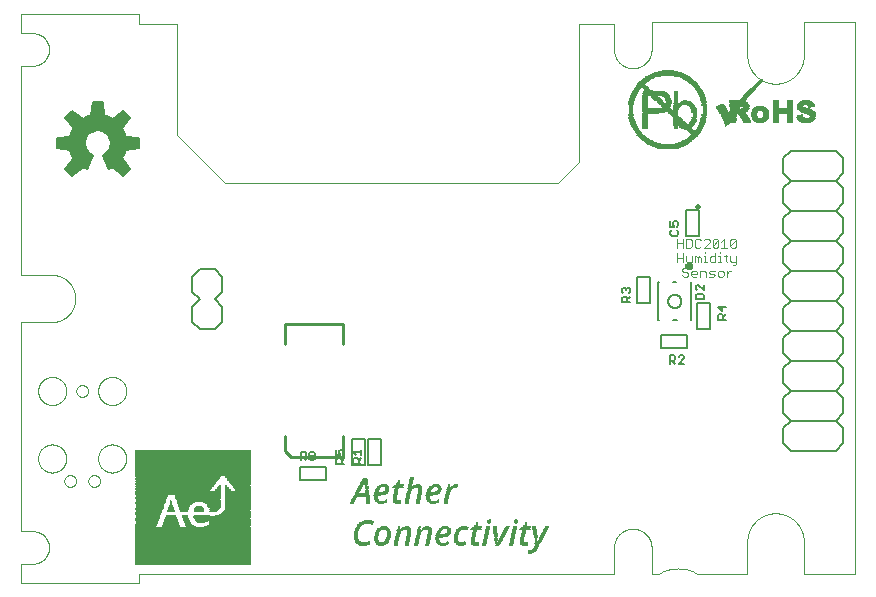
<source format=gto>
G75*
%MOIN*%
%OFA0B0*%
%FSLAX25Y25*%
%IPPOS*%
%LPD*%
%AMOC8*
5,1,8,0,0,1.08239X$1,22.5*
%
%ADD10C,0.00100*%
%ADD11R,0.04050X0.00150*%
%ADD12R,0.05850X0.00150*%
%ADD13R,0.07050X0.00150*%
%ADD14R,0.07950X0.00150*%
%ADD15R,0.08850X0.00150*%
%ADD16R,0.09600X0.00150*%
%ADD17R,0.10350X0.00150*%
%ADD18R,0.10950X0.00150*%
%ADD19R,0.11850X0.00150*%
%ADD20R,0.12300X0.00150*%
%ADD21R,0.12750X0.00150*%
%ADD22R,0.05100X0.00150*%
%ADD23R,0.04500X0.00150*%
%ADD24R,0.04650X0.00150*%
%ADD25R,0.03900X0.00150*%
%ADD26R,0.03600X0.00150*%
%ADD27R,0.03450X0.00150*%
%ADD28R,0.03300X0.00150*%
%ADD29R,0.03150X0.00150*%
%ADD30R,0.03000X0.00150*%
%ADD31R,0.02850X0.00150*%
%ADD32R,0.02700X0.00150*%
%ADD33R,0.02550X0.00150*%
%ADD34R,0.02400X0.00150*%
%ADD35R,0.02250X0.00150*%
%ADD36R,0.02100X0.00150*%
%ADD37R,0.03750X0.00150*%
%ADD38R,0.04200X0.00150*%
%ADD39R,0.01950X0.00150*%
%ADD40R,0.01800X0.00150*%
%ADD41R,0.01500X0.00150*%
%ADD42R,0.04350X0.00150*%
%ADD43R,0.04950X0.00150*%
%ADD44R,0.06750X0.00150*%
%ADD45R,0.06900X0.00150*%
%ADD46R,0.04800X0.00150*%
%ADD47R,0.01650X0.00150*%
%ADD48R,0.05550X0.00150*%
%ADD49R,0.07200X0.00150*%
%ADD50R,0.07650X0.00150*%
%ADD51R,0.09900X0.00150*%
%ADD52R,0.09750X0.00150*%
%ADD53R,0.09450X0.00150*%
%ADD54R,0.01200X0.00150*%
%ADD55R,0.08700X0.00150*%
%ADD56R,0.08550X0.00150*%
%ADD57R,0.08400X0.00150*%
%ADD58R,0.08250X0.00150*%
%ADD59R,0.07350X0.00150*%
%ADD60R,0.05250X0.00150*%
%ADD61R,0.12150X0.00150*%
%ADD62R,0.11550X0.00150*%
%ADD63R,0.07800X0.00150*%
%ADD64R,0.00050X0.00050*%
%ADD65R,0.00150X0.00050*%
%ADD66R,0.00200X0.00050*%
%ADD67R,0.00250X0.00050*%
%ADD68R,0.00350X0.00050*%
%ADD69R,0.00450X0.00050*%
%ADD70R,0.00550X0.00050*%
%ADD71R,0.00600X0.00050*%
%ADD72R,0.00650X0.00050*%
%ADD73R,0.00800X0.00050*%
%ADD74R,0.00850X0.00050*%
%ADD75R,0.00950X0.00050*%
%ADD76R,0.01000X0.00050*%
%ADD77R,0.01050X0.00050*%
%ADD78R,0.01150X0.00050*%
%ADD79R,0.01250X0.00050*%
%ADD80R,0.01350X0.00050*%
%ADD81R,0.01400X0.00050*%
%ADD82R,0.01450X0.00050*%
%ADD83R,0.01550X0.00050*%
%ADD84R,0.01650X0.00050*%
%ADD85R,0.01750X0.00050*%
%ADD86R,0.01800X0.00050*%
%ADD87R,0.01900X0.00050*%
%ADD88R,0.01950X0.00050*%
%ADD89R,0.01700X0.00050*%
%ADD90R,0.02050X0.00050*%
%ADD91R,0.02350X0.00050*%
%ADD92R,0.04100X0.00050*%
%ADD93R,0.02500X0.00050*%
%ADD94R,0.02250X0.00050*%
%ADD95R,0.02750X0.00050*%
%ADD96R,0.02550X0.00050*%
%ADD97R,0.03100X0.00050*%
%ADD98R,0.04150X0.00050*%
%ADD99R,0.02800X0.00050*%
%ADD100R,0.03350X0.00050*%
%ADD101R,0.03050X0.00050*%
%ADD102R,0.03650X0.00050*%
%ADD103R,0.04200X0.00050*%
%ADD104R,0.03250X0.00050*%
%ADD105R,0.03850X0.00050*%
%ADD106R,0.03400X0.00050*%
%ADD107R,0.04050X0.00050*%
%ADD108R,0.03550X0.00050*%
%ADD109R,0.04250X0.00050*%
%ADD110R,0.03750X0.00050*%
%ADD111R,0.04400X0.00050*%
%ADD112R,0.04550X0.00050*%
%ADD113R,0.04300X0.00050*%
%ADD114R,0.04000X0.00050*%
%ADD115R,0.04650X0.00050*%
%ADD116R,0.04750X0.00050*%
%ADD117R,0.04350X0.00050*%
%ADD118R,0.04950X0.00050*%
%ADD119R,0.05050X0.00050*%
%ADD120R,0.04450X0.00050*%
%ADD121R,0.05100X0.00050*%
%ADD122R,0.05200X0.00050*%
%ADD123R,0.05300X0.00050*%
%ADD124R,0.05350X0.00050*%
%ADD125R,0.04800X0.00050*%
%ADD126R,0.05450X0.00050*%
%ADD127R,0.04500X0.00050*%
%ADD128R,0.04900X0.00050*%
%ADD129R,0.05500X0.00050*%
%ADD130R,0.05600X0.00050*%
%ADD131R,0.05650X0.00050*%
%ADD132R,0.05700X0.00050*%
%ADD133R,0.04600X0.00050*%
%ADD134R,0.05150X0.00050*%
%ADD135R,0.05800X0.00050*%
%ADD136R,0.05250X0.00050*%
%ADD137R,0.05850X0.00050*%
%ADD138R,0.05900X0.00050*%
%ADD139R,0.05950X0.00050*%
%ADD140R,0.02300X0.00050*%
%ADD141R,0.04700X0.00050*%
%ADD142R,0.02200X0.00050*%
%ADD143R,0.02400X0.00050*%
%ADD144R,0.02150X0.00050*%
%ADD145R,0.02100X0.00050*%
%ADD146R,0.02450X0.00050*%
%ADD147R,0.04850X0.00050*%
%ADD148R,0.02000X0.00050*%
%ADD149R,0.05000X0.00050*%
%ADD150R,0.02950X0.00050*%
%ADD151R,0.02650X0.00050*%
%ADD152R,0.02850X0.00050*%
%ADD153R,0.02600X0.00050*%
%ADD154R,0.03000X0.00050*%
%ADD155R,0.02700X0.00050*%
%ADD156R,0.03200X0.00050*%
%ADD157R,0.06900X0.00050*%
%ADD158R,0.03800X0.00050*%
%ADD159R,0.03950X0.00050*%
%ADD160R,0.05400X0.00050*%
%ADD161R,0.05750X0.00050*%
%ADD162R,0.06000X0.00050*%
%ADD163R,0.06050X0.00050*%
%ADD164R,0.03150X0.00050*%
%ADD165R,0.06100X0.00050*%
%ADD166R,0.06150X0.00050*%
%ADD167R,0.06200X0.00050*%
%ADD168R,0.06250X0.00050*%
%ADD169R,0.06300X0.00050*%
%ADD170R,0.03300X0.00050*%
%ADD171R,0.03700X0.00050*%
%ADD172R,0.03500X0.00050*%
%ADD173R,0.03450X0.00050*%
%ADD174R,0.03900X0.00050*%
%ADD175R,0.02900X0.00050*%
%ADD176R,0.03600X0.00050*%
%ADD177R,0.00900X0.00050*%
%ADD178R,0.01850X0.00050*%
%ADD179R,0.06450X0.00050*%
%ADD180R,0.06400X0.00050*%
%ADD181R,0.01100X0.00050*%
%ADD182R,0.06350X0.00050*%
%ADD183R,0.05550X0.00050*%
%ADD184R,0.01600X0.00050*%
%ADD185R,0.01500X0.00050*%
%ADD186R,0.01300X0.00050*%
%ADD187R,0.01200X0.00050*%
%ADD188R,0.38360X0.00140*%
%ADD189R,0.38360X0.00140*%
%ADD190R,0.06860X0.00140*%
%ADD191R,0.06020X0.00140*%
%ADD192R,0.03640X0.00140*%
%ADD193R,0.15540X0.00140*%
%ADD194R,0.07000X0.00140*%
%ADD195R,0.03080X0.00140*%
%ADD196R,0.14980X0.00140*%
%ADD197R,0.05740X0.00140*%
%ADD198R,0.02800X0.00140*%
%ADD199R,0.14560X0.00140*%
%ADD200R,0.07000X0.00140*%
%ADD201R,0.05740X0.00140*%
%ADD202R,0.02520X0.00140*%
%ADD203R,0.14140X0.00140*%
%ADD204R,0.07140X0.00140*%
%ADD205R,0.02380X0.00140*%
%ADD206R,0.14140X0.00140*%
%ADD207R,0.05460X0.00140*%
%ADD208R,0.02240X0.00140*%
%ADD209R,0.02100X0.00140*%
%ADD210R,0.07280X0.00140*%
%ADD211R,0.07280X0.00140*%
%ADD212R,0.05180X0.00140*%
%ADD213R,0.01960X0.00140*%
%ADD214R,0.07420X0.00140*%
%ADD215R,0.05180X0.00140*%
%ADD216R,0.01960X0.00140*%
%ADD217R,0.04900X0.00140*%
%ADD218R,0.01680X0.00140*%
%ADD219R,0.01820X0.00140*%
%ADD220R,0.02660X0.00140*%
%ADD221R,0.07560X0.00140*%
%ADD222R,0.03360X0.00140*%
%ADD223R,0.07560X0.00140*%
%ADD224R,0.04620X0.00140*%
%ADD225R,0.01820X0.00140*%
%ADD226R,0.03920X0.00140*%
%ADD227R,0.04620X0.00140*%
%ADD228R,0.01820X0.00140*%
%ADD229R,0.18480X0.00140*%
%ADD230R,0.07700X0.00140*%
%ADD231R,0.04340X0.00140*%
%ADD232R,0.18620X0.00140*%
%ADD233R,0.07840X0.00140*%
%ADD234R,0.18760X0.00140*%
%ADD235R,0.07840X0.00140*%
%ADD236R,0.04340X0.00140*%
%ADD237R,0.18760X0.00140*%
%ADD238R,0.04060X0.00140*%
%ADD239R,0.18900X0.00140*%
%ADD240R,0.07980X0.00140*%
%ADD241R,0.03780X0.00140*%
%ADD242R,0.19040X0.00140*%
%ADD243R,0.08120X0.00140*%
%ADD244R,0.03780X0.00140*%
%ADD245R,0.19040X0.00140*%
%ADD246R,0.08120X0.00140*%
%ADD247R,0.03500X0.00140*%
%ADD248R,0.08260X0.00140*%
%ADD249R,0.05040X0.00140*%
%ADD250R,0.11760X0.00140*%
%ADD251R,0.11060X0.00140*%
%ADD252R,0.08400X0.00140*%
%ADD253R,0.10640X0.00140*%
%ADD254R,0.08400X0.00140*%
%ADD255R,0.10360X0.00140*%
%ADD256R,0.10080X0.00140*%
%ADD257R,0.08540X0.00140*%
%ADD258R,0.09940X0.00140*%
%ADD259R,0.09660X0.00140*%
%ADD260R,0.08540X0.00140*%
%ADD261R,0.09520X0.00140*%
%ADD262R,0.08680X0.00140*%
%ADD263R,0.09380X0.00140*%
%ADD264R,0.09240X0.00140*%
%ADD265R,0.08820X0.00140*%
%ADD266R,0.02520X0.00140*%
%ADD267R,0.09100X0.00140*%
%ADD268R,0.08820X0.00140*%
%ADD269R,0.02380X0.00140*%
%ADD270R,0.02800X0.00140*%
%ADD271R,0.03360X0.00140*%
%ADD272R,0.08960X0.00140*%
%ADD273R,0.08960X0.00140*%
%ADD274R,0.02940X0.00140*%
%ADD275R,0.02940X0.00140*%
%ADD276R,0.08820X0.00140*%
%ADD277R,0.03220X0.00140*%
%ADD278R,0.09100X0.00140*%
%ADD279R,0.03220X0.00140*%
%ADD280R,0.03080X0.00140*%
%ADD281R,0.03640X0.00140*%
%ADD282R,0.08680X0.00140*%
%ADD283R,0.09240X0.00140*%
%ADD284R,0.03640X0.00140*%
%ADD285R,0.01540X0.00140*%
%ADD286R,0.03920X0.00140*%
%ADD287R,0.09380X0.00140*%
%ADD288R,0.01400X0.00140*%
%ADD289R,0.04060X0.00140*%
%ADD290R,0.01260X0.00140*%
%ADD291R,0.03920X0.00140*%
%ADD292R,0.09520X0.00140*%
%ADD293R,0.04200X0.00140*%
%ADD294R,0.04480X0.00140*%
%ADD295R,0.01120X0.00140*%
%ADD296R,0.08540X0.00140*%
%ADD297R,0.00980X0.00140*%
%ADD298R,0.09660X0.00140*%
%ADD299R,0.00980X0.00140*%
%ADD300R,0.04760X0.00140*%
%ADD301R,0.08540X0.00140*%
%ADD302R,0.00840X0.00140*%
%ADD303R,0.09800X0.00140*%
%ADD304R,0.00700X0.00140*%
%ADD305R,0.05040X0.00140*%
%ADD306R,0.05320X0.00140*%
%ADD307R,0.00560X0.00140*%
%ADD308R,0.05600X0.00140*%
%ADD309R,0.09940X0.00140*%
%ADD310R,0.00420X0.00140*%
%ADD311R,0.06020X0.00140*%
%ADD312R,0.05880X0.00140*%
%ADD313R,0.09940X0.00140*%
%ADD314R,0.00420X0.00140*%
%ADD315R,0.06580X0.00140*%
%ADD316R,0.06440X0.00140*%
%ADD317R,0.00280X0.00140*%
%ADD318R,0.14700X0.00140*%
%ADD319R,0.00140X0.00140*%
%ADD320R,0.14840X0.00140*%
%ADD321R,0.10220X0.00140*%
%ADD322R,0.00140X0.00140*%
%ADD323R,0.14840X0.00140*%
%ADD324R,0.10220X0.00140*%
%ADD325R,0.15120X0.00140*%
%ADD326R,0.10360X0.00140*%
%ADD327R,0.15120X0.00140*%
%ADD328R,0.10500X0.00140*%
%ADD329R,0.15260X0.00140*%
%ADD330R,0.10640X0.00140*%
%ADD331R,0.15400X0.00140*%
%ADD332R,0.10640X0.00140*%
%ADD333R,0.15400X0.00140*%
%ADD334R,0.10780X0.00140*%
%ADD335R,0.28420X0.00140*%
%ADD336R,0.28420X0.00140*%
%ADD337R,0.24640X0.00140*%
%ADD338R,0.04760X0.00140*%
%ADD339R,0.24780X0.00140*%
%ADD340R,0.24920X0.00140*%
%ADD341R,0.24920X0.00140*%
%ADD342R,0.01680X0.00140*%
%ADD343R,0.25060X0.00140*%
%ADD344R,0.05320X0.00140*%
%ADD345R,0.25200X0.00140*%
%ADD346R,0.01400X0.00140*%
%ADD347R,0.25340X0.00140*%
%ADD348R,0.25480X0.00140*%
%ADD349R,0.25480X0.00140*%
%ADD350R,0.01120X0.00140*%
%ADD351R,0.25620X0.00140*%
%ADD352R,0.01120X0.00140*%
%ADD353R,0.05880X0.00140*%
%ADD354R,0.25760X0.00140*%
%ADD355R,0.25900X0.00140*%
%ADD356R,0.06020X0.00140*%
%ADD357R,0.06160X0.00140*%
%ADD358R,0.26040X0.00140*%
%ADD359R,0.00560X0.00140*%
%ADD360R,0.06300X0.00140*%
%ADD361R,0.26180X0.00140*%
%ADD362R,0.00140X0.00140*%
%ADD363R,0.06300X0.00140*%
%ADD364R,0.26320X0.00140*%
%ADD365R,0.26460X0.00140*%
%ADD366R,0.06720X0.00140*%
%ADD367R,0.26600X0.00140*%
%ADD368R,0.06860X0.00140*%
%ADD369R,0.26740X0.00140*%
%ADD370R,0.26880X0.00140*%
%ADD371R,0.07140X0.00140*%
%ADD372R,0.27020X0.00140*%
%ADD373R,0.27160X0.00140*%
%ADD374R,0.27300X0.00140*%
%ADD375R,0.07420X0.00140*%
%ADD376R,0.27440X0.00140*%
%ADD377R,0.27580X0.00140*%
%ADD378R,0.07840X0.00140*%
%ADD379R,0.27720X0.00140*%
%ADD380R,0.07840X0.00140*%
%ADD381R,0.27860X0.00140*%
%ADD382R,0.28000X0.00140*%
%ADD383R,0.08120X0.00140*%
%ADD384R,0.28140X0.00140*%
%ADD385R,0.28280X0.00140*%
%ADD386R,0.28560X0.00140*%
%ADD387R,0.28700X0.00140*%
%ADD388C,0.00300*%
%ADD389R,0.00840X0.00140*%
%ADD390R,0.02520X0.00140*%
%ADD391R,0.02660X0.00140*%
%ADD392R,0.01260X0.00140*%
%ADD393R,0.02240X0.00140*%
%ADD394R,0.01540X0.00140*%
%ADD395R,0.03500X0.00140*%
%ADD396R,0.01540X0.00140*%
%ADD397R,0.03220X0.00140*%
%ADD398R,0.00840X0.00140*%
%ADD399R,0.01540X0.00140*%
%ADD400R,0.01120X0.00140*%
%ADD401R,0.00420X0.00140*%
%ADD402R,0.02100X0.00140*%
%ADD403R,0.00420X0.00140*%
%ADD404R,0.00840X0.00140*%
%ADD405R,0.02940X0.00140*%
%ADD406R,0.03640X0.00140*%
%ADD407R,0.04620X0.00140*%
%ADD408R,0.00700X0.00140*%
%ADD409R,0.02240X0.00140*%
%ADD410C,0.00984*%
%ADD411C,0.00500*%
%ADD412C,0.01969*%
%ADD413C,0.00600*%
%ADD414C,0.00800*%
%ADD415C,0.00000*%
%ADD416C,0.00591*%
D10*
X0007311Y0010025D02*
X0046681Y0010025D01*
X0046681Y0012741D01*
X0204998Y0012741D01*
X0204998Y0021741D01*
X0205000Y0021898D01*
X0205006Y0022055D01*
X0205016Y0022212D01*
X0205030Y0022368D01*
X0205047Y0022524D01*
X0205069Y0022680D01*
X0205094Y0022835D01*
X0205124Y0022989D01*
X0205157Y0023143D01*
X0205194Y0023295D01*
X0205235Y0023447D01*
X0205280Y0023598D01*
X0205329Y0023747D01*
X0205381Y0023895D01*
X0205437Y0024042D01*
X0205497Y0024187D01*
X0205560Y0024331D01*
X0205627Y0024473D01*
X0205697Y0024613D01*
X0205771Y0024752D01*
X0205848Y0024889D01*
X0205929Y0025023D01*
X0206013Y0025156D01*
X0206101Y0025286D01*
X0206192Y0025415D01*
X0206286Y0025541D01*
X0206383Y0025664D01*
X0206483Y0025785D01*
X0206586Y0025904D01*
X0206692Y0026019D01*
X0206801Y0026133D01*
X0206913Y0026243D01*
X0207027Y0026350D01*
X0207144Y0026455D01*
X0207264Y0026557D01*
X0207386Y0026655D01*
X0207511Y0026751D01*
X0207638Y0026843D01*
X0207768Y0026932D01*
X0207899Y0027018D01*
X0208033Y0027101D01*
X0208168Y0027180D01*
X0208306Y0027255D01*
X0208446Y0027328D01*
X0208587Y0027396D01*
X0208730Y0027461D01*
X0208874Y0027523D01*
X0209020Y0027581D01*
X0209168Y0027635D01*
X0209317Y0027685D01*
X0209467Y0027732D01*
X0209618Y0027775D01*
X0209770Y0027814D01*
X0209923Y0027849D01*
X0210077Y0027880D01*
X0210232Y0027908D01*
X0210387Y0027931D01*
X0210543Y0027951D01*
X0210699Y0027967D01*
X0210856Y0027979D01*
X0211012Y0027987D01*
X0211169Y0027991D01*
X0211327Y0027991D01*
X0211484Y0027987D01*
X0211640Y0027979D01*
X0211797Y0027967D01*
X0211953Y0027951D01*
X0212109Y0027931D01*
X0212264Y0027908D01*
X0212419Y0027880D01*
X0212573Y0027849D01*
X0212726Y0027814D01*
X0212878Y0027775D01*
X0213029Y0027732D01*
X0213179Y0027685D01*
X0213328Y0027635D01*
X0213476Y0027581D01*
X0213622Y0027523D01*
X0213766Y0027461D01*
X0213909Y0027396D01*
X0214050Y0027328D01*
X0214190Y0027255D01*
X0214328Y0027180D01*
X0214463Y0027101D01*
X0214597Y0027018D01*
X0214728Y0026932D01*
X0214858Y0026843D01*
X0214985Y0026751D01*
X0215110Y0026655D01*
X0215232Y0026557D01*
X0215352Y0026455D01*
X0215469Y0026350D01*
X0215583Y0026243D01*
X0215695Y0026133D01*
X0215804Y0026019D01*
X0215910Y0025904D01*
X0216013Y0025785D01*
X0216113Y0025664D01*
X0216210Y0025541D01*
X0216304Y0025415D01*
X0216395Y0025286D01*
X0216483Y0025156D01*
X0216567Y0025023D01*
X0216648Y0024889D01*
X0216725Y0024752D01*
X0216799Y0024613D01*
X0216869Y0024473D01*
X0216936Y0024331D01*
X0216999Y0024187D01*
X0217059Y0024042D01*
X0217115Y0023895D01*
X0217167Y0023747D01*
X0217216Y0023598D01*
X0217261Y0023447D01*
X0217302Y0023295D01*
X0217339Y0023143D01*
X0217372Y0022989D01*
X0217402Y0022835D01*
X0217427Y0022680D01*
X0217449Y0022524D01*
X0217466Y0022368D01*
X0217480Y0022212D01*
X0217490Y0022055D01*
X0217496Y0021898D01*
X0217498Y0021741D01*
X0217498Y0012741D01*
X0219528Y0012741D01*
X0233093Y0012741D02*
X0249411Y0012741D01*
X0249411Y0023741D01*
X0249414Y0023970D01*
X0249422Y0024199D01*
X0249436Y0024427D01*
X0249456Y0024655D01*
X0249481Y0024883D01*
X0249511Y0025110D01*
X0249547Y0025336D01*
X0249589Y0025561D01*
X0249636Y0025785D01*
X0249688Y0026008D01*
X0249746Y0026229D01*
X0249810Y0026449D01*
X0249878Y0026668D01*
X0249952Y0026884D01*
X0250031Y0027099D01*
X0250116Y0027312D01*
X0250205Y0027522D01*
X0250300Y0027731D01*
X0250399Y0027937D01*
X0250504Y0028141D01*
X0250614Y0028342D01*
X0250728Y0028540D01*
X0250847Y0028735D01*
X0250971Y0028928D01*
X0251100Y0029117D01*
X0251233Y0029303D01*
X0251371Y0029486D01*
X0251513Y0029666D01*
X0251659Y0029841D01*
X0251810Y0030014D01*
X0251965Y0030182D01*
X0252124Y0030347D01*
X0252287Y0030508D01*
X0252453Y0030665D01*
X0252624Y0030818D01*
X0252798Y0030966D01*
X0252976Y0031111D01*
X0253157Y0031250D01*
X0253342Y0031386D01*
X0253529Y0031517D01*
X0253720Y0031643D01*
X0253914Y0031765D01*
X0254111Y0031882D01*
X0254311Y0031994D01*
X0254513Y0032101D01*
X0254718Y0032203D01*
X0254925Y0032300D01*
X0255135Y0032392D01*
X0255346Y0032479D01*
X0255560Y0032561D01*
X0255776Y0032638D01*
X0255993Y0032709D01*
X0256213Y0032775D01*
X0256433Y0032835D01*
X0256656Y0032891D01*
X0256879Y0032940D01*
X0257104Y0032985D01*
X0257329Y0033023D01*
X0257556Y0033057D01*
X0257783Y0033085D01*
X0258011Y0033107D01*
X0258239Y0033124D01*
X0258468Y0033135D01*
X0258697Y0033140D01*
X0258925Y0033140D01*
X0259154Y0033135D01*
X0259383Y0033124D01*
X0259611Y0033107D01*
X0259839Y0033085D01*
X0260066Y0033057D01*
X0260293Y0033023D01*
X0260518Y0032985D01*
X0260743Y0032940D01*
X0260966Y0032891D01*
X0261189Y0032835D01*
X0261409Y0032775D01*
X0261629Y0032709D01*
X0261846Y0032638D01*
X0262062Y0032561D01*
X0262276Y0032479D01*
X0262487Y0032392D01*
X0262697Y0032300D01*
X0262904Y0032203D01*
X0263109Y0032101D01*
X0263311Y0031994D01*
X0263511Y0031882D01*
X0263708Y0031765D01*
X0263902Y0031643D01*
X0264093Y0031517D01*
X0264280Y0031386D01*
X0264465Y0031250D01*
X0264646Y0031111D01*
X0264824Y0030966D01*
X0264998Y0030818D01*
X0265169Y0030665D01*
X0265335Y0030508D01*
X0265498Y0030347D01*
X0265657Y0030182D01*
X0265812Y0030014D01*
X0265963Y0029841D01*
X0266109Y0029666D01*
X0266251Y0029486D01*
X0266389Y0029303D01*
X0266522Y0029117D01*
X0266651Y0028928D01*
X0266775Y0028735D01*
X0266894Y0028540D01*
X0267008Y0028342D01*
X0267118Y0028141D01*
X0267223Y0027937D01*
X0267322Y0027731D01*
X0267417Y0027522D01*
X0267506Y0027312D01*
X0267591Y0027099D01*
X0267670Y0026884D01*
X0267744Y0026668D01*
X0267812Y0026449D01*
X0267876Y0026229D01*
X0267934Y0026008D01*
X0267986Y0025785D01*
X0268033Y0025561D01*
X0268075Y0025336D01*
X0268111Y0025110D01*
X0268141Y0024883D01*
X0268166Y0024655D01*
X0268186Y0024427D01*
X0268200Y0024199D01*
X0268208Y0023970D01*
X0268211Y0023741D01*
X0268211Y0012741D01*
X0285311Y0012741D01*
X0285311Y0196741D01*
X0268211Y0196741D01*
X0268211Y0185741D01*
X0268208Y0185512D01*
X0268200Y0185283D01*
X0268186Y0185055D01*
X0268166Y0184827D01*
X0268141Y0184599D01*
X0268111Y0184372D01*
X0268075Y0184146D01*
X0268033Y0183921D01*
X0267986Y0183697D01*
X0267934Y0183474D01*
X0267876Y0183253D01*
X0267812Y0183033D01*
X0267744Y0182814D01*
X0267670Y0182598D01*
X0267591Y0182383D01*
X0267506Y0182170D01*
X0267417Y0181960D01*
X0267322Y0181751D01*
X0267223Y0181545D01*
X0267118Y0181341D01*
X0267008Y0181140D01*
X0266894Y0180942D01*
X0266775Y0180747D01*
X0266651Y0180554D01*
X0266522Y0180365D01*
X0266389Y0180179D01*
X0266251Y0179996D01*
X0266109Y0179816D01*
X0265963Y0179641D01*
X0265812Y0179468D01*
X0265657Y0179300D01*
X0265498Y0179135D01*
X0265335Y0178974D01*
X0265169Y0178817D01*
X0264998Y0178664D01*
X0264824Y0178516D01*
X0264646Y0178371D01*
X0264465Y0178232D01*
X0264280Y0178096D01*
X0264093Y0177965D01*
X0263902Y0177839D01*
X0263708Y0177717D01*
X0263511Y0177600D01*
X0263311Y0177488D01*
X0263109Y0177381D01*
X0262904Y0177279D01*
X0262697Y0177182D01*
X0262487Y0177090D01*
X0262276Y0177003D01*
X0262062Y0176921D01*
X0261846Y0176844D01*
X0261629Y0176773D01*
X0261409Y0176707D01*
X0261189Y0176647D01*
X0260966Y0176591D01*
X0260743Y0176542D01*
X0260518Y0176497D01*
X0260293Y0176459D01*
X0260066Y0176425D01*
X0259839Y0176397D01*
X0259611Y0176375D01*
X0259383Y0176358D01*
X0259154Y0176347D01*
X0258925Y0176342D01*
X0258697Y0176342D01*
X0258468Y0176347D01*
X0258239Y0176358D01*
X0258011Y0176375D01*
X0257783Y0176397D01*
X0257556Y0176425D01*
X0257329Y0176459D01*
X0257104Y0176497D01*
X0256879Y0176542D01*
X0256656Y0176591D01*
X0256433Y0176647D01*
X0256213Y0176707D01*
X0255993Y0176773D01*
X0255776Y0176844D01*
X0255560Y0176921D01*
X0255346Y0177003D01*
X0255135Y0177090D01*
X0254925Y0177182D01*
X0254718Y0177279D01*
X0254513Y0177381D01*
X0254311Y0177488D01*
X0254111Y0177600D01*
X0253914Y0177717D01*
X0253720Y0177839D01*
X0253529Y0177965D01*
X0253342Y0178096D01*
X0253157Y0178232D01*
X0252976Y0178371D01*
X0252798Y0178516D01*
X0252624Y0178664D01*
X0252453Y0178817D01*
X0252287Y0178974D01*
X0252124Y0179135D01*
X0251965Y0179300D01*
X0251810Y0179468D01*
X0251659Y0179641D01*
X0251513Y0179816D01*
X0251371Y0179996D01*
X0251233Y0180179D01*
X0251100Y0180365D01*
X0250971Y0180554D01*
X0250847Y0180747D01*
X0250728Y0180942D01*
X0250614Y0181140D01*
X0250504Y0181341D01*
X0250399Y0181545D01*
X0250300Y0181751D01*
X0250205Y0181960D01*
X0250116Y0182170D01*
X0250031Y0182383D01*
X0249952Y0182598D01*
X0249878Y0182814D01*
X0249810Y0183033D01*
X0249746Y0183253D01*
X0249688Y0183474D01*
X0249636Y0183697D01*
X0249589Y0183921D01*
X0249547Y0184146D01*
X0249511Y0184372D01*
X0249481Y0184599D01*
X0249456Y0184827D01*
X0249436Y0185055D01*
X0249422Y0185283D01*
X0249414Y0185512D01*
X0249411Y0185741D01*
X0249411Y0196741D01*
X0217498Y0196741D01*
X0217498Y0187741D01*
X0217496Y0187584D01*
X0217490Y0187427D01*
X0217480Y0187270D01*
X0217466Y0187114D01*
X0217449Y0186958D01*
X0217427Y0186802D01*
X0217402Y0186647D01*
X0217372Y0186493D01*
X0217339Y0186339D01*
X0217302Y0186187D01*
X0217261Y0186035D01*
X0217216Y0185884D01*
X0217167Y0185735D01*
X0217115Y0185587D01*
X0217059Y0185440D01*
X0216999Y0185295D01*
X0216936Y0185151D01*
X0216869Y0185009D01*
X0216799Y0184869D01*
X0216725Y0184730D01*
X0216648Y0184593D01*
X0216567Y0184459D01*
X0216483Y0184326D01*
X0216395Y0184196D01*
X0216304Y0184067D01*
X0216210Y0183941D01*
X0216113Y0183818D01*
X0216013Y0183697D01*
X0215910Y0183578D01*
X0215804Y0183463D01*
X0215695Y0183349D01*
X0215583Y0183239D01*
X0215469Y0183132D01*
X0215352Y0183027D01*
X0215232Y0182925D01*
X0215110Y0182827D01*
X0214985Y0182731D01*
X0214858Y0182639D01*
X0214728Y0182550D01*
X0214597Y0182464D01*
X0214463Y0182381D01*
X0214328Y0182302D01*
X0214190Y0182227D01*
X0214050Y0182154D01*
X0213909Y0182086D01*
X0213766Y0182021D01*
X0213622Y0181959D01*
X0213476Y0181901D01*
X0213328Y0181847D01*
X0213179Y0181797D01*
X0213029Y0181750D01*
X0212878Y0181707D01*
X0212726Y0181668D01*
X0212573Y0181633D01*
X0212419Y0181602D01*
X0212264Y0181574D01*
X0212109Y0181551D01*
X0211953Y0181531D01*
X0211797Y0181515D01*
X0211640Y0181503D01*
X0211484Y0181495D01*
X0211327Y0181491D01*
X0211169Y0181491D01*
X0211012Y0181495D01*
X0210856Y0181503D01*
X0210699Y0181515D01*
X0210543Y0181531D01*
X0210387Y0181551D01*
X0210232Y0181574D01*
X0210077Y0181602D01*
X0209923Y0181633D01*
X0209770Y0181668D01*
X0209618Y0181707D01*
X0209467Y0181750D01*
X0209317Y0181797D01*
X0209168Y0181847D01*
X0209020Y0181901D01*
X0208874Y0181959D01*
X0208730Y0182021D01*
X0208587Y0182086D01*
X0208446Y0182154D01*
X0208306Y0182227D01*
X0208168Y0182302D01*
X0208033Y0182381D01*
X0207899Y0182464D01*
X0207768Y0182550D01*
X0207638Y0182639D01*
X0207511Y0182731D01*
X0207386Y0182827D01*
X0207264Y0182925D01*
X0207144Y0183027D01*
X0207027Y0183132D01*
X0206913Y0183239D01*
X0206801Y0183349D01*
X0206692Y0183463D01*
X0206586Y0183578D01*
X0206483Y0183697D01*
X0206383Y0183818D01*
X0206286Y0183941D01*
X0206192Y0184067D01*
X0206101Y0184196D01*
X0206013Y0184326D01*
X0205929Y0184459D01*
X0205848Y0184593D01*
X0205771Y0184730D01*
X0205697Y0184869D01*
X0205627Y0185009D01*
X0205560Y0185151D01*
X0205497Y0185295D01*
X0205437Y0185440D01*
X0205381Y0185587D01*
X0205329Y0185735D01*
X0205280Y0185884D01*
X0205235Y0186035D01*
X0205194Y0186187D01*
X0205157Y0186339D01*
X0205124Y0186493D01*
X0205094Y0186647D01*
X0205069Y0186802D01*
X0205047Y0186958D01*
X0205030Y0187114D01*
X0205016Y0187270D01*
X0205006Y0187427D01*
X0205000Y0187584D01*
X0204998Y0187741D01*
X0204998Y0196300D01*
X0193300Y0196300D01*
X0193300Y0150300D01*
X0186300Y0143300D01*
X0075300Y0143300D01*
X0059300Y0159300D01*
X0059300Y0196300D01*
X0046681Y0196300D01*
X0046681Y0199458D01*
X0007311Y0199458D01*
X0007311Y0193155D01*
X0011248Y0193155D01*
X0011248Y0193154D02*
X0011393Y0193152D01*
X0011539Y0193146D01*
X0011684Y0193136D01*
X0011828Y0193123D01*
X0011973Y0193105D01*
X0012116Y0193084D01*
X0012259Y0193059D01*
X0012402Y0193030D01*
X0012543Y0192997D01*
X0012684Y0192960D01*
X0012824Y0192920D01*
X0012962Y0192875D01*
X0013099Y0192828D01*
X0013235Y0192776D01*
X0013370Y0192721D01*
X0013503Y0192662D01*
X0013634Y0192600D01*
X0013764Y0192534D01*
X0013891Y0192465D01*
X0014017Y0192392D01*
X0014141Y0192316D01*
X0014263Y0192237D01*
X0014382Y0192154D01*
X0014500Y0192068D01*
X0014615Y0191980D01*
X0014727Y0191888D01*
X0014837Y0191793D01*
X0014945Y0191695D01*
X0015050Y0191594D01*
X0015152Y0191491D01*
X0015251Y0191385D01*
X0015348Y0191276D01*
X0015441Y0191164D01*
X0015531Y0191051D01*
X0015619Y0190934D01*
X0015703Y0190816D01*
X0015784Y0190695D01*
X0015861Y0190572D01*
X0015936Y0190448D01*
X0016007Y0190321D01*
X0016074Y0190192D01*
X0016138Y0190062D01*
X0016199Y0189929D01*
X0016256Y0189796D01*
X0016309Y0189660D01*
X0016359Y0189524D01*
X0016405Y0189386D01*
X0016447Y0189247D01*
X0016486Y0189107D01*
X0016521Y0188966D01*
X0016552Y0188824D01*
X0016579Y0188681D01*
X0016602Y0188537D01*
X0016622Y0188393D01*
X0016637Y0188249D01*
X0016649Y0188104D01*
X0016657Y0187959D01*
X0016661Y0187814D01*
X0016661Y0187668D01*
X0016657Y0187523D01*
X0016649Y0187378D01*
X0016637Y0187233D01*
X0016622Y0187089D01*
X0016602Y0186945D01*
X0016579Y0186801D01*
X0016552Y0186658D01*
X0016521Y0186516D01*
X0016486Y0186375D01*
X0016447Y0186235D01*
X0016405Y0186096D01*
X0016359Y0185958D01*
X0016309Y0185822D01*
X0016256Y0185686D01*
X0016199Y0185553D01*
X0016138Y0185420D01*
X0016074Y0185290D01*
X0016007Y0185161D01*
X0015936Y0185035D01*
X0015861Y0184910D01*
X0015784Y0184787D01*
X0015703Y0184666D01*
X0015619Y0184548D01*
X0015531Y0184431D01*
X0015441Y0184318D01*
X0015348Y0184206D01*
X0015251Y0184097D01*
X0015152Y0183991D01*
X0015050Y0183888D01*
X0014945Y0183787D01*
X0014837Y0183689D01*
X0014727Y0183594D01*
X0014615Y0183502D01*
X0014500Y0183414D01*
X0014382Y0183328D01*
X0014263Y0183245D01*
X0014141Y0183166D01*
X0014017Y0183090D01*
X0013891Y0183017D01*
X0013764Y0182948D01*
X0013634Y0182882D01*
X0013503Y0182820D01*
X0013370Y0182761D01*
X0013235Y0182706D01*
X0013099Y0182654D01*
X0012962Y0182607D01*
X0012824Y0182562D01*
X0012684Y0182522D01*
X0012543Y0182485D01*
X0012402Y0182452D01*
X0012259Y0182423D01*
X0012116Y0182398D01*
X0011973Y0182377D01*
X0011828Y0182359D01*
X0011684Y0182346D01*
X0011539Y0182336D01*
X0011393Y0182330D01*
X0011248Y0182328D01*
X0007311Y0182328D01*
X0007311Y0112615D01*
X0017540Y0112615D01*
X0017732Y0112613D01*
X0017923Y0112606D01*
X0018115Y0112594D01*
X0018306Y0112578D01*
X0018496Y0112557D01*
X0018686Y0112531D01*
X0018876Y0112501D01*
X0019064Y0112466D01*
X0019252Y0112427D01*
X0019439Y0112383D01*
X0019624Y0112334D01*
X0019808Y0112281D01*
X0019991Y0112224D01*
X0020173Y0112162D01*
X0020353Y0112095D01*
X0020531Y0112025D01*
X0020708Y0111950D01*
X0020882Y0111870D01*
X0021055Y0111787D01*
X0021225Y0111699D01*
X0021394Y0111608D01*
X0021560Y0111512D01*
X0021723Y0111412D01*
X0021885Y0111308D01*
X0022043Y0111200D01*
X0022199Y0111089D01*
X0022352Y0110973D01*
X0022503Y0110854D01*
X0022650Y0110732D01*
X0022794Y0110605D01*
X0022936Y0110476D01*
X0023074Y0110343D01*
X0023209Y0110206D01*
X0023340Y0110066D01*
X0023468Y0109924D01*
X0023592Y0109778D01*
X0023713Y0109629D01*
X0023830Y0109477D01*
X0023944Y0109323D01*
X0024054Y0109165D01*
X0024159Y0109005D01*
X0024261Y0108843D01*
X0024359Y0108678D01*
X0024453Y0108511D01*
X0024543Y0108341D01*
X0024628Y0108170D01*
X0024710Y0107996D01*
X0024787Y0107821D01*
X0024860Y0107643D01*
X0024928Y0107464D01*
X0024992Y0107283D01*
X0025052Y0107101D01*
X0025107Y0106918D01*
X0025158Y0106733D01*
X0025204Y0106547D01*
X0025246Y0106359D01*
X0025283Y0106171D01*
X0025316Y0105982D01*
X0025343Y0105793D01*
X0025367Y0105602D01*
X0025385Y0105411D01*
X0025399Y0105220D01*
X0025409Y0105029D01*
X0025413Y0104837D01*
X0025413Y0104645D01*
X0025409Y0104453D01*
X0025399Y0104262D01*
X0025385Y0104071D01*
X0025367Y0103880D01*
X0025343Y0103689D01*
X0025316Y0103500D01*
X0025283Y0103311D01*
X0025246Y0103123D01*
X0025204Y0102935D01*
X0025158Y0102749D01*
X0025107Y0102564D01*
X0025052Y0102381D01*
X0024992Y0102199D01*
X0024928Y0102018D01*
X0024860Y0101839D01*
X0024787Y0101661D01*
X0024710Y0101486D01*
X0024628Y0101312D01*
X0024543Y0101141D01*
X0024453Y0100971D01*
X0024359Y0100804D01*
X0024261Y0100639D01*
X0024159Y0100477D01*
X0024054Y0100317D01*
X0023944Y0100159D01*
X0023830Y0100005D01*
X0023713Y0099853D01*
X0023592Y0099704D01*
X0023468Y0099558D01*
X0023340Y0099416D01*
X0023209Y0099276D01*
X0023074Y0099139D01*
X0022936Y0099006D01*
X0022794Y0098877D01*
X0022650Y0098750D01*
X0022503Y0098628D01*
X0022352Y0098509D01*
X0022199Y0098393D01*
X0022043Y0098282D01*
X0021885Y0098174D01*
X0021723Y0098070D01*
X0021560Y0097970D01*
X0021394Y0097874D01*
X0021225Y0097783D01*
X0021055Y0097695D01*
X0020882Y0097612D01*
X0020708Y0097532D01*
X0020531Y0097457D01*
X0020353Y0097387D01*
X0020173Y0097320D01*
X0019991Y0097258D01*
X0019808Y0097201D01*
X0019624Y0097148D01*
X0019439Y0097099D01*
X0019252Y0097055D01*
X0019064Y0097016D01*
X0018876Y0096981D01*
X0018686Y0096951D01*
X0018496Y0096925D01*
X0018306Y0096904D01*
X0018115Y0096888D01*
X0017923Y0096876D01*
X0017732Y0096869D01*
X0017540Y0096867D01*
X0007311Y0096867D01*
X0007311Y0027155D01*
X0011248Y0027155D01*
X0011248Y0027154D02*
X0011393Y0027152D01*
X0011539Y0027146D01*
X0011684Y0027136D01*
X0011828Y0027123D01*
X0011973Y0027105D01*
X0012116Y0027084D01*
X0012259Y0027059D01*
X0012402Y0027030D01*
X0012543Y0026997D01*
X0012684Y0026960D01*
X0012824Y0026920D01*
X0012962Y0026875D01*
X0013099Y0026828D01*
X0013235Y0026776D01*
X0013370Y0026721D01*
X0013503Y0026662D01*
X0013634Y0026600D01*
X0013764Y0026534D01*
X0013891Y0026465D01*
X0014017Y0026392D01*
X0014141Y0026316D01*
X0014263Y0026237D01*
X0014382Y0026154D01*
X0014500Y0026068D01*
X0014615Y0025980D01*
X0014727Y0025888D01*
X0014837Y0025793D01*
X0014945Y0025695D01*
X0015050Y0025594D01*
X0015152Y0025491D01*
X0015251Y0025385D01*
X0015348Y0025276D01*
X0015441Y0025164D01*
X0015531Y0025051D01*
X0015619Y0024934D01*
X0015703Y0024816D01*
X0015784Y0024695D01*
X0015861Y0024572D01*
X0015936Y0024448D01*
X0016007Y0024321D01*
X0016074Y0024192D01*
X0016138Y0024062D01*
X0016199Y0023929D01*
X0016256Y0023796D01*
X0016309Y0023660D01*
X0016359Y0023524D01*
X0016405Y0023386D01*
X0016447Y0023247D01*
X0016486Y0023107D01*
X0016521Y0022966D01*
X0016552Y0022824D01*
X0016579Y0022681D01*
X0016602Y0022537D01*
X0016622Y0022393D01*
X0016637Y0022249D01*
X0016649Y0022104D01*
X0016657Y0021959D01*
X0016661Y0021814D01*
X0016661Y0021668D01*
X0016657Y0021523D01*
X0016649Y0021378D01*
X0016637Y0021233D01*
X0016622Y0021089D01*
X0016602Y0020945D01*
X0016579Y0020801D01*
X0016552Y0020658D01*
X0016521Y0020516D01*
X0016486Y0020375D01*
X0016447Y0020235D01*
X0016405Y0020096D01*
X0016359Y0019958D01*
X0016309Y0019822D01*
X0016256Y0019686D01*
X0016199Y0019553D01*
X0016138Y0019420D01*
X0016074Y0019290D01*
X0016007Y0019161D01*
X0015936Y0019035D01*
X0015861Y0018910D01*
X0015784Y0018787D01*
X0015703Y0018666D01*
X0015619Y0018548D01*
X0015531Y0018431D01*
X0015441Y0018318D01*
X0015348Y0018206D01*
X0015251Y0018097D01*
X0015152Y0017991D01*
X0015050Y0017888D01*
X0014945Y0017787D01*
X0014837Y0017689D01*
X0014727Y0017594D01*
X0014615Y0017502D01*
X0014500Y0017414D01*
X0014382Y0017328D01*
X0014263Y0017245D01*
X0014141Y0017166D01*
X0014017Y0017090D01*
X0013891Y0017017D01*
X0013764Y0016948D01*
X0013634Y0016882D01*
X0013503Y0016820D01*
X0013370Y0016761D01*
X0013235Y0016706D01*
X0013099Y0016654D01*
X0012962Y0016607D01*
X0012824Y0016562D01*
X0012684Y0016522D01*
X0012543Y0016485D01*
X0012402Y0016452D01*
X0012259Y0016423D01*
X0012116Y0016398D01*
X0011973Y0016377D01*
X0011828Y0016359D01*
X0011684Y0016346D01*
X0011539Y0016336D01*
X0011393Y0016330D01*
X0011248Y0016328D01*
X0007311Y0016328D01*
X0007311Y0010025D01*
X0219529Y0012741D02*
X0219787Y0012903D01*
X0220049Y0013059D01*
X0220315Y0013209D01*
X0220584Y0013352D01*
X0220857Y0013488D01*
X0221133Y0013618D01*
X0221412Y0013741D01*
X0221695Y0013857D01*
X0221979Y0013966D01*
X0222267Y0014069D01*
X0222557Y0014164D01*
X0222849Y0014252D01*
X0223143Y0014333D01*
X0223439Y0014407D01*
X0223737Y0014473D01*
X0224036Y0014532D01*
X0224336Y0014584D01*
X0224638Y0014629D01*
X0224941Y0014666D01*
X0225245Y0014695D01*
X0225549Y0014718D01*
X0225854Y0014733D01*
X0226158Y0014740D01*
X0226464Y0014740D01*
X0226768Y0014733D01*
X0227073Y0014718D01*
X0227377Y0014695D01*
X0227681Y0014666D01*
X0227984Y0014629D01*
X0228286Y0014584D01*
X0228586Y0014532D01*
X0228885Y0014473D01*
X0229183Y0014407D01*
X0229479Y0014333D01*
X0229773Y0014252D01*
X0230065Y0014164D01*
X0230355Y0014069D01*
X0230643Y0013966D01*
X0230927Y0013857D01*
X0231210Y0013741D01*
X0231489Y0013618D01*
X0231765Y0013488D01*
X0232038Y0013352D01*
X0232307Y0013209D01*
X0232573Y0013059D01*
X0232835Y0012903D01*
X0233093Y0012741D01*
D11*
X0222865Y0154407D03*
X0227965Y0156357D03*
X0231865Y0160107D03*
X0226765Y0163257D03*
X0228865Y0169857D03*
X0221965Y0169407D03*
X0214165Y0175107D03*
X0217765Y0156357D03*
D12*
X0222865Y0154557D03*
D13*
X0222865Y0154707D03*
X0228265Y0162507D03*
D14*
X0222865Y0154857D03*
X0218515Y0166857D03*
X0218515Y0173157D03*
D15*
X0218965Y0172407D03*
X0218965Y0172257D03*
X0222865Y0155007D03*
D16*
X0222790Y0155157D03*
X0219340Y0167607D03*
D17*
X0222865Y0179607D03*
X0222865Y0155307D03*
D18*
X0222865Y0155457D03*
X0222865Y0179457D03*
D19*
X0220465Y0167157D03*
X0220465Y0167007D03*
X0222865Y0155607D03*
D20*
X0222790Y0155757D03*
D21*
X0222865Y0155907D03*
X0222865Y0179007D03*
D22*
X0218740Y0156057D03*
X0226990Y0156057D03*
D23*
X0218140Y0156207D03*
X0226990Y0162807D03*
X0228940Y0169707D03*
X0227440Y0178707D03*
D24*
X0218215Y0178707D03*
X0228865Y0161907D03*
X0227515Y0156207D03*
D25*
X0228340Y0156507D03*
X0228790Y0161607D03*
X0226690Y0163407D03*
X0222040Y0169257D03*
X0217390Y0178407D03*
X0217390Y0156507D03*
D26*
X0217090Y0156657D03*
X0226540Y0163707D03*
X0229090Y0161307D03*
X0228640Y0156657D03*
X0224440Y0166857D03*
X0222190Y0168957D03*
X0226540Y0169107D03*
X0228940Y0170007D03*
X0228640Y0178257D03*
X0217090Y0178257D03*
X0214090Y0175407D03*
D27*
X0216865Y0178107D03*
X0228865Y0178107D03*
X0224515Y0166707D03*
X0222115Y0167907D03*
X0226465Y0163857D03*
X0229315Y0161157D03*
X0231865Y0159807D03*
X0216715Y0156807D03*
D28*
X0216490Y0156957D03*
X0226390Y0164007D03*
X0224590Y0166557D03*
X0222190Y0168807D03*
X0214090Y0175557D03*
X0216490Y0177957D03*
X0229240Y0177957D03*
X0229240Y0156957D03*
X0228940Y0156807D03*
D29*
X0229465Y0157107D03*
X0231865Y0159657D03*
X0226315Y0164157D03*
X0224665Y0166407D03*
X0222265Y0168657D03*
X0221965Y0172107D03*
X0228865Y0170157D03*
X0229465Y0177807D03*
X0216265Y0177807D03*
X0216265Y0157107D03*
D30*
X0216040Y0157257D03*
X0215740Y0157407D03*
X0226240Y0164307D03*
X0224740Y0166257D03*
X0226240Y0168957D03*
X0222340Y0168507D03*
X0214090Y0175707D03*
X0215590Y0177357D03*
X0216040Y0177657D03*
X0229690Y0177657D03*
X0231940Y0159507D03*
X0229690Y0157257D03*
D31*
X0229915Y0157407D03*
X0230215Y0157557D03*
X0230365Y0157707D03*
X0229765Y0161007D03*
X0226165Y0164457D03*
X0224815Y0166107D03*
X0226165Y0168807D03*
X0230365Y0169107D03*
X0230365Y0177207D03*
X0230065Y0177357D03*
X0229915Y0177507D03*
X0215815Y0177507D03*
X0215365Y0177207D03*
X0215365Y0157707D03*
X0215515Y0157557D03*
D32*
X0215140Y0157857D03*
X0214990Y0158007D03*
X0224890Y0165957D03*
X0226090Y0164607D03*
X0222340Y0168057D03*
X0222340Y0168357D03*
X0214090Y0175857D03*
X0214990Y0176907D03*
X0215140Y0177057D03*
X0230590Y0177057D03*
X0230740Y0176907D03*
X0230890Y0176757D03*
X0231940Y0159357D03*
X0230740Y0158007D03*
X0230590Y0157857D03*
D33*
X0230965Y0158157D03*
X0231115Y0158307D03*
X0231265Y0158457D03*
X0226015Y0164757D03*
X0222415Y0168207D03*
X0226015Y0168657D03*
X0222415Y0171957D03*
X0214765Y0176757D03*
X0214615Y0176607D03*
X0214465Y0176457D03*
X0214315Y0176307D03*
X0214015Y0176007D03*
X0231115Y0176607D03*
X0231265Y0176457D03*
X0231415Y0176307D03*
X0214465Y0158457D03*
X0214615Y0158307D03*
X0214765Y0158157D03*
D34*
X0214240Y0158607D03*
X0214090Y0158757D03*
X0213940Y0158907D03*
X0213790Y0159057D03*
X0225040Y0165807D03*
X0225940Y0164907D03*
X0225940Y0168507D03*
X0228790Y0170307D03*
X0230590Y0168957D03*
X0231490Y0176157D03*
X0219940Y0170457D03*
X0219790Y0170607D03*
X0219640Y0170757D03*
X0219490Y0170907D03*
X0219340Y0171057D03*
X0219190Y0171207D03*
X0219040Y0171357D03*
X0218890Y0171507D03*
X0218740Y0171657D03*
X0216490Y0173757D03*
X0216340Y0173907D03*
X0214090Y0176157D03*
X0230590Y0160557D03*
X0231940Y0159207D03*
X0231640Y0158757D03*
X0231490Y0158607D03*
D35*
X0231715Y0158907D03*
X0231865Y0159057D03*
X0230665Y0160407D03*
X0230365Y0160707D03*
X0230215Y0160857D03*
X0225715Y0165057D03*
X0225565Y0165207D03*
X0225415Y0165357D03*
X0225265Y0165507D03*
X0225115Y0165657D03*
X0225865Y0168357D03*
X0230815Y0168807D03*
X0222715Y0171657D03*
X0222565Y0171807D03*
X0220615Y0169857D03*
X0220465Y0170007D03*
X0220315Y0170157D03*
X0220165Y0170307D03*
X0220765Y0169707D03*
X0220915Y0169557D03*
X0218515Y0171807D03*
X0218365Y0171957D03*
X0218215Y0172107D03*
X0216115Y0174057D03*
X0215965Y0174207D03*
X0215815Y0174357D03*
X0215665Y0174507D03*
X0215515Y0174657D03*
X0215365Y0174807D03*
X0231715Y0176007D03*
X0231865Y0175857D03*
X0232015Y0175707D03*
X0232165Y0175557D03*
X0232615Y0174957D03*
X0213715Y0159207D03*
X0213565Y0159357D03*
X0213415Y0159507D03*
X0213265Y0159657D03*
D36*
X0213190Y0159807D03*
X0213040Y0159957D03*
X0212890Y0160107D03*
X0212890Y0160257D03*
X0212740Y0160407D03*
X0212590Y0160557D03*
X0222940Y0171207D03*
X0222790Y0171507D03*
X0225790Y0168207D03*
X0225790Y0168057D03*
X0231040Y0168657D03*
X0233290Y0174057D03*
X0233140Y0174207D03*
X0232990Y0174507D03*
X0232840Y0174657D03*
X0232690Y0174807D03*
X0232540Y0175107D03*
X0232390Y0175257D03*
X0232240Y0175407D03*
X0231040Y0162957D03*
X0230890Y0162807D03*
X0230740Y0162657D03*
X0233290Y0160857D03*
X0232990Y0160407D03*
X0212890Y0174657D03*
X0212890Y0174807D03*
X0212740Y0174507D03*
X0212590Y0174357D03*
X0212440Y0174057D03*
D37*
X0214165Y0175257D03*
X0222115Y0169107D03*
X0226615Y0163557D03*
X0228865Y0161457D03*
X0231865Y0159957D03*
X0228265Y0178407D03*
X0222865Y0180507D03*
D38*
X0227890Y0178557D03*
X0217840Y0178557D03*
X0226840Y0163107D03*
X0231790Y0160257D03*
D39*
X0233065Y0160557D03*
X0233215Y0160707D03*
X0233365Y0161007D03*
X0233515Y0161157D03*
X0233515Y0161307D03*
X0233665Y0161457D03*
X0233815Y0161757D03*
X0233965Y0162057D03*
X0234115Y0162357D03*
X0234415Y0163107D03*
X0231265Y0163257D03*
X0231115Y0163107D03*
X0231265Y0168357D03*
X0231115Y0168507D03*
X0225715Y0167907D03*
X0223165Y0169707D03*
X0223165Y0169857D03*
X0223165Y0170007D03*
X0223165Y0170157D03*
X0223165Y0170307D03*
X0223165Y0170457D03*
X0223015Y0170907D03*
X0223015Y0171057D03*
X0222865Y0171357D03*
X0233065Y0174357D03*
X0233365Y0173907D03*
X0233515Y0173757D03*
X0233515Y0173607D03*
X0233665Y0173457D03*
X0233665Y0173307D03*
X0233815Y0173157D03*
X0233965Y0172857D03*
X0212515Y0174207D03*
X0212365Y0173907D03*
X0212215Y0173757D03*
X0212215Y0173607D03*
X0212065Y0173457D03*
X0211915Y0173157D03*
X0211765Y0172857D03*
X0211615Y0172557D03*
X0211465Y0162657D03*
X0211615Y0162357D03*
X0211765Y0162057D03*
X0211915Y0161757D03*
X0211915Y0161607D03*
X0212065Y0161457D03*
X0212215Y0161307D03*
X0212215Y0161157D03*
X0212365Y0161007D03*
X0212365Y0160857D03*
X0212515Y0160707D03*
D40*
X0211840Y0161907D03*
X0211690Y0162207D03*
X0211540Y0162507D03*
X0211390Y0162807D03*
X0211390Y0162957D03*
X0211240Y0163107D03*
X0211240Y0163257D03*
X0211240Y0163407D03*
X0211090Y0163557D03*
X0211090Y0163707D03*
X0211090Y0163857D03*
X0210940Y0164007D03*
X0210940Y0164157D03*
X0210940Y0164307D03*
X0210790Y0164607D03*
X0210790Y0164757D03*
X0210790Y0164907D03*
X0210640Y0165507D03*
X0210640Y0165657D03*
X0210640Y0165807D03*
X0210640Y0169107D03*
X0210640Y0169257D03*
X0210640Y0169407D03*
X0210790Y0170007D03*
X0210790Y0170157D03*
X0210790Y0170307D03*
X0210940Y0170607D03*
X0210940Y0170757D03*
X0210940Y0170907D03*
X0211090Y0171057D03*
X0211090Y0171207D03*
X0211090Y0171357D03*
X0211240Y0171507D03*
X0211240Y0171657D03*
X0211240Y0171807D03*
X0211390Y0171957D03*
X0211390Y0172107D03*
X0211540Y0172257D03*
X0211540Y0172407D03*
X0211690Y0172707D03*
X0211840Y0173007D03*
X0211990Y0173307D03*
X0215440Y0172107D03*
X0215440Y0171957D03*
X0215440Y0171807D03*
X0215440Y0171657D03*
X0215440Y0171507D03*
X0215440Y0171357D03*
X0215440Y0171207D03*
X0215440Y0171057D03*
X0215440Y0170907D03*
X0215440Y0170757D03*
X0215440Y0170607D03*
X0215440Y0170457D03*
X0215440Y0170307D03*
X0215440Y0170157D03*
X0215440Y0170007D03*
X0215440Y0169857D03*
X0215440Y0169707D03*
X0215440Y0169557D03*
X0215440Y0169407D03*
X0215440Y0169257D03*
X0215440Y0169107D03*
X0215440Y0168957D03*
X0215440Y0168807D03*
X0215440Y0168657D03*
X0215440Y0168507D03*
X0215440Y0168357D03*
X0215440Y0168207D03*
X0215440Y0168057D03*
X0215440Y0167907D03*
X0215440Y0166107D03*
X0215440Y0165957D03*
X0215440Y0165807D03*
X0215440Y0165657D03*
X0215440Y0165507D03*
X0215440Y0165357D03*
X0215440Y0165207D03*
X0215440Y0165057D03*
X0215440Y0164907D03*
X0215440Y0164757D03*
X0215440Y0164607D03*
X0215440Y0164457D03*
X0215440Y0164307D03*
X0215440Y0164157D03*
X0215440Y0164007D03*
X0215440Y0163857D03*
X0215440Y0163707D03*
X0215440Y0163557D03*
X0215440Y0163407D03*
X0215440Y0163257D03*
X0215440Y0163107D03*
X0215440Y0162957D03*
X0215440Y0162807D03*
X0215440Y0162657D03*
X0215440Y0162507D03*
X0215440Y0162357D03*
X0215440Y0162207D03*
X0215440Y0162057D03*
X0215440Y0161907D03*
X0215440Y0161757D03*
X0215440Y0161607D03*
X0215440Y0161457D03*
X0215440Y0161307D03*
X0223090Y0169557D03*
X0223090Y0170607D03*
X0223090Y0170757D03*
X0225640Y0167757D03*
X0225640Y0167607D03*
X0225640Y0167457D03*
X0231340Y0168057D03*
X0231340Y0168207D03*
X0231490Y0167907D03*
X0231490Y0167757D03*
X0231640Y0167457D03*
X0231640Y0167307D03*
X0231790Y0166857D03*
X0231790Y0166707D03*
X0231790Y0166557D03*
X0231790Y0164907D03*
X0231790Y0164757D03*
X0231640Y0164157D03*
X0231640Y0164007D03*
X0231490Y0163707D03*
X0231340Y0163407D03*
X0234190Y0162657D03*
X0234190Y0162507D03*
X0234040Y0162207D03*
X0233890Y0161907D03*
X0233740Y0161607D03*
X0234340Y0162807D03*
X0234340Y0162957D03*
X0234490Y0163257D03*
X0234490Y0163407D03*
X0234640Y0163557D03*
X0234640Y0163707D03*
X0234640Y0163857D03*
X0234790Y0164157D03*
X0234790Y0164307D03*
X0234790Y0164457D03*
X0234940Y0164757D03*
X0234940Y0164907D03*
X0234940Y0165057D03*
X0235090Y0165657D03*
X0235090Y0165807D03*
X0235090Y0165957D03*
X0235090Y0168957D03*
X0235090Y0169107D03*
X0235090Y0169257D03*
X0234940Y0169857D03*
X0234940Y0170007D03*
X0234940Y0170157D03*
X0234790Y0170457D03*
X0234790Y0170607D03*
X0234790Y0170757D03*
X0234640Y0171057D03*
X0234640Y0171207D03*
X0234490Y0171507D03*
X0234490Y0171657D03*
X0234340Y0171807D03*
X0234340Y0171957D03*
X0234340Y0172107D03*
X0234190Y0172257D03*
X0234190Y0172407D03*
X0234040Y0172557D03*
X0234040Y0172707D03*
X0233890Y0173007D03*
D41*
X0225490Y0162057D03*
X0225490Y0161907D03*
X0225490Y0161757D03*
X0225490Y0161607D03*
X0225490Y0161457D03*
X0225490Y0161307D03*
D42*
X0226915Y0162957D03*
X0228865Y0161757D03*
X0214165Y0174957D03*
D43*
X0228865Y0162057D03*
D44*
X0228115Y0162207D03*
X0217915Y0166407D03*
X0228115Y0169407D03*
X0217915Y0173607D03*
X0222865Y0180207D03*
D45*
X0228190Y0169257D03*
X0228190Y0162357D03*
D46*
X0227140Y0162657D03*
X0228940Y0169557D03*
D47*
X0231565Y0167607D03*
X0231715Y0167157D03*
X0231715Y0167007D03*
X0231865Y0166407D03*
X0231865Y0166257D03*
X0231865Y0166107D03*
X0231865Y0165957D03*
X0231865Y0165807D03*
X0231865Y0165657D03*
X0231865Y0165507D03*
X0231865Y0165357D03*
X0231865Y0165207D03*
X0231865Y0165057D03*
X0231715Y0164607D03*
X0231715Y0164457D03*
X0231715Y0164307D03*
X0231565Y0163857D03*
X0231415Y0163557D03*
X0234715Y0164007D03*
X0234865Y0164607D03*
X0235015Y0165207D03*
X0235015Y0165357D03*
X0235015Y0165507D03*
X0235165Y0166107D03*
X0235165Y0166257D03*
X0235165Y0166407D03*
X0235165Y0166557D03*
X0235165Y0166707D03*
X0235165Y0166857D03*
X0235165Y0167007D03*
X0235165Y0167157D03*
X0235165Y0167307D03*
X0235165Y0167457D03*
X0235165Y0167607D03*
X0235165Y0167757D03*
X0235165Y0167907D03*
X0235165Y0168057D03*
X0235165Y0168207D03*
X0235165Y0168357D03*
X0235165Y0168507D03*
X0235165Y0168657D03*
X0235165Y0168807D03*
X0235015Y0169407D03*
X0235015Y0169557D03*
X0235015Y0169707D03*
X0234865Y0170307D03*
X0234715Y0170907D03*
X0234565Y0171357D03*
X0225565Y0171357D03*
X0225565Y0171507D03*
X0225565Y0171657D03*
X0225565Y0171807D03*
X0225565Y0171957D03*
X0225565Y0172107D03*
X0225565Y0172257D03*
X0225565Y0172407D03*
X0225565Y0172557D03*
X0225565Y0172707D03*
X0225565Y0172857D03*
X0225565Y0173007D03*
X0225565Y0173157D03*
X0225565Y0173307D03*
X0225565Y0173457D03*
X0225565Y0173607D03*
X0225565Y0171207D03*
X0225565Y0171057D03*
X0225565Y0170907D03*
X0225565Y0170757D03*
X0225565Y0170607D03*
X0225565Y0170457D03*
X0225565Y0170307D03*
X0225565Y0170157D03*
X0225565Y0170007D03*
X0225565Y0169857D03*
X0225565Y0169707D03*
X0225565Y0169557D03*
X0225565Y0167307D03*
X0210865Y0164457D03*
X0210715Y0165057D03*
X0210715Y0165207D03*
X0210715Y0165357D03*
X0210565Y0165957D03*
X0210565Y0166107D03*
X0210565Y0166257D03*
X0210565Y0166407D03*
X0210565Y0166557D03*
X0210565Y0166707D03*
X0210565Y0166857D03*
X0210565Y0167007D03*
X0210565Y0167157D03*
X0210565Y0167307D03*
X0210565Y0167457D03*
X0210565Y0167607D03*
X0210565Y0167757D03*
X0210565Y0167907D03*
X0210565Y0168057D03*
X0210565Y0168207D03*
X0210565Y0168357D03*
X0210565Y0168507D03*
X0210565Y0168657D03*
X0210565Y0168807D03*
X0210565Y0168957D03*
X0210715Y0169557D03*
X0210715Y0169707D03*
X0210715Y0169857D03*
X0210865Y0170457D03*
D48*
X0217315Y0166257D03*
X0222865Y0180357D03*
D49*
X0218140Y0166557D03*
D50*
X0218365Y0166707D03*
X0218365Y0173307D03*
D51*
X0219490Y0167307D03*
D52*
X0219415Y0167457D03*
D53*
X0219265Y0167757D03*
X0222865Y0179757D03*
D54*
X0228790Y0170457D03*
D55*
X0218890Y0172557D03*
X0222790Y0179907D03*
D56*
X0218815Y0172707D03*
D57*
X0218740Y0172857D03*
D58*
X0218665Y0173007D03*
D59*
X0218215Y0173457D03*
D60*
X0218815Y0178857D03*
X0226915Y0178857D03*
D61*
X0222865Y0179157D03*
D62*
X0222865Y0179307D03*
D63*
X0222790Y0180057D03*
D64*
X0242315Y0162007D03*
X0270015Y0168307D03*
D65*
X0254415Y0177507D03*
X0242315Y0162057D03*
D66*
X0242340Y0162107D03*
X0241240Y0169357D03*
D67*
X0242365Y0162157D03*
X0253715Y0168607D03*
D68*
X0253715Y0163157D03*
X0242365Y0162207D03*
X0269065Y0163157D03*
D69*
X0254365Y0177457D03*
X0242415Y0162257D03*
D70*
X0242415Y0162307D03*
D71*
X0242440Y0162357D03*
X0241190Y0169307D03*
D72*
X0242465Y0162407D03*
X0254315Y0177407D03*
X0267565Y0165757D03*
D73*
X0254290Y0177357D03*
X0242490Y0162457D03*
D74*
X0242515Y0162507D03*
X0254265Y0177307D03*
D75*
X0254215Y0177257D03*
X0242515Y0162557D03*
D76*
X0242540Y0162607D03*
X0254140Y0177207D03*
D77*
X0254115Y0177157D03*
X0269065Y0170557D03*
X0242565Y0162657D03*
D78*
X0242565Y0162707D03*
X0254015Y0177057D03*
D79*
X0253865Y0176907D03*
X0241065Y0169157D03*
X0242615Y0162757D03*
D80*
X0242615Y0162807D03*
X0241015Y0169107D03*
X0253715Y0168557D03*
X0253715Y0163207D03*
X0253515Y0176607D03*
X0253565Y0176657D03*
X0253615Y0176707D03*
D81*
X0253440Y0176557D03*
X0253390Y0176507D03*
X0253340Y0176457D03*
X0267190Y0165707D03*
X0242640Y0162857D03*
D82*
X0242665Y0162907D03*
X0253115Y0176257D03*
X0253165Y0176307D03*
X0253215Y0176357D03*
X0253265Y0176407D03*
D83*
X0252715Y0175907D03*
X0252665Y0175857D03*
X0252615Y0175807D03*
X0252565Y0175757D03*
X0252515Y0175707D03*
X0252465Y0175657D03*
X0240965Y0169057D03*
X0242665Y0162957D03*
D84*
X0242715Y0163007D03*
X0251365Y0174607D03*
X0251415Y0174657D03*
X0251465Y0174707D03*
X0251515Y0174757D03*
X0251565Y0174807D03*
X0251615Y0174857D03*
X0251665Y0174907D03*
X0251715Y0174957D03*
X0251765Y0175007D03*
X0251815Y0175057D03*
X0251865Y0175107D03*
D85*
X0250765Y0173957D03*
X0250715Y0173907D03*
X0250665Y0173857D03*
X0250615Y0173807D03*
X0250565Y0173757D03*
X0250515Y0173707D03*
X0250465Y0173657D03*
X0250415Y0173607D03*
X0250365Y0173557D03*
X0250365Y0173507D03*
X0250315Y0173457D03*
X0250265Y0173407D03*
X0250215Y0173357D03*
X0250165Y0173307D03*
X0250115Y0173257D03*
X0250065Y0173207D03*
X0250015Y0173157D03*
X0242715Y0163057D03*
D86*
X0242740Y0163107D03*
X0248940Y0171907D03*
X0249140Y0172157D03*
X0249190Y0172207D03*
X0249240Y0172257D03*
X0249290Y0172307D03*
X0249440Y0172507D03*
X0249490Y0172557D03*
X0249540Y0172607D03*
X0249590Y0172657D03*
X0249640Y0172707D03*
X0249690Y0172757D03*
X0249690Y0172807D03*
X0249740Y0172857D03*
X0249790Y0172907D03*
X0249840Y0172957D03*
X0249890Y0173007D03*
X0249940Y0173057D03*
X0249990Y0173107D03*
D87*
X0248440Y0171307D03*
X0248240Y0171057D03*
X0248190Y0171007D03*
X0248140Y0170957D03*
X0248040Y0170807D03*
X0247990Y0170757D03*
X0247940Y0170707D03*
X0247840Y0170557D03*
X0247790Y0170507D03*
X0247740Y0170457D03*
X0242740Y0163157D03*
X0269040Y0170507D03*
D88*
X0253715Y0163257D03*
X0242765Y0163207D03*
X0240865Y0168907D03*
D89*
X0240940Y0169007D03*
X0250790Y0174007D03*
X0250840Y0174057D03*
X0250890Y0174107D03*
X0250940Y0174157D03*
X0250990Y0174207D03*
X0251040Y0174257D03*
X0251090Y0174307D03*
X0251140Y0174357D03*
X0251190Y0174407D03*
X0251240Y0174457D03*
X0251290Y0174507D03*
X0251340Y0174557D03*
X0269040Y0163207D03*
X0270790Y0168407D03*
D90*
X0267115Y0168857D03*
X0267115Y0168907D03*
X0267065Y0168807D03*
X0267065Y0168757D03*
X0267065Y0168707D03*
X0267065Y0168657D03*
X0267065Y0168607D03*
X0267065Y0168557D03*
X0255665Y0166407D03*
X0255615Y0166557D03*
X0255615Y0166607D03*
X0255565Y0166707D03*
X0255565Y0166757D03*
X0255665Y0165357D03*
X0255615Y0165157D03*
X0255565Y0165007D03*
X0255565Y0164957D03*
X0255515Y0164907D03*
X0251915Y0164907D03*
X0251915Y0164957D03*
X0251865Y0165007D03*
X0251865Y0165057D03*
X0251815Y0165207D03*
X0251765Y0166307D03*
X0251815Y0166507D03*
X0251815Y0166557D03*
X0251865Y0166657D03*
X0251865Y0166707D03*
X0251915Y0166807D03*
X0242815Y0163257D03*
X0240865Y0168857D03*
D91*
X0244665Y0166057D03*
X0244665Y0166007D03*
X0248815Y0167807D03*
X0248915Y0168657D03*
X0248865Y0168757D03*
X0252215Y0167157D03*
X0252215Y0164557D03*
X0255215Y0164557D03*
X0255265Y0167157D03*
X0267215Y0168257D03*
X0267065Y0164907D03*
X0267115Y0164857D03*
X0269015Y0163257D03*
X0270915Y0164707D03*
X0271065Y0165757D03*
X0270715Y0169057D03*
D92*
X0268240Y0167757D03*
X0253740Y0167957D03*
X0253740Y0163807D03*
X0243790Y0163357D03*
X0243790Y0163307D03*
D93*
X0247840Y0166007D03*
X0247890Y0165957D03*
X0247940Y0165907D03*
X0247990Y0165857D03*
X0248040Y0165807D03*
X0248040Y0165757D03*
X0248090Y0165707D03*
X0248140Y0165657D03*
X0248190Y0165557D03*
X0248340Y0165307D03*
X0248440Y0165107D03*
X0248490Y0165007D03*
X0248740Y0164557D03*
X0248790Y0164457D03*
X0248840Y0164357D03*
X0248890Y0164257D03*
X0248940Y0164157D03*
X0248990Y0164057D03*
X0249040Y0164007D03*
X0249040Y0163957D03*
X0249090Y0163907D03*
X0249090Y0163857D03*
X0249140Y0163807D03*
X0249190Y0163707D03*
X0249190Y0163657D03*
X0249240Y0163607D03*
X0249290Y0163507D03*
X0249340Y0163457D03*
X0249340Y0163407D03*
X0249390Y0163307D03*
X0252340Y0164507D03*
X0252290Y0167207D03*
X0248690Y0167657D03*
X0240740Y0168657D03*
X0267290Y0168207D03*
X0270590Y0169157D03*
X0267240Y0164707D03*
D94*
X0267015Y0165007D03*
X0266965Y0165107D03*
X0267165Y0168307D03*
X0263565Y0168307D03*
X0263565Y0168357D03*
X0263565Y0168407D03*
X0263565Y0168457D03*
X0263565Y0168507D03*
X0263565Y0168557D03*
X0263565Y0168607D03*
X0263565Y0168657D03*
X0263565Y0168707D03*
X0263565Y0168757D03*
X0263565Y0168807D03*
X0263565Y0168857D03*
X0263565Y0168907D03*
X0263565Y0168957D03*
X0263565Y0169007D03*
X0263565Y0169057D03*
X0263565Y0169107D03*
X0263565Y0169157D03*
X0263565Y0169207D03*
X0263565Y0169257D03*
X0263565Y0169307D03*
X0263565Y0169357D03*
X0263565Y0169407D03*
X0263565Y0169457D03*
X0263565Y0169507D03*
X0263565Y0169557D03*
X0263565Y0169607D03*
X0263565Y0169657D03*
X0263565Y0169707D03*
X0263565Y0169757D03*
X0263565Y0169807D03*
X0263565Y0169857D03*
X0263565Y0169907D03*
X0263565Y0169957D03*
X0263565Y0170007D03*
X0263565Y0170057D03*
X0263565Y0170107D03*
X0263565Y0170157D03*
X0263565Y0170207D03*
X0263565Y0170257D03*
X0263565Y0170307D03*
X0263565Y0170357D03*
X0263565Y0170407D03*
X0263565Y0168257D03*
X0263565Y0168207D03*
X0263565Y0168157D03*
X0263565Y0168107D03*
X0263565Y0168057D03*
X0263565Y0168007D03*
X0263565Y0167957D03*
X0263565Y0166157D03*
X0263565Y0166107D03*
X0263565Y0166057D03*
X0263565Y0166007D03*
X0263565Y0165957D03*
X0263565Y0165907D03*
X0263565Y0165857D03*
X0263565Y0165807D03*
X0263565Y0165757D03*
X0263565Y0165707D03*
X0263565Y0165657D03*
X0263565Y0165607D03*
X0263565Y0165557D03*
X0263565Y0165507D03*
X0263565Y0165457D03*
X0263565Y0165407D03*
X0263565Y0165357D03*
X0263565Y0165307D03*
X0263565Y0165257D03*
X0263565Y0165207D03*
X0263565Y0165157D03*
X0263565Y0165107D03*
X0263565Y0165057D03*
X0263565Y0165007D03*
X0263565Y0164957D03*
X0263565Y0164907D03*
X0263565Y0164857D03*
X0263565Y0164807D03*
X0263565Y0164757D03*
X0263565Y0164707D03*
X0263565Y0164657D03*
X0263565Y0164607D03*
X0263565Y0164557D03*
X0263565Y0164507D03*
X0263565Y0164457D03*
X0263565Y0164407D03*
X0263565Y0164357D03*
X0263565Y0164307D03*
X0263565Y0164257D03*
X0263565Y0164207D03*
X0263565Y0164157D03*
X0263565Y0164107D03*
X0263565Y0164057D03*
X0263565Y0164007D03*
X0263565Y0163957D03*
X0263565Y0163907D03*
X0263565Y0163857D03*
X0263565Y0163807D03*
X0263565Y0163757D03*
X0263565Y0163707D03*
X0263565Y0163657D03*
X0263565Y0163607D03*
X0263565Y0163557D03*
X0263565Y0163507D03*
X0263565Y0163457D03*
X0263565Y0163407D03*
X0263565Y0163357D03*
X0263565Y0163307D03*
X0258915Y0163307D03*
X0258915Y0163357D03*
X0258915Y0163407D03*
X0258915Y0163457D03*
X0258915Y0163507D03*
X0258915Y0163557D03*
X0258915Y0163607D03*
X0258915Y0163657D03*
X0258915Y0163707D03*
X0258915Y0163757D03*
X0258915Y0163807D03*
X0258915Y0163857D03*
X0258915Y0163907D03*
X0258915Y0163957D03*
X0258915Y0164007D03*
X0258915Y0164057D03*
X0258915Y0164107D03*
X0258915Y0164157D03*
X0258915Y0164207D03*
X0258915Y0164257D03*
X0258915Y0164307D03*
X0258915Y0164357D03*
X0258915Y0164407D03*
X0258915Y0164457D03*
X0258915Y0164507D03*
X0258915Y0164557D03*
X0258915Y0164607D03*
X0258915Y0164657D03*
X0258915Y0164707D03*
X0258915Y0164757D03*
X0258915Y0164807D03*
X0258915Y0164857D03*
X0258915Y0164907D03*
X0258915Y0164957D03*
X0258915Y0165007D03*
X0258915Y0165057D03*
X0258915Y0165107D03*
X0258915Y0165157D03*
X0258915Y0165207D03*
X0258915Y0165257D03*
X0258915Y0165307D03*
X0258915Y0165357D03*
X0258915Y0165407D03*
X0258915Y0165457D03*
X0258915Y0165507D03*
X0258915Y0165557D03*
X0258915Y0165607D03*
X0258915Y0165657D03*
X0258915Y0165707D03*
X0258915Y0165757D03*
X0258915Y0165807D03*
X0258915Y0165857D03*
X0258915Y0165907D03*
X0258915Y0165957D03*
X0258915Y0166007D03*
X0258915Y0166057D03*
X0258915Y0166107D03*
X0258915Y0166157D03*
X0258915Y0167957D03*
X0258915Y0168007D03*
X0258915Y0168057D03*
X0258915Y0168107D03*
X0258915Y0168157D03*
X0258915Y0168207D03*
X0258915Y0168257D03*
X0258915Y0168307D03*
X0258915Y0168357D03*
X0258915Y0168407D03*
X0258915Y0168457D03*
X0258915Y0168507D03*
X0258915Y0168557D03*
X0258915Y0168607D03*
X0258915Y0168657D03*
X0258915Y0168707D03*
X0258915Y0168757D03*
X0258915Y0168807D03*
X0258915Y0168857D03*
X0258915Y0168907D03*
X0258915Y0168957D03*
X0258915Y0169007D03*
X0258915Y0169057D03*
X0258915Y0169107D03*
X0258915Y0169157D03*
X0258915Y0169207D03*
X0258915Y0169257D03*
X0258915Y0169307D03*
X0258915Y0169357D03*
X0258915Y0169407D03*
X0258915Y0169457D03*
X0258915Y0169507D03*
X0258915Y0169557D03*
X0258915Y0169607D03*
X0258915Y0169657D03*
X0258915Y0169707D03*
X0258915Y0169757D03*
X0258915Y0169807D03*
X0258915Y0169857D03*
X0258915Y0169907D03*
X0258915Y0169957D03*
X0258915Y0170007D03*
X0258915Y0170057D03*
X0258915Y0170107D03*
X0258915Y0170157D03*
X0258915Y0170207D03*
X0258915Y0170257D03*
X0258915Y0170307D03*
X0258915Y0170357D03*
X0258915Y0170407D03*
X0255365Y0167057D03*
X0255315Y0167107D03*
X0252165Y0164607D03*
X0253715Y0163307D03*
X0248915Y0168007D03*
X0248915Y0168057D03*
X0248965Y0168257D03*
X0248965Y0168307D03*
X0248965Y0168357D03*
X0248965Y0168407D03*
X0248965Y0168457D03*
X0248965Y0168507D03*
X0270815Y0168907D03*
X0271115Y0165657D03*
X0271015Y0164807D03*
D95*
X0270865Y0166007D03*
X0269015Y0163307D03*
X0267415Y0164607D03*
X0248515Y0167607D03*
D96*
X0247765Y0166057D03*
X0248165Y0165607D03*
X0248215Y0165507D03*
X0248265Y0165457D03*
X0248265Y0165407D03*
X0248315Y0165357D03*
X0248365Y0165257D03*
X0248365Y0165207D03*
X0248415Y0165157D03*
X0248465Y0165057D03*
X0248515Y0164957D03*
X0248565Y0164907D03*
X0248565Y0164857D03*
X0248615Y0164807D03*
X0248615Y0164757D03*
X0248665Y0164707D03*
X0248665Y0164657D03*
X0248715Y0164607D03*
X0248765Y0164507D03*
X0248815Y0164407D03*
X0248865Y0164307D03*
X0248915Y0164207D03*
X0248965Y0164107D03*
X0249165Y0163757D03*
X0249265Y0163557D03*
X0249365Y0163357D03*
X0253715Y0163357D03*
X0255115Y0164507D03*
X0253715Y0168407D03*
X0267315Y0164657D03*
X0270765Y0164607D03*
X0270965Y0165907D03*
D97*
X0268990Y0163357D03*
X0269040Y0170357D03*
X0245140Y0167607D03*
X0245140Y0167557D03*
X0241390Y0166957D03*
X0241340Y0167007D03*
X0241290Y0167107D03*
X0241240Y0167157D03*
X0241190Y0167257D03*
X0240590Y0168407D03*
D98*
X0243765Y0163457D03*
X0243765Y0163407D03*
X0269015Y0170107D03*
D99*
X0269040Y0170407D03*
X0253740Y0168357D03*
X0253740Y0163407D03*
X0240690Y0168557D03*
D100*
X0240765Y0167857D03*
X0240815Y0167807D03*
X0245265Y0168007D03*
X0269015Y0170307D03*
X0269015Y0163407D03*
D101*
X0267615Y0168057D03*
X0253715Y0163457D03*
X0241515Y0166707D03*
X0241465Y0166807D03*
X0241415Y0166857D03*
X0241415Y0166907D03*
X0241315Y0167057D03*
D102*
X0245415Y0168457D03*
X0269015Y0163457D03*
X0270365Y0166257D03*
D103*
X0268990Y0163607D03*
X0253740Y0167907D03*
X0243740Y0163607D03*
X0243740Y0163557D03*
X0243740Y0163507D03*
D104*
X0245215Y0167807D03*
X0245215Y0167857D03*
X0240965Y0167607D03*
X0240915Y0167657D03*
X0240565Y0168307D03*
X0253715Y0163507D03*
D105*
X0253715Y0163707D03*
X0245515Y0168707D03*
X0245515Y0168757D03*
X0269015Y0163507D03*
D106*
X0270490Y0166207D03*
X0253740Y0168207D03*
X0253740Y0163557D03*
X0245290Y0168057D03*
X0245290Y0168107D03*
X0240740Y0167907D03*
X0240690Y0167957D03*
X0240540Y0168257D03*
D107*
X0269015Y0163557D03*
X0270065Y0166407D03*
D108*
X0253715Y0163607D03*
X0245365Y0168307D03*
X0240515Y0168157D03*
D109*
X0243715Y0163707D03*
X0243715Y0163657D03*
X0253715Y0163857D03*
X0268315Y0167707D03*
X0269965Y0166457D03*
D110*
X0253715Y0163657D03*
X0245465Y0168607D03*
D111*
X0243640Y0164007D03*
X0243640Y0163957D03*
X0268390Y0167657D03*
X0268990Y0163657D03*
D112*
X0269015Y0163707D03*
X0269015Y0169957D03*
X0253715Y0167757D03*
X0253715Y0164007D03*
X0243565Y0164307D03*
X0243565Y0164357D03*
D113*
X0243690Y0163807D03*
X0243690Y0163757D03*
X0253740Y0167857D03*
X0269040Y0170057D03*
X0269890Y0166507D03*
D114*
X0268140Y0167807D03*
X0269040Y0170157D03*
X0253740Y0168007D03*
X0253740Y0163757D03*
D115*
X0253715Y0164057D03*
X0243515Y0164507D03*
X0243515Y0164557D03*
X0243515Y0164607D03*
X0269015Y0163757D03*
X0269665Y0166657D03*
X0269015Y0169907D03*
D116*
X0269015Y0169857D03*
X0268715Y0167457D03*
X0269015Y0163807D03*
X0253715Y0164107D03*
X0243465Y0164707D03*
X0243465Y0164757D03*
D117*
X0243665Y0163907D03*
X0243665Y0163857D03*
X0253715Y0163907D03*
D118*
X0253715Y0164257D03*
X0243365Y0165107D03*
X0243365Y0165157D03*
X0269015Y0163857D03*
X0269215Y0167007D03*
X0269165Y0167057D03*
X0269115Y0167107D03*
X0269065Y0167157D03*
X0269015Y0167207D03*
X0269015Y0169757D03*
D119*
X0269015Y0169707D03*
X0269015Y0163907D03*
X0253715Y0164307D03*
X0246115Y0166507D03*
X0243315Y0165357D03*
X0243315Y0165307D03*
X0246115Y0170357D03*
X0246115Y0170407D03*
D120*
X0243615Y0164157D03*
X0243615Y0164107D03*
X0243615Y0164057D03*
X0253715Y0163957D03*
X0269015Y0170007D03*
X0269815Y0166557D03*
D121*
X0269040Y0163957D03*
X0253740Y0164357D03*
X0253740Y0167407D03*
X0246140Y0166307D03*
X0243290Y0165457D03*
X0243290Y0165407D03*
D122*
X0243240Y0165607D03*
X0243240Y0165657D03*
X0246190Y0166257D03*
X0246190Y0170307D03*
X0253740Y0167357D03*
X0268990Y0169607D03*
X0269040Y0164007D03*
D123*
X0269040Y0164057D03*
X0253740Y0167257D03*
X0246240Y0166607D03*
X0246240Y0166207D03*
X0243190Y0165857D03*
X0243190Y0165807D03*
D124*
X0243165Y0165907D03*
X0246265Y0170257D03*
X0269015Y0169507D03*
X0269015Y0164107D03*
D125*
X0269540Y0166757D03*
X0253740Y0167607D03*
X0253740Y0164157D03*
X0243440Y0164807D03*
X0243440Y0164857D03*
D126*
X0269015Y0164157D03*
X0269015Y0169407D03*
D127*
X0268490Y0167607D03*
X0269740Y0166607D03*
X0253740Y0167807D03*
X0243590Y0164257D03*
X0243590Y0164207D03*
D128*
X0243390Y0165057D03*
X0253740Y0164207D03*
X0253740Y0167557D03*
X0268890Y0167307D03*
X0268940Y0167257D03*
X0269290Y0166957D03*
X0269340Y0166907D03*
D129*
X0269040Y0164207D03*
X0246340Y0166707D03*
X0246340Y0170207D03*
D130*
X0246390Y0166757D03*
X0268990Y0169257D03*
X0269040Y0164257D03*
D131*
X0269015Y0164307D03*
X0246415Y0166807D03*
X0246415Y0170107D03*
D132*
X0269040Y0164357D03*
D133*
X0268540Y0167557D03*
X0253740Y0167707D03*
X0243540Y0164457D03*
X0243540Y0164407D03*
D134*
X0243265Y0165507D03*
X0243265Y0165557D03*
X0246165Y0166557D03*
X0253715Y0164407D03*
X0269015Y0169657D03*
D135*
X0269040Y0164407D03*
X0246490Y0166907D03*
X0246490Y0170007D03*
D136*
X0243215Y0165757D03*
X0243215Y0165707D03*
X0253715Y0164457D03*
X0253715Y0167307D03*
X0269015Y0169557D03*
D137*
X0269015Y0164457D03*
X0246515Y0166957D03*
X0246515Y0169957D03*
D138*
X0246540Y0169907D03*
X0246540Y0167007D03*
X0269040Y0164507D03*
D139*
X0269015Y0164557D03*
X0246565Y0167057D03*
X0246565Y0169857D03*
D140*
X0248890Y0168707D03*
X0248940Y0168607D03*
X0248940Y0168557D03*
X0248890Y0167957D03*
X0248890Y0167907D03*
X0248840Y0167857D03*
X0252140Y0167107D03*
X0255290Y0164607D03*
X0244740Y0166157D03*
X0244690Y0166107D03*
X0240790Y0168757D03*
X0266990Y0165057D03*
X0267040Y0164957D03*
X0270940Y0164757D03*
X0271090Y0165707D03*
X0270790Y0168957D03*
X0270740Y0169007D03*
X0267290Y0169157D03*
D141*
X0268640Y0167507D03*
X0269590Y0166707D03*
X0253740Y0167657D03*
X0243490Y0164657D03*
D142*
X0240840Y0168807D03*
X0248940Y0168207D03*
X0248940Y0168157D03*
X0248940Y0168107D03*
X0252040Y0167007D03*
X0252090Y0167057D03*
X0253740Y0168457D03*
X0255390Y0164707D03*
X0255340Y0164657D03*
X0252090Y0164657D03*
X0266890Y0165357D03*
X0266940Y0165257D03*
X0266940Y0165207D03*
X0266940Y0165157D03*
X0267140Y0168357D03*
X0267240Y0169107D03*
X0270840Y0168857D03*
X0270890Y0168757D03*
X0271140Y0165607D03*
X0271140Y0165557D03*
X0271090Y0164957D03*
X0271040Y0164857D03*
D143*
X0270840Y0164657D03*
X0271040Y0165807D03*
X0267140Y0164807D03*
X0267390Y0169207D03*
X0269040Y0170457D03*
X0248840Y0168807D03*
X0248790Y0167757D03*
X0248740Y0167707D03*
X0244640Y0165957D03*
D144*
X0251965Y0166907D03*
X0252015Y0166957D03*
X0252015Y0164757D03*
X0252065Y0164707D03*
X0255465Y0164807D03*
X0255465Y0166957D03*
X0255415Y0167007D03*
X0266865Y0165557D03*
X0266865Y0165507D03*
X0266865Y0165457D03*
X0266865Y0165407D03*
X0266915Y0165307D03*
X0267115Y0168407D03*
X0267165Y0169007D03*
X0267215Y0169057D03*
X0270865Y0168807D03*
X0270915Y0168707D03*
X0270915Y0168657D03*
X0270915Y0168607D03*
X0270965Y0168457D03*
X0271165Y0165507D03*
X0271165Y0165457D03*
X0271165Y0165407D03*
X0271165Y0165357D03*
X0271165Y0165307D03*
X0271165Y0165257D03*
X0271165Y0165207D03*
X0271165Y0165157D03*
X0271115Y0165057D03*
X0271115Y0165007D03*
X0271065Y0164907D03*
D145*
X0271140Y0165107D03*
X0266840Y0165607D03*
X0266840Y0165657D03*
X0267090Y0168457D03*
X0267090Y0168507D03*
X0267140Y0168957D03*
X0270940Y0168557D03*
X0270940Y0168507D03*
X0255540Y0166807D03*
X0255490Y0166857D03*
X0255490Y0166907D03*
X0255490Y0164857D03*
X0255440Y0164757D03*
X0251990Y0164807D03*
X0251940Y0164857D03*
X0251890Y0166757D03*
X0251940Y0166857D03*
D146*
X0255165Y0167207D03*
X0248815Y0168857D03*
X0240765Y0168707D03*
X0267215Y0164757D03*
X0271015Y0165857D03*
X0270665Y0169107D03*
D147*
X0269015Y0169807D03*
X0268765Y0167407D03*
X0268815Y0167357D03*
X0269415Y0166857D03*
X0269465Y0166807D03*
X0246015Y0166457D03*
X0246015Y0166407D03*
X0243415Y0165007D03*
X0243415Y0164957D03*
X0243415Y0164907D03*
D148*
X0251740Y0165457D03*
X0251740Y0165507D03*
X0251740Y0165557D03*
X0251740Y0165607D03*
X0251740Y0165657D03*
X0251740Y0165707D03*
X0251740Y0165757D03*
X0251740Y0165807D03*
X0251740Y0165857D03*
X0251740Y0165907D03*
X0251740Y0165957D03*
X0251740Y0166007D03*
X0251740Y0166057D03*
X0251740Y0166107D03*
X0251740Y0166157D03*
X0251740Y0166207D03*
X0251740Y0166257D03*
X0251790Y0166357D03*
X0251790Y0166407D03*
X0251790Y0166457D03*
X0251840Y0166607D03*
X0251790Y0165407D03*
X0251790Y0165357D03*
X0251790Y0165307D03*
X0251790Y0165257D03*
X0251840Y0165157D03*
X0251840Y0165107D03*
X0255590Y0165107D03*
X0255590Y0165057D03*
X0255640Y0165207D03*
X0255640Y0165257D03*
X0255640Y0165307D03*
X0255690Y0165407D03*
X0255690Y0165457D03*
X0255690Y0165507D03*
X0255690Y0165557D03*
X0255690Y0165607D03*
X0255690Y0165657D03*
X0255690Y0165707D03*
X0255690Y0165757D03*
X0255690Y0165807D03*
X0255690Y0165857D03*
X0255690Y0165907D03*
X0255690Y0165957D03*
X0255690Y0166007D03*
X0255690Y0166057D03*
X0255690Y0166107D03*
X0255690Y0166157D03*
X0255690Y0166207D03*
X0255690Y0166257D03*
X0255690Y0166307D03*
X0255690Y0166357D03*
X0255640Y0166457D03*
X0255640Y0166507D03*
X0255590Y0166657D03*
D149*
X0253740Y0167457D03*
X0253740Y0167507D03*
X0246090Y0166357D03*
X0243340Y0165257D03*
X0243340Y0165207D03*
D150*
X0241915Y0165957D03*
X0241915Y0166007D03*
X0241865Y0166057D03*
X0241865Y0166107D03*
X0241815Y0166157D03*
X0241815Y0166207D03*
X0241765Y0166257D03*
X0241715Y0166357D03*
X0241665Y0166457D03*
D151*
X0240715Y0168607D03*
X0270915Y0165957D03*
D152*
X0270765Y0166057D03*
X0240665Y0168507D03*
D153*
X0247690Y0166107D03*
D154*
X0248390Y0167557D03*
X0253740Y0168307D03*
X0241740Y0166307D03*
X0241690Y0166407D03*
X0241640Y0166507D03*
X0241590Y0166557D03*
X0241590Y0166607D03*
X0241540Y0166657D03*
X0241490Y0166757D03*
X0240640Y0168457D03*
X0270690Y0166107D03*
D155*
X0267390Y0168157D03*
X0270490Y0169207D03*
X0247590Y0166157D03*
D156*
X0245190Y0167757D03*
X0241140Y0167357D03*
X0241090Y0167407D03*
X0241040Y0167457D03*
X0241040Y0167507D03*
X0240990Y0167557D03*
X0240590Y0168357D03*
X0253740Y0168257D03*
X0270590Y0166157D03*
D157*
X0261240Y0166207D03*
X0261240Y0166257D03*
X0261240Y0166307D03*
X0261240Y0166357D03*
X0261240Y0166407D03*
X0261240Y0166457D03*
X0261240Y0166507D03*
X0261240Y0166557D03*
X0261240Y0166607D03*
X0261240Y0166657D03*
X0261240Y0166707D03*
X0261240Y0166757D03*
X0261240Y0166807D03*
X0261240Y0166857D03*
X0261240Y0166907D03*
X0261240Y0166957D03*
X0261240Y0167007D03*
X0261240Y0167057D03*
X0261240Y0167107D03*
X0261240Y0167157D03*
X0261240Y0167207D03*
X0261240Y0167257D03*
X0261240Y0167307D03*
X0261240Y0167357D03*
X0261240Y0167407D03*
X0261240Y0167457D03*
X0261240Y0167507D03*
X0261240Y0167557D03*
X0261240Y0167607D03*
X0261240Y0167657D03*
X0261240Y0167707D03*
X0261240Y0167757D03*
X0261240Y0167807D03*
X0261240Y0167857D03*
X0261240Y0167907D03*
D158*
X0268040Y0167857D03*
X0269040Y0170207D03*
X0270240Y0166307D03*
X0245490Y0168657D03*
D159*
X0245565Y0168857D03*
X0270165Y0166357D03*
D160*
X0268990Y0169457D03*
X0246290Y0166657D03*
D161*
X0246465Y0166857D03*
X0246465Y0170057D03*
D162*
X0246590Y0169807D03*
X0246590Y0167107D03*
D163*
X0246615Y0167157D03*
X0246615Y0169757D03*
D164*
X0245165Y0167707D03*
X0245165Y0167657D03*
X0241215Y0167207D03*
X0241165Y0167307D03*
D165*
X0246640Y0167257D03*
X0246640Y0167207D03*
X0246640Y0169707D03*
D166*
X0246665Y0169657D03*
X0246665Y0169607D03*
X0246665Y0167307D03*
D167*
X0246690Y0167357D03*
X0246690Y0169557D03*
D168*
X0246715Y0169507D03*
X0246715Y0169457D03*
X0246715Y0167457D03*
X0246715Y0167407D03*
D169*
X0246740Y0167507D03*
X0246740Y0169357D03*
X0246740Y0169407D03*
D170*
X0245240Y0167957D03*
X0245240Y0167907D03*
X0240890Y0167707D03*
X0240840Y0167757D03*
X0267740Y0168007D03*
D171*
X0267940Y0167907D03*
X0253740Y0168107D03*
X0245440Y0168507D03*
X0245440Y0168557D03*
D172*
X0245340Y0168257D03*
X0245340Y0168207D03*
X0240590Y0168107D03*
X0240540Y0168207D03*
X0267840Y0167957D03*
D173*
X0245315Y0168157D03*
X0240665Y0168007D03*
X0240615Y0168057D03*
D174*
X0245540Y0168807D03*
X0253740Y0168057D03*
D175*
X0267490Y0168107D03*
D176*
X0269040Y0170257D03*
X0253740Y0168157D03*
X0245390Y0168357D03*
X0245390Y0168407D03*
D177*
X0241140Y0169257D03*
X0270390Y0168357D03*
D178*
X0253715Y0168507D03*
X0249115Y0172107D03*
X0249065Y0172057D03*
X0249015Y0172007D03*
X0248965Y0171957D03*
X0248915Y0171857D03*
X0248865Y0171807D03*
X0248815Y0171757D03*
X0248765Y0171707D03*
X0248715Y0171657D03*
X0248665Y0171607D03*
X0248665Y0171557D03*
X0248615Y0171507D03*
X0248565Y0171457D03*
X0248515Y0171407D03*
X0248465Y0171357D03*
X0248415Y0171257D03*
X0248365Y0171207D03*
X0248315Y0171157D03*
X0248265Y0171107D03*
X0248115Y0170907D03*
X0248065Y0170857D03*
X0247915Y0170657D03*
X0247865Y0170607D03*
X0249315Y0172357D03*
X0249365Y0172407D03*
X0249415Y0172457D03*
X0240915Y0168957D03*
D179*
X0246815Y0168957D03*
X0246815Y0169007D03*
X0246815Y0168907D03*
D180*
X0246790Y0169057D03*
X0246790Y0169107D03*
X0246790Y0169157D03*
D181*
X0241090Y0169207D03*
X0254040Y0177107D03*
D182*
X0246765Y0169307D03*
X0246765Y0169257D03*
X0246765Y0169207D03*
D183*
X0246365Y0170157D03*
X0269015Y0169357D03*
X0269015Y0169307D03*
D184*
X0252390Y0175607D03*
X0252340Y0175557D03*
X0252290Y0175507D03*
X0252240Y0175457D03*
X0252190Y0175407D03*
X0252140Y0175357D03*
X0252090Y0175307D03*
X0252040Y0175257D03*
X0251990Y0175207D03*
X0251940Y0175157D03*
D185*
X0252790Y0175957D03*
X0252840Y0176007D03*
X0252890Y0176057D03*
X0252940Y0176107D03*
X0252990Y0176157D03*
X0253040Y0176207D03*
D186*
X0253690Y0176757D03*
X0253740Y0176807D03*
X0253790Y0176857D03*
D187*
X0253890Y0176957D03*
X0253940Y0177007D03*
D188*
X0064705Y0053840D03*
X0064705Y0053700D03*
X0064705Y0053560D03*
X0064705Y0053280D03*
X0064705Y0053140D03*
X0064705Y0053000D03*
X0064705Y0052860D03*
X0064705Y0052580D03*
X0064705Y0052440D03*
X0064705Y0052300D03*
X0064705Y0052160D03*
X0064705Y0051880D03*
X0064705Y0051740D03*
X0064705Y0051600D03*
X0064705Y0051460D03*
X0064705Y0051180D03*
X0064705Y0051040D03*
X0064705Y0050900D03*
X0064705Y0050760D03*
X0064705Y0050480D03*
X0064705Y0050340D03*
X0064705Y0050200D03*
X0064705Y0050060D03*
X0064705Y0049780D03*
X0064705Y0049640D03*
X0064705Y0049500D03*
X0064705Y0049360D03*
X0064705Y0049080D03*
X0064705Y0048940D03*
X0064705Y0048800D03*
X0064705Y0048660D03*
X0064705Y0048380D03*
X0064705Y0048240D03*
X0064705Y0048100D03*
X0064705Y0047960D03*
X0064705Y0047680D03*
X0064705Y0047540D03*
X0064705Y0047400D03*
X0064705Y0047260D03*
X0064705Y0046980D03*
X0064705Y0046840D03*
X0064705Y0046700D03*
X0064705Y0046560D03*
X0064705Y0046280D03*
X0064705Y0046140D03*
X0064705Y0046000D03*
X0064705Y0045860D03*
X0064705Y0045580D03*
X0064705Y0028360D03*
X0064705Y0028080D03*
X0064705Y0027940D03*
X0064705Y0027800D03*
X0064705Y0027660D03*
X0064705Y0027380D03*
X0064705Y0027240D03*
X0064705Y0027100D03*
X0064705Y0026960D03*
X0064705Y0026680D03*
X0064705Y0026540D03*
X0064705Y0026400D03*
X0064705Y0026260D03*
X0064705Y0025980D03*
X0064705Y0025840D03*
X0064705Y0025700D03*
X0064705Y0025560D03*
X0064705Y0025280D03*
X0064705Y0025140D03*
X0064705Y0025000D03*
X0064705Y0024860D03*
X0064705Y0024580D03*
X0064705Y0024440D03*
X0064705Y0024300D03*
X0064705Y0024160D03*
X0064705Y0023880D03*
X0064705Y0023740D03*
X0064705Y0023600D03*
X0064705Y0023460D03*
X0064705Y0023180D03*
X0064705Y0023040D03*
X0064705Y0022900D03*
X0064705Y0022760D03*
X0064705Y0022480D03*
X0064705Y0022340D03*
X0064705Y0022200D03*
X0064705Y0022060D03*
X0064705Y0021780D03*
X0064705Y0021640D03*
X0064705Y0021500D03*
X0064705Y0021360D03*
X0064705Y0021080D03*
X0064705Y0020940D03*
X0064705Y0020800D03*
X0064705Y0020660D03*
X0064705Y0020380D03*
X0064705Y0020240D03*
X0064705Y0020100D03*
X0064705Y0019960D03*
X0064705Y0019680D03*
X0064705Y0019540D03*
X0064705Y0019400D03*
X0064705Y0019260D03*
X0064705Y0018980D03*
X0064705Y0018840D03*
X0064705Y0018700D03*
X0064705Y0018560D03*
X0064705Y0018280D03*
X0064705Y0018140D03*
X0064705Y0018000D03*
X0064705Y0017860D03*
X0064705Y0017580D03*
X0064705Y0017440D03*
X0064705Y0017300D03*
X0064705Y0017160D03*
X0064705Y0016880D03*
X0064705Y0016740D03*
X0064705Y0016600D03*
X0064705Y0016460D03*
X0064705Y0016180D03*
X0064705Y0016040D03*
X0064705Y0015900D03*
X0064705Y0015760D03*
D189*
X0064705Y0016320D03*
X0064705Y0017020D03*
X0064705Y0017720D03*
X0064705Y0018420D03*
X0064705Y0019120D03*
X0064705Y0019820D03*
X0064705Y0020520D03*
X0064705Y0021220D03*
X0064705Y0021920D03*
X0064705Y0022620D03*
X0064705Y0023320D03*
X0064705Y0024020D03*
X0064705Y0024720D03*
X0064705Y0025420D03*
X0064705Y0026120D03*
X0064705Y0026820D03*
X0064705Y0027520D03*
X0064705Y0028220D03*
X0064705Y0045720D03*
X0064705Y0046420D03*
X0064705Y0047120D03*
X0064705Y0047820D03*
X0064705Y0048520D03*
X0064705Y0049220D03*
X0064705Y0049920D03*
X0064705Y0050620D03*
X0064705Y0051320D03*
X0064705Y0052020D03*
X0064705Y0052720D03*
X0064705Y0053420D03*
D190*
X0080455Y0043060D03*
X0048955Y0028500D03*
D191*
X0057355Y0028500D03*
X0057355Y0028640D03*
D192*
X0057285Y0031860D03*
X0061765Y0035080D03*
X0066665Y0033680D03*
X0066665Y0033540D03*
X0064005Y0028500D03*
X0127430Y0022880D03*
X0128130Y0027920D03*
X0127430Y0036740D03*
X0133030Y0041780D03*
X0133030Y0041920D03*
X0133030Y0042060D03*
X0148010Y0022740D03*
X0153750Y0023160D03*
X0159070Y0027780D03*
X0159070Y0027920D03*
X0159070Y0028060D03*
X0175450Y0028060D03*
X0175450Y0027920D03*
X0175450Y0027780D03*
D193*
X0076115Y0028500D03*
X0066175Y0039000D03*
X0066175Y0039140D03*
D194*
X0080385Y0043200D03*
X0049025Y0028780D03*
X0049025Y0028640D03*
D195*
X0063865Y0028640D03*
X0071705Y0034100D03*
X0126590Y0039120D03*
X0139330Y0041780D03*
X0143950Y0039120D03*
X0142550Y0027780D03*
X0147170Y0025120D03*
X0135690Y0027780D03*
D196*
X0076395Y0028640D03*
X0066455Y0037460D03*
X0066455Y0037600D03*
X0066455Y0037740D03*
D197*
X0057355Y0029060D03*
X0057355Y0028780D03*
D198*
X0063585Y0028780D03*
X0061765Y0033960D03*
X0066665Y0034800D03*
X0154030Y0022460D03*
X0155010Y0028340D03*
D199*
X0076605Y0028780D03*
D200*
X0049025Y0028920D03*
D201*
X0057355Y0028920D03*
X0081015Y0041520D03*
D202*
X0063445Y0028920D03*
D203*
X0076815Y0028920D03*
X0076815Y0029620D03*
X0076815Y0030320D03*
D204*
X0049095Y0029340D03*
X0049095Y0029200D03*
X0049095Y0029060D03*
D205*
X0057355Y0033680D03*
X0063375Y0029060D03*
X0126100Y0038980D03*
X0132680Y0036740D03*
X0143460Y0038980D03*
X0146680Y0024980D03*
X0158720Y0022740D03*
X0175100Y0022740D03*
X0177480Y0020220D03*
D206*
X0076815Y0029060D03*
X0076815Y0029200D03*
X0076815Y0029340D03*
X0076815Y0029480D03*
X0076815Y0029760D03*
X0076815Y0029900D03*
X0076815Y0030040D03*
X0076815Y0030180D03*
D207*
X0081155Y0041240D03*
X0057355Y0029480D03*
X0057355Y0029340D03*
X0057355Y0029200D03*
D208*
X0057425Y0033960D03*
X0063165Y0029200D03*
X0066665Y0035080D03*
X0072825Y0040260D03*
X0127430Y0036320D03*
X0132750Y0036460D03*
X0148010Y0022320D03*
X0175170Y0022460D03*
X0177410Y0020080D03*
D209*
X0177340Y0019940D03*
X0179580Y0023440D03*
X0155080Y0028480D03*
X0153960Y0022320D03*
X0151720Y0041640D03*
X0121760Y0043460D03*
X0120920Y0029460D03*
X0076395Y0040260D03*
X0072895Y0040400D03*
X0071215Y0033540D03*
X0063095Y0029340D03*
X0062955Y0029480D03*
X0057355Y0034100D03*
X0057355Y0034240D03*
D210*
X0049165Y0029480D03*
X0080245Y0043480D03*
D211*
X0080245Y0043620D03*
X0049165Y0029620D03*
D212*
X0057355Y0029620D03*
X0081295Y0040820D03*
X0120780Y0038700D03*
D213*
X0121830Y0043600D03*
X0151650Y0041500D03*
X0179510Y0023300D03*
X0062885Y0029620D03*
X0062045Y0031720D03*
D214*
X0049235Y0030040D03*
X0049235Y0029900D03*
X0049235Y0029760D03*
D215*
X0057355Y0029760D03*
X0071355Y0036200D03*
D216*
X0072965Y0040540D03*
X0076325Y0040400D03*
X0062045Y0032000D03*
X0062045Y0031860D03*
X0062745Y0029900D03*
X0062885Y0029760D03*
X0057425Y0034380D03*
X0121830Y0043740D03*
X0128690Y0039960D03*
X0137230Y0041360D03*
X0139470Y0042340D03*
X0146050Y0039960D03*
X0150250Y0041220D03*
X0151790Y0041780D03*
X0142690Y0028340D03*
X0140450Y0027360D03*
X0135830Y0028340D03*
X0133590Y0027360D03*
X0128270Y0028480D03*
X0127430Y0022320D03*
X0149270Y0025960D03*
X0166210Y0023160D03*
X0166210Y0023020D03*
X0179510Y0023160D03*
D217*
X0120920Y0039120D03*
X0120920Y0039260D03*
X0081435Y0040400D03*
X0081435Y0040540D03*
X0071495Y0036060D03*
X0061975Y0036060D03*
X0057355Y0030180D03*
X0057355Y0030040D03*
X0057355Y0029900D03*
D218*
X0062045Y0032140D03*
X0057425Y0034800D03*
X0067225Y0029900D03*
X0119590Y0023440D03*
X0120430Y0029180D03*
X0133450Y0027080D03*
X0140310Y0027080D03*
X0137090Y0041080D03*
X0150110Y0040940D03*
X0151930Y0042060D03*
X0121970Y0044020D03*
X0121970Y0044160D03*
X0178250Y0020640D03*
D219*
X0158860Y0022320D03*
X0151860Y0041920D03*
X0145560Y0042480D03*
X0137160Y0041220D03*
X0132820Y0036320D03*
X0133520Y0027220D03*
X0062675Y0030040D03*
X0062675Y0030180D03*
X0062115Y0031440D03*
X0062115Y0031580D03*
D220*
X0061695Y0033680D03*
X0067295Y0030040D03*
X0132540Y0037160D03*
X0139400Y0042060D03*
X0142620Y0028060D03*
X0135760Y0028060D03*
X0158580Y0023160D03*
X0174960Y0023160D03*
D221*
X0080105Y0043900D03*
X0049305Y0030460D03*
X0049305Y0030180D03*
D222*
X0057285Y0032140D03*
X0066665Y0033960D03*
X0066665Y0034100D03*
X0066665Y0034240D03*
X0067505Y0030180D03*
X0071705Y0034240D03*
X0121550Y0022460D03*
X0127430Y0022740D03*
X0148710Y0028060D03*
X0154590Y0027780D03*
X0154730Y0027920D03*
X0159350Y0028340D03*
X0153890Y0022880D03*
X0175730Y0028340D03*
X0145490Y0042060D03*
X0133310Y0042340D03*
X0128130Y0042060D03*
D223*
X0049305Y0030320D03*
D224*
X0057355Y0030320D03*
X0061835Y0035920D03*
D225*
X0066735Y0035220D03*
X0062255Y0031020D03*
X0062535Y0030320D03*
X0057355Y0034520D03*
X0119800Y0023300D03*
X0177200Y0019800D03*
D226*
X0067505Y0030320D03*
D227*
X0071635Y0035780D03*
X0057355Y0030600D03*
X0057355Y0030460D03*
D228*
X0057355Y0034660D03*
X0062255Y0031300D03*
X0062255Y0031160D03*
X0062395Y0030880D03*
X0062395Y0030740D03*
X0062395Y0030600D03*
X0062535Y0030460D03*
X0073035Y0040680D03*
X0076255Y0040680D03*
X0076255Y0040540D03*
X0121900Y0043880D03*
X0128200Y0042480D03*
X0120640Y0029320D03*
X0140380Y0027220D03*
X0148780Y0028480D03*
X0150180Y0041080D03*
X0166140Y0022880D03*
X0166140Y0022740D03*
X0175240Y0022320D03*
X0179440Y0022880D03*
X0179440Y0023020D03*
D229*
X0074645Y0030460D03*
X0074645Y0030600D03*
D230*
X0080035Y0044040D03*
X0049375Y0030740D03*
X0049375Y0030600D03*
D231*
X0057355Y0030740D03*
X0057355Y0030880D03*
X0061835Y0035780D03*
X0071775Y0035360D03*
X0121200Y0023160D03*
X0121200Y0023020D03*
X0122600Y0029880D03*
X0127220Y0039680D03*
X0144580Y0039680D03*
X0147800Y0025680D03*
D232*
X0074575Y0030740D03*
D233*
X0049445Y0030880D03*
X0049445Y0031160D03*
D234*
X0074505Y0030880D03*
D235*
X0049445Y0031020D03*
D236*
X0057355Y0031020D03*
D237*
X0074505Y0031020D03*
D238*
X0071775Y0035080D03*
X0057355Y0031440D03*
X0057355Y0031300D03*
X0057355Y0031160D03*
X0127080Y0039540D03*
X0128200Y0027640D03*
X0127500Y0023160D03*
X0147660Y0025540D03*
X0144440Y0039540D03*
D239*
X0074435Y0031440D03*
X0074435Y0031300D03*
X0074435Y0031160D03*
D240*
X0079895Y0044460D03*
X0049515Y0031580D03*
X0049515Y0031440D03*
X0049515Y0031300D03*
D241*
X0057355Y0031580D03*
X0071775Y0034800D03*
X0127360Y0036880D03*
X0128060Y0041780D03*
X0132960Y0041640D03*
X0145420Y0041780D03*
X0144720Y0036880D03*
X0148640Y0027780D03*
X0147940Y0022880D03*
X0159000Y0027640D03*
X0175380Y0027640D03*
X0127500Y0023020D03*
D242*
X0074365Y0031580D03*
X0074365Y0031860D03*
X0074365Y0032000D03*
D243*
X0049585Y0031720D03*
D244*
X0057355Y0031720D03*
X0061695Y0035220D03*
X0121480Y0022600D03*
X0126940Y0039400D03*
X0144300Y0039400D03*
X0147520Y0025400D03*
D245*
X0074365Y0031720D03*
D246*
X0049585Y0031860D03*
X0049585Y0032000D03*
D247*
X0057355Y0032000D03*
X0061695Y0034800D03*
X0061695Y0034940D03*
X0071775Y0034380D03*
X0126800Y0039260D03*
X0128060Y0041920D03*
X0144160Y0039260D03*
X0145420Y0041920D03*
X0148640Y0027920D03*
X0147380Y0025260D03*
X0153820Y0023020D03*
X0154520Y0027640D03*
D248*
X0079755Y0044740D03*
X0079755Y0044880D03*
X0049655Y0032280D03*
X0049655Y0032140D03*
D249*
X0067785Y0032140D03*
X0081365Y0040680D03*
X0120850Y0038980D03*
X0120850Y0038840D03*
D250*
X0078005Y0032140D03*
D251*
X0078355Y0032280D03*
D252*
X0079685Y0045020D03*
X0049725Y0032420D03*
D253*
X0078565Y0032420D03*
D254*
X0049725Y0032560D03*
X0049725Y0032700D03*
D255*
X0050705Y0037740D03*
X0050705Y0037880D03*
X0078705Y0032560D03*
D256*
X0078845Y0032700D03*
X0050565Y0037040D03*
X0050565Y0037180D03*
D257*
X0049795Y0032980D03*
X0049795Y0032840D03*
D258*
X0078915Y0032840D03*
D259*
X0079055Y0032980D03*
X0050355Y0035780D03*
X0050355Y0036060D03*
D260*
X0049795Y0033120D03*
D261*
X0079125Y0033120D03*
D262*
X0079545Y0034660D03*
X0079545Y0034800D03*
X0079545Y0034940D03*
X0079545Y0035080D03*
X0079545Y0035360D03*
X0079545Y0035500D03*
X0049865Y0033400D03*
X0049865Y0033260D03*
D263*
X0050215Y0035080D03*
X0050215Y0035360D03*
X0079195Y0033260D03*
D264*
X0079265Y0033400D03*
X0079265Y0033540D03*
D265*
X0049935Y0033540D03*
X0049935Y0033680D03*
D266*
X0057425Y0033540D03*
X0061765Y0033540D03*
X0066665Y0034940D03*
X0071425Y0033680D03*
X0121410Y0022320D03*
X0128270Y0028340D03*
X0122810Y0030440D03*
X0132610Y0036880D03*
X0132610Y0037020D03*
X0148710Y0028340D03*
D267*
X0079335Y0033680D03*
X0050075Y0034380D03*
D268*
X0049935Y0033820D03*
D269*
X0057355Y0033820D03*
X0132680Y0036600D03*
X0139400Y0042200D03*
X0142620Y0028200D03*
X0135760Y0028200D03*
X0158720Y0022600D03*
X0175100Y0022600D03*
D270*
X0071565Y0033820D03*
X0061765Y0033820D03*
D271*
X0066665Y0033820D03*
X0122810Y0030300D03*
D272*
X0079405Y0033820D03*
D273*
X0079405Y0033960D03*
X0079405Y0045440D03*
X0050005Y0034240D03*
X0050005Y0034100D03*
X0050005Y0033960D03*
D274*
X0066735Y0034660D03*
X0071635Y0033960D03*
X0127500Y0036460D03*
X0133520Y0042480D03*
X0139400Y0041920D03*
X0144860Y0036460D03*
X0142620Y0027920D03*
X0135760Y0027920D03*
X0148080Y0022460D03*
X0159560Y0028480D03*
D275*
X0175940Y0028480D03*
X0061695Y0034100D03*
X0061695Y0034240D03*
D276*
X0079475Y0034240D03*
X0079475Y0034380D03*
X0079475Y0034100D03*
X0079475Y0045300D03*
D277*
X0066735Y0034380D03*
X0061695Y0034380D03*
X0061695Y0034660D03*
X0128200Y0028060D03*
X0142480Y0027640D03*
X0154800Y0028060D03*
D278*
X0050075Y0034520D03*
D279*
X0061695Y0034520D03*
D280*
X0066665Y0034520D03*
X0127430Y0022600D03*
X0154030Y0022600D03*
X0155010Y0028200D03*
D281*
X0175590Y0028200D03*
X0071845Y0034520D03*
D282*
X0079545Y0034520D03*
X0079545Y0035220D03*
D283*
X0050145Y0034940D03*
X0050145Y0034800D03*
X0050145Y0034660D03*
D284*
X0071845Y0034660D03*
X0144790Y0036740D03*
D285*
X0143460Y0037160D03*
X0144160Y0041640D03*
X0149900Y0040660D03*
X0137020Y0040940D03*
X0136880Y0040660D03*
X0126800Y0041640D03*
X0126100Y0037160D03*
X0120360Y0029040D03*
X0126660Y0027360D03*
X0133380Y0026940D03*
X0135900Y0028480D03*
X0140100Y0026660D03*
X0142760Y0028480D03*
X0147380Y0027640D03*
X0146680Y0023160D03*
X0152560Y0023440D03*
X0153260Y0027360D03*
X0177060Y0019660D03*
X0119520Y0023580D03*
X0119380Y0023720D03*
X0076115Y0040960D03*
X0073175Y0040960D03*
X0073175Y0041100D03*
X0057355Y0035080D03*
X0057355Y0034940D03*
D286*
X0071845Y0034940D03*
X0127290Y0037020D03*
X0128130Y0027780D03*
X0144650Y0037020D03*
D287*
X0050215Y0035220D03*
D288*
X0057425Y0035220D03*
X0119170Y0024000D03*
X0133030Y0026100D03*
X0139890Y0026100D03*
X0146470Y0023300D03*
X0147170Y0027500D03*
X0157950Y0023300D03*
X0163410Y0030300D03*
X0172370Y0030300D03*
X0174330Y0023300D03*
X0179370Y0022600D03*
X0149690Y0040100D03*
X0143950Y0041500D03*
X0143250Y0037300D03*
X0136670Y0040100D03*
X0131910Y0037300D03*
X0125890Y0037300D03*
X0126590Y0041500D03*
D289*
X0071775Y0035220D03*
D290*
X0066735Y0035360D03*
X0073315Y0041380D03*
X0075975Y0041380D03*
X0075975Y0041240D03*
X0057355Y0035500D03*
X0057355Y0035360D03*
X0117560Y0036320D03*
X0117840Y0036740D03*
X0117840Y0036880D03*
X0117980Y0037020D03*
X0117980Y0037160D03*
X0118120Y0037440D03*
X0118260Y0037580D03*
X0118260Y0037720D03*
X0118400Y0037860D03*
X0118540Y0038140D03*
X0118540Y0038280D03*
X0118680Y0038420D03*
X0119380Y0039820D03*
X0120220Y0041360D03*
X0120360Y0041640D03*
X0120500Y0041920D03*
X0122880Y0038280D03*
X0122880Y0038140D03*
X0123020Y0037020D03*
X0123020Y0036880D03*
X0123020Y0036740D03*
X0123020Y0036460D03*
X0125680Y0037720D03*
X0125680Y0037860D03*
X0125540Y0038140D03*
X0125540Y0038280D03*
X0125540Y0038420D03*
X0125540Y0038560D03*
X0125540Y0038840D03*
X0125820Y0037440D03*
X0125820Y0040240D03*
X0125960Y0040520D03*
X0126240Y0041080D03*
X0126380Y0041220D03*
X0129320Y0041640D03*
X0129460Y0041360D03*
X0129460Y0041220D03*
X0129460Y0041080D03*
X0129460Y0040940D03*
X0129320Y0040520D03*
X0132260Y0039960D03*
X0132260Y0039820D03*
X0132400Y0040380D03*
X0132400Y0040520D03*
X0132400Y0040660D03*
X0132540Y0041080D03*
X0132540Y0041220D03*
X0132540Y0041360D03*
X0132120Y0039260D03*
X0132120Y0039120D03*
X0131980Y0038560D03*
X0131980Y0038420D03*
X0131840Y0037860D03*
X0131840Y0037720D03*
X0131840Y0037580D03*
X0131840Y0037440D03*
X0135900Y0036880D03*
X0135900Y0036740D03*
X0136040Y0037440D03*
X0136040Y0037580D03*
X0136180Y0038140D03*
X0136180Y0038280D03*
X0136320Y0038840D03*
X0136460Y0039260D03*
X0136460Y0039540D03*
X0136600Y0039820D03*
X0136600Y0039960D03*
X0136740Y0040380D03*
X0137160Y0042760D03*
X0137300Y0043320D03*
X0137300Y0043460D03*
X0137440Y0044020D03*
X0137440Y0044160D03*
X0137580Y0044580D03*
X0137580Y0044720D03*
X0137580Y0044860D03*
X0140380Y0041220D03*
X0140380Y0041080D03*
X0140380Y0040940D03*
X0140380Y0040660D03*
X0140380Y0040520D03*
X0140380Y0040380D03*
X0140240Y0039820D03*
X0140240Y0039680D03*
X0140100Y0039260D03*
X0140100Y0039120D03*
X0140100Y0038980D03*
X0139960Y0038560D03*
X0139960Y0038420D03*
X0139960Y0038280D03*
X0139820Y0037860D03*
X0139820Y0037720D03*
X0139680Y0037160D03*
X0139680Y0037020D03*
X0139540Y0036460D03*
X0139540Y0036320D03*
X0143040Y0037720D03*
X0143040Y0037860D03*
X0142900Y0038140D03*
X0142900Y0038280D03*
X0142900Y0038420D03*
X0142900Y0038560D03*
X0142900Y0038840D03*
X0143180Y0037440D03*
X0143180Y0040240D03*
X0143320Y0040520D03*
X0143600Y0041080D03*
X0143740Y0041220D03*
X0146680Y0041640D03*
X0146820Y0041360D03*
X0146820Y0041220D03*
X0146820Y0041080D03*
X0146820Y0040940D03*
X0146680Y0040520D03*
X0149480Y0039540D03*
X0149480Y0039260D03*
X0149340Y0038840D03*
X0149200Y0038280D03*
X0149200Y0038140D03*
X0149060Y0037580D03*
X0149060Y0037440D03*
X0148920Y0036880D03*
X0148920Y0036740D03*
X0149620Y0039820D03*
X0149620Y0039960D03*
X0152280Y0042480D03*
X0163340Y0029880D03*
X0163340Y0029740D03*
X0162920Y0028060D03*
X0162920Y0027920D03*
X0162780Y0027360D03*
X0162640Y0026660D03*
X0162500Y0026240D03*
X0162500Y0025960D03*
X0162360Y0025540D03*
X0162360Y0025260D03*
X0162220Y0024840D03*
X0162080Y0024280D03*
X0162080Y0024140D03*
X0161940Y0023580D03*
X0161940Y0023440D03*
X0161800Y0022880D03*
X0161800Y0022740D03*
X0158020Y0024420D03*
X0158020Y0024560D03*
X0158160Y0025120D03*
X0158160Y0025260D03*
X0158300Y0025820D03*
X0158300Y0025960D03*
X0158440Y0026380D03*
X0158440Y0026520D03*
X0158440Y0026660D03*
X0158580Y0027080D03*
X0158580Y0027220D03*
X0158580Y0027360D03*
X0157880Y0023860D03*
X0157880Y0023720D03*
X0157880Y0023580D03*
X0157880Y0023440D03*
X0152420Y0023720D03*
X0152420Y0023860D03*
X0152280Y0024140D03*
X0152280Y0024280D03*
X0152280Y0024420D03*
X0152280Y0024560D03*
X0152280Y0024840D03*
X0152280Y0024980D03*
X0152420Y0025540D03*
X0152420Y0025680D03*
X0152420Y0025820D03*
X0152560Y0026240D03*
X0152700Y0026380D03*
X0152700Y0026520D03*
X0150040Y0026940D03*
X0150040Y0027080D03*
X0150040Y0027220D03*
X0150040Y0027360D03*
X0149900Y0027640D03*
X0149900Y0026520D03*
X0146960Y0027220D03*
X0146820Y0027080D03*
X0146540Y0026520D03*
X0146400Y0026240D03*
X0146120Y0024840D03*
X0146120Y0024560D03*
X0146120Y0024420D03*
X0146120Y0024280D03*
X0146120Y0024140D03*
X0146260Y0023860D03*
X0146260Y0023720D03*
X0146400Y0023440D03*
X0143460Y0025680D03*
X0143460Y0025820D03*
X0143600Y0026380D03*
X0143600Y0026520D03*
X0143600Y0026660D03*
X0143600Y0026940D03*
X0143600Y0027080D03*
X0143600Y0027220D03*
X0143320Y0025260D03*
X0143320Y0025120D03*
X0143320Y0024980D03*
X0143180Y0024560D03*
X0143180Y0024420D03*
X0143180Y0024280D03*
X0143040Y0023860D03*
X0143040Y0023720D03*
X0143040Y0023580D03*
X0142900Y0023160D03*
X0142900Y0023020D03*
X0142760Y0022460D03*
X0142760Y0022320D03*
X0139120Y0022740D03*
X0139120Y0022880D03*
X0139260Y0023440D03*
X0139260Y0023580D03*
X0139400Y0024140D03*
X0139400Y0024280D03*
X0139540Y0024840D03*
X0139680Y0025260D03*
X0139680Y0025540D03*
X0139820Y0025820D03*
X0139820Y0025960D03*
X0136740Y0026380D03*
X0136740Y0026520D03*
X0136740Y0026660D03*
X0136740Y0026940D03*
X0136740Y0027080D03*
X0136740Y0027220D03*
X0136600Y0025820D03*
X0136600Y0025680D03*
X0136460Y0025260D03*
X0136460Y0025120D03*
X0136460Y0024980D03*
X0136320Y0024560D03*
X0136320Y0024420D03*
X0136320Y0024280D03*
X0136180Y0023860D03*
X0136180Y0023720D03*
X0136180Y0023580D03*
X0136040Y0023160D03*
X0136040Y0023020D03*
X0135900Y0022460D03*
X0135900Y0022320D03*
X0132260Y0022740D03*
X0132260Y0022880D03*
X0132400Y0023440D03*
X0132400Y0023580D03*
X0132540Y0024140D03*
X0132540Y0024280D03*
X0132680Y0024840D03*
X0132820Y0025260D03*
X0132820Y0025540D03*
X0132960Y0025820D03*
X0132960Y0025960D03*
X0129880Y0025820D03*
X0129880Y0025680D03*
X0129880Y0025540D03*
X0129880Y0025260D03*
X0129880Y0025120D03*
X0129740Y0024840D03*
X0129740Y0024560D03*
X0129600Y0024420D03*
X0129600Y0024280D03*
X0129460Y0024140D03*
X0129320Y0023860D03*
X0125820Y0023860D03*
X0125820Y0023720D03*
X0125680Y0024140D03*
X0125680Y0024280D03*
X0125680Y0024420D03*
X0125680Y0024560D03*
X0125680Y0024840D03*
X0125680Y0024980D03*
X0125680Y0025120D03*
X0125820Y0025540D03*
X0125820Y0025680D03*
X0125820Y0025820D03*
X0125960Y0026240D03*
X0125960Y0026380D03*
X0126100Y0026520D03*
X0126100Y0026660D03*
X0129740Y0027080D03*
X0129740Y0027220D03*
X0129880Y0026940D03*
X0129880Y0026660D03*
X0129880Y0026520D03*
X0119520Y0027920D03*
X0119380Y0027640D03*
X0119240Y0027360D03*
X0119240Y0027220D03*
X0119240Y0027080D03*
X0119100Y0026940D03*
X0119100Y0026660D03*
X0119100Y0026520D03*
X0119100Y0026380D03*
X0118960Y0026240D03*
X0118960Y0025960D03*
X0118960Y0025820D03*
X0118960Y0025680D03*
X0118960Y0025540D03*
X0118960Y0025260D03*
X0118960Y0025120D03*
X0118960Y0024980D03*
X0118960Y0024840D03*
X0119100Y0024420D03*
X0119100Y0024280D03*
X0165300Y0027640D03*
X0165440Y0026240D03*
X0167680Y0025120D03*
X0167820Y0025260D03*
X0167960Y0025540D03*
X0168100Y0025820D03*
X0168380Y0026380D03*
X0168520Y0026660D03*
X0168660Y0026940D03*
X0168800Y0027080D03*
X0168800Y0027220D03*
X0168940Y0027360D03*
X0169080Y0027640D03*
X0169080Y0027780D03*
X0169220Y0027920D03*
X0169220Y0028060D03*
X0169360Y0028340D03*
X0169500Y0028480D03*
X0171880Y0028060D03*
X0171880Y0027920D03*
X0171740Y0027360D03*
X0171600Y0026660D03*
X0171460Y0026240D03*
X0171460Y0025960D03*
X0171320Y0025540D03*
X0171320Y0025260D03*
X0171180Y0024840D03*
X0171040Y0024280D03*
X0171040Y0024140D03*
X0170900Y0023580D03*
X0170900Y0023440D03*
X0170760Y0022880D03*
X0170760Y0022740D03*
X0174260Y0023440D03*
X0174260Y0023580D03*
X0174260Y0023720D03*
X0174260Y0023860D03*
X0174400Y0024420D03*
X0174400Y0024560D03*
X0174540Y0025120D03*
X0174540Y0025260D03*
X0174680Y0025820D03*
X0174680Y0025960D03*
X0174820Y0026380D03*
X0174820Y0026520D03*
X0174820Y0026660D03*
X0174960Y0027080D03*
X0174960Y0027220D03*
X0174960Y0027360D03*
X0178460Y0027640D03*
X0178460Y0027780D03*
X0178460Y0027920D03*
X0181260Y0025820D03*
X0181120Y0025540D03*
X0180980Y0025260D03*
X0180840Y0024980D03*
X0181540Y0026380D03*
X0181680Y0026660D03*
X0181820Y0026940D03*
X0181960Y0027080D03*
X0181960Y0027220D03*
X0182100Y0027360D03*
X0182240Y0027640D03*
X0182240Y0027780D03*
X0182380Y0027920D03*
X0182380Y0028060D03*
X0182520Y0028340D03*
X0182660Y0028480D03*
X0179300Y0022320D03*
X0179300Y0022180D03*
X0179020Y0021760D03*
X0179020Y0021620D03*
X0178880Y0021480D03*
X0178880Y0021340D03*
X0172300Y0029740D03*
X0172300Y0029880D03*
X0167540Y0024840D03*
D291*
X0147870Y0023020D03*
X0122810Y0030160D03*
X0121410Y0022740D03*
X0061765Y0035360D03*
D292*
X0050285Y0035500D03*
X0050285Y0035640D03*
D293*
X0061765Y0035640D03*
X0061765Y0035500D03*
X0121270Y0022880D03*
X0122670Y0030020D03*
D294*
X0122390Y0029740D03*
X0120990Y0039680D03*
X0127290Y0039820D03*
X0144650Y0039820D03*
X0147870Y0025820D03*
X0071705Y0035500D03*
X0071705Y0035640D03*
D295*
X0057425Y0035640D03*
X0119870Y0040660D03*
X0120010Y0040940D03*
X0120010Y0041080D03*
X0120570Y0042060D03*
X0120710Y0042340D03*
X0122670Y0040660D03*
X0122670Y0040520D03*
X0122670Y0040380D03*
X0122670Y0040240D03*
X0122670Y0039960D03*
X0122670Y0039820D03*
X0122810Y0038560D03*
X0122810Y0038420D03*
X0126170Y0040940D03*
X0132470Y0040940D03*
X0131910Y0038280D03*
X0131910Y0038140D03*
X0135970Y0037160D03*
X0135970Y0037020D03*
X0136110Y0037720D03*
X0136110Y0037860D03*
X0139610Y0036880D03*
X0139610Y0036740D03*
X0140170Y0039540D03*
X0140310Y0039960D03*
X0140310Y0040240D03*
X0143110Y0039960D03*
X0137370Y0043740D03*
X0137370Y0043880D03*
X0137510Y0044440D03*
X0149410Y0039120D03*
X0149410Y0038980D03*
X0149270Y0038560D03*
X0149270Y0038420D03*
X0163410Y0030580D03*
X0159070Y0029040D03*
X0158510Y0026940D03*
X0158370Y0026240D03*
X0162570Y0026380D03*
X0162570Y0026520D03*
X0162710Y0026940D03*
X0162710Y0027080D03*
X0162710Y0027220D03*
X0165370Y0027220D03*
X0165370Y0027360D03*
X0165370Y0027080D03*
X0165370Y0026940D03*
X0165370Y0026660D03*
X0165370Y0026520D03*
X0165370Y0026380D03*
X0165510Y0025960D03*
X0165510Y0025820D03*
X0165510Y0025680D03*
X0165510Y0025540D03*
X0165510Y0025260D03*
X0165510Y0025120D03*
X0167470Y0024560D03*
X0167610Y0024980D03*
X0168170Y0025960D03*
X0168310Y0026240D03*
X0171110Y0024560D03*
X0171110Y0024420D03*
X0170970Y0023860D03*
X0170970Y0023720D03*
X0174470Y0024840D03*
X0174470Y0024980D03*
X0174610Y0025540D03*
X0174610Y0025680D03*
X0171670Y0026940D03*
X0171670Y0027080D03*
X0171670Y0027220D03*
X0171810Y0027640D03*
X0171810Y0027780D03*
X0175310Y0028620D03*
X0175310Y0028760D03*
X0172370Y0030580D03*
X0178670Y0026660D03*
X0178670Y0026520D03*
X0178670Y0026380D03*
X0178670Y0026240D03*
X0178670Y0025960D03*
X0178670Y0025820D03*
X0178810Y0025540D03*
X0178810Y0025260D03*
X0178810Y0025120D03*
X0178810Y0024980D03*
X0178810Y0024840D03*
X0180210Y0023720D03*
X0180770Y0024840D03*
X0180910Y0025120D03*
X0181470Y0026240D03*
X0181610Y0026520D03*
X0166910Y0023580D03*
X0166910Y0023440D03*
X0162010Y0023720D03*
X0162010Y0023860D03*
X0161870Y0023160D03*
X0161870Y0023020D03*
X0149970Y0026660D03*
X0146610Y0026660D03*
X0146470Y0026380D03*
X0143110Y0024140D03*
X0142970Y0023440D03*
X0139470Y0024420D03*
X0139470Y0024560D03*
X0139610Y0024980D03*
X0139610Y0025120D03*
X0136670Y0025960D03*
X0136670Y0026240D03*
X0132610Y0024560D03*
X0132610Y0024420D03*
X0132470Y0023860D03*
X0132470Y0023720D03*
X0129810Y0024980D03*
X0136110Y0023440D03*
X0135970Y0022880D03*
X0135970Y0022740D03*
X0121270Y0022180D03*
X0122810Y0030580D03*
D296*
X0079615Y0035640D03*
X0079615Y0035780D03*
X0079615Y0036060D03*
X0079615Y0036200D03*
X0079615Y0036340D03*
X0079615Y0036480D03*
X0079615Y0036760D03*
X0079615Y0036900D03*
X0079615Y0037040D03*
X0079615Y0037180D03*
X0079615Y0037460D03*
X0079615Y0037600D03*
X0079615Y0037740D03*
X0079615Y0037880D03*
X0079615Y0038160D03*
X0079615Y0038300D03*
X0079615Y0038440D03*
X0079615Y0038580D03*
X0079615Y0038860D03*
X0079615Y0039000D03*
X0079615Y0039140D03*
X0079615Y0039280D03*
X0079615Y0039560D03*
X0079615Y0039700D03*
X0079615Y0039840D03*
X0079615Y0039980D03*
X0079615Y0045160D03*
D297*
X0075835Y0041660D03*
X0073455Y0041800D03*
X0057355Y0035780D03*
X0120920Y0042760D03*
X0121060Y0043040D03*
X0121200Y0043320D03*
X0122320Y0043320D03*
X0122460Y0042480D03*
X0122460Y0042340D03*
X0122460Y0042060D03*
X0122600Y0040940D03*
X0127360Y0036180D03*
X0133100Y0043180D03*
X0136880Y0041640D03*
X0144720Y0036180D03*
X0149900Y0041640D03*
X0149900Y0041780D03*
X0149900Y0041920D03*
X0149900Y0042060D03*
X0163480Y0030720D03*
X0159140Y0029180D03*
X0154940Y0028620D03*
X0153960Y0022180D03*
X0147940Y0022180D03*
X0140100Y0027640D03*
X0140100Y0027780D03*
X0140100Y0027920D03*
X0140100Y0028060D03*
X0133240Y0028060D03*
X0133240Y0027920D03*
X0133240Y0027780D03*
X0133240Y0027640D03*
X0165580Y0024980D03*
X0165580Y0024840D03*
X0165720Y0023720D03*
X0165720Y0023580D03*
X0165720Y0023440D03*
X0175520Y0029180D03*
X0172440Y0030720D03*
X0178740Y0025680D03*
X0178880Y0024560D03*
X0178880Y0024420D03*
X0178880Y0024280D03*
X0178880Y0024140D03*
X0178880Y0023860D03*
X0180140Y0023580D03*
X0180280Y0023860D03*
X0180420Y0024140D03*
D298*
X0050355Y0035920D03*
D299*
X0057355Y0035920D03*
X0122460Y0042200D03*
X0122600Y0040800D03*
X0132960Y0042900D03*
X0149900Y0042200D03*
X0159000Y0028900D03*
X0163340Y0029600D03*
X0165580Y0024700D03*
X0172300Y0029600D03*
X0175380Y0028900D03*
X0178880Y0024700D03*
X0178880Y0024000D03*
X0140100Y0028200D03*
X0133240Y0028200D03*
D300*
X0120990Y0039400D03*
X0071565Y0035920D03*
D301*
X0079615Y0035920D03*
X0079615Y0036620D03*
X0079615Y0037320D03*
X0079615Y0038020D03*
X0079615Y0038720D03*
X0079615Y0039420D03*
X0079615Y0040120D03*
D302*
X0075765Y0041800D03*
X0075765Y0041940D03*
X0073525Y0041940D03*
X0073525Y0042080D03*
X0057425Y0036060D03*
X0124070Y0029460D03*
X0128270Y0028620D03*
X0133310Y0028480D03*
X0133310Y0028340D03*
X0140170Y0028340D03*
X0140170Y0028480D03*
X0148850Y0028620D03*
X0149410Y0023160D03*
X0159210Y0029320D03*
X0159210Y0029460D03*
X0159350Y0029740D03*
X0175170Y0022180D03*
X0178950Y0023580D03*
X0178950Y0023720D03*
X0175730Y0029740D03*
X0149970Y0042340D03*
X0149970Y0042480D03*
X0145630Y0042620D03*
X0133310Y0043740D03*
X0133170Y0043460D03*
X0133170Y0043320D03*
X0128270Y0042620D03*
X0128830Y0037160D03*
X0132750Y0036180D03*
X0127430Y0022180D03*
D303*
X0050425Y0036200D03*
X0050425Y0036340D03*
X0050425Y0036480D03*
D304*
X0057355Y0036340D03*
X0057355Y0036200D03*
X0075695Y0042080D03*
X0133380Y0043880D03*
X0139540Y0042620D03*
X0152420Y0042620D03*
X0159420Y0029880D03*
X0175800Y0029880D03*
X0142760Y0028620D03*
X0135900Y0028620D03*
D305*
X0062045Y0036200D03*
D306*
X0062045Y0036340D03*
X0071285Y0036340D03*
D307*
X0057425Y0036480D03*
X0124210Y0029320D03*
D308*
X0081085Y0041380D03*
X0071145Y0036480D03*
X0062185Y0036480D03*
D309*
X0050495Y0036620D03*
D310*
X0057355Y0036620D03*
X0129040Y0037300D03*
X0146400Y0037300D03*
D311*
X0062255Y0036620D03*
D312*
X0071005Y0036620D03*
D313*
X0050495Y0036760D03*
X0050495Y0036900D03*
D314*
X0057355Y0036760D03*
X0163340Y0029460D03*
X0163480Y0030860D03*
X0172300Y0029460D03*
X0172440Y0030860D03*
D315*
X0080595Y0042640D03*
X0062535Y0036760D03*
D316*
X0070725Y0036760D03*
X0080665Y0042500D03*
D317*
X0075625Y0042360D03*
X0057425Y0036900D03*
X0155430Y0023440D03*
D318*
X0066595Y0036900D03*
D319*
X0057355Y0037040D03*
X0057355Y0037180D03*
X0129180Y0037440D03*
X0149760Y0023440D03*
D320*
X0066525Y0037040D03*
X0066525Y0037180D03*
D321*
X0050635Y0037320D03*
D322*
X0057355Y0037320D03*
D323*
X0066525Y0037320D03*
D324*
X0050635Y0037460D03*
X0050635Y0037600D03*
D325*
X0066385Y0037880D03*
D326*
X0050705Y0038020D03*
D327*
X0066385Y0038020D03*
D328*
X0050775Y0038160D03*
X0050775Y0038300D03*
D329*
X0066315Y0038300D03*
X0066315Y0038440D03*
X0066315Y0038160D03*
D330*
X0050845Y0038440D03*
X0050845Y0038580D03*
D331*
X0066245Y0038580D03*
X0066245Y0038860D03*
D332*
X0050845Y0038720D03*
D333*
X0066245Y0038720D03*
D334*
X0050915Y0038860D03*
X0050915Y0039000D03*
X0050915Y0039140D03*
D335*
X0059735Y0039280D03*
X0059735Y0039560D03*
X0059735Y0039700D03*
X0059735Y0039840D03*
X0059735Y0039980D03*
X0059735Y0045160D03*
D336*
X0059735Y0040120D03*
X0059735Y0039420D03*
D337*
X0057845Y0040260D03*
X0057845Y0040400D03*
D338*
X0081505Y0040260D03*
X0120990Y0039540D03*
D339*
X0057915Y0040540D03*
D340*
X0057985Y0040680D03*
D341*
X0057985Y0040820D03*
D342*
X0073105Y0040820D03*
X0076185Y0040820D03*
X0128970Y0040100D03*
X0146330Y0040100D03*
X0149970Y0040800D03*
X0153470Y0027500D03*
X0149550Y0026100D03*
X0152770Y0023300D03*
X0128830Y0023300D03*
D343*
X0058055Y0040960D03*
D344*
X0081225Y0040960D03*
X0081225Y0041100D03*
D345*
X0058125Y0041100D03*
D346*
X0073245Y0041240D03*
X0076045Y0041100D03*
X0117630Y0036460D03*
X0125750Y0037580D03*
X0126450Y0041360D03*
X0129110Y0040240D03*
X0129250Y0040380D03*
X0136670Y0040240D03*
X0136810Y0040520D03*
X0140310Y0041360D03*
X0143810Y0041360D03*
X0146470Y0040240D03*
X0146610Y0040380D03*
X0149690Y0040240D03*
X0149830Y0040380D03*
X0149830Y0040520D03*
X0143110Y0037580D03*
X0143530Y0027360D03*
X0147030Y0027360D03*
X0149690Y0026240D03*
X0149830Y0026380D03*
X0152770Y0026660D03*
X0152910Y0026940D03*
X0153050Y0027080D03*
X0153190Y0027220D03*
X0152490Y0023580D03*
X0146330Y0023580D03*
X0140030Y0026380D03*
X0140030Y0026520D03*
X0139890Y0026240D03*
X0136670Y0027360D03*
X0133170Y0026520D03*
X0133170Y0026380D03*
X0133030Y0026240D03*
X0129670Y0027360D03*
X0126450Y0027220D03*
X0126450Y0027080D03*
X0126310Y0026940D03*
X0125890Y0023580D03*
X0126030Y0023440D03*
X0129110Y0023580D03*
X0129250Y0023720D03*
X0120010Y0028760D03*
X0119870Y0028480D03*
X0119730Y0028340D03*
X0119590Y0028060D03*
X0119450Y0027780D03*
X0119030Y0024560D03*
X0119170Y0024140D03*
X0119310Y0023860D03*
X0163410Y0030020D03*
X0163410Y0030160D03*
X0163410Y0030440D03*
X0172370Y0030440D03*
X0172370Y0030160D03*
X0172370Y0030020D03*
X0166070Y0022320D03*
X0178390Y0020780D03*
X0178530Y0020920D03*
X0178670Y0021060D03*
X0179370Y0022460D03*
D347*
X0058195Y0041240D03*
D348*
X0058265Y0041380D03*
D349*
X0058265Y0041520D03*
D350*
X0073385Y0041520D03*
X0075905Y0041520D03*
X0120290Y0041500D03*
X0120990Y0042900D03*
X0122390Y0042900D03*
X0122530Y0041500D03*
X0122950Y0037300D03*
X0129390Y0041500D03*
X0132330Y0040100D03*
X0132190Y0039400D03*
X0136950Y0042200D03*
X0137650Y0045000D03*
X0140030Y0038700D03*
X0139890Y0038000D03*
X0139750Y0037300D03*
X0146750Y0041500D03*
X0149830Y0041500D03*
X0165230Y0028200D03*
X0168590Y0026800D03*
X0167890Y0025400D03*
X0167190Y0024000D03*
X0165650Y0024000D03*
X0158230Y0025400D03*
X0158650Y0027500D03*
X0152350Y0025400D03*
X0146190Y0024000D03*
X0143250Y0024700D03*
X0143390Y0025400D03*
X0143530Y0026100D03*
X0140030Y0027500D03*
X0136530Y0025400D03*
X0136390Y0024700D03*
X0136250Y0024000D03*
X0139050Y0022600D03*
X0132190Y0022600D03*
X0129950Y0026100D03*
X0125750Y0025400D03*
X0125750Y0024000D03*
X0174750Y0026100D03*
X0174890Y0026800D03*
X0175030Y0027500D03*
X0178390Y0028200D03*
X0178530Y0027500D03*
X0178530Y0026800D03*
X0181050Y0025400D03*
X0180350Y0024000D03*
D351*
X0058335Y0041660D03*
D352*
X0073385Y0041660D03*
X0118750Y0038560D03*
X0119450Y0039960D03*
X0119590Y0040240D03*
X0119730Y0040380D03*
X0119730Y0040520D03*
X0120150Y0041220D03*
X0120430Y0041780D03*
X0120850Y0042480D03*
X0120850Y0042620D03*
X0121130Y0043180D03*
X0122390Y0043180D03*
X0122390Y0043040D03*
X0122390Y0042760D03*
X0122390Y0042620D03*
X0122530Y0041920D03*
X0122530Y0041780D03*
X0122530Y0041640D03*
X0122530Y0041360D03*
X0122530Y0041220D03*
X0122530Y0041080D03*
X0125750Y0039960D03*
X0125890Y0040380D03*
X0126030Y0040660D03*
X0129390Y0040660D03*
X0132190Y0039680D03*
X0132190Y0039540D03*
X0132050Y0038980D03*
X0132050Y0038840D03*
X0132330Y0040240D03*
X0132890Y0042620D03*
X0132890Y0042760D03*
X0133030Y0043040D03*
X0136950Y0042060D03*
X0136950Y0041920D03*
X0136950Y0041780D03*
X0137090Y0042340D03*
X0137090Y0042480D03*
X0137090Y0042620D03*
X0137230Y0043040D03*
X0137230Y0043180D03*
X0136530Y0039680D03*
X0136390Y0039120D03*
X0136390Y0038980D03*
X0136250Y0038560D03*
X0136250Y0038420D03*
X0135830Y0036460D03*
X0135830Y0036320D03*
X0139750Y0037440D03*
X0139750Y0037580D03*
X0139890Y0038140D03*
X0140030Y0038840D03*
X0143250Y0040380D03*
X0143390Y0040660D03*
X0143530Y0040940D03*
X0146750Y0040660D03*
X0149550Y0039680D03*
X0149130Y0037860D03*
X0149130Y0037720D03*
X0148990Y0037160D03*
X0148990Y0037020D03*
X0148850Y0036460D03*
X0148850Y0036320D03*
X0158930Y0028760D03*
X0158930Y0028620D03*
X0162850Y0027780D03*
X0162850Y0027640D03*
X0162990Y0028340D03*
X0162990Y0028480D03*
X0165230Y0028480D03*
X0165230Y0028340D03*
X0165230Y0028060D03*
X0165230Y0027920D03*
X0165230Y0027780D03*
X0165650Y0024560D03*
X0165650Y0024420D03*
X0165650Y0024280D03*
X0165650Y0024140D03*
X0165650Y0023860D03*
X0167050Y0023860D03*
X0167050Y0023720D03*
X0167190Y0024140D03*
X0167330Y0024280D03*
X0167330Y0024420D03*
X0168030Y0025680D03*
X0168450Y0026520D03*
X0171390Y0025820D03*
X0171390Y0025680D03*
X0171250Y0025120D03*
X0171250Y0024980D03*
X0171530Y0026380D03*
X0171530Y0026520D03*
X0171950Y0028340D03*
X0171950Y0028480D03*
X0174890Y0026940D03*
X0174750Y0026240D03*
X0174330Y0024280D03*
X0174330Y0024140D03*
X0170830Y0023160D03*
X0170830Y0023020D03*
X0170690Y0022460D03*
X0170690Y0022320D03*
X0178390Y0028060D03*
X0178390Y0028340D03*
X0178390Y0028480D03*
X0178530Y0027360D03*
X0178530Y0027220D03*
X0178530Y0027080D03*
X0178530Y0026940D03*
X0181190Y0025680D03*
X0181330Y0025960D03*
X0180630Y0024560D03*
X0180490Y0024420D03*
X0180490Y0024280D03*
X0179230Y0022040D03*
X0175450Y0029040D03*
X0162430Y0025820D03*
X0162430Y0025680D03*
X0162290Y0025120D03*
X0162290Y0024980D03*
X0162150Y0024560D03*
X0162150Y0024420D03*
X0161730Y0022460D03*
X0161730Y0022320D03*
X0158090Y0024840D03*
X0158090Y0024980D03*
X0158230Y0025540D03*
X0158230Y0025680D03*
X0157950Y0024280D03*
X0157950Y0024140D03*
X0152350Y0025120D03*
X0152350Y0025260D03*
X0152490Y0025960D03*
X0146750Y0026940D03*
X0146330Y0025960D03*
X0143530Y0025960D03*
X0143530Y0026240D03*
X0143390Y0025540D03*
X0143250Y0024840D03*
X0142830Y0022880D03*
X0142830Y0022740D03*
X0139330Y0023720D03*
X0139330Y0023860D03*
X0139190Y0023160D03*
X0139190Y0023020D03*
X0139050Y0022460D03*
X0139050Y0022320D03*
X0136250Y0024140D03*
X0136390Y0024840D03*
X0136530Y0025540D03*
X0139750Y0025680D03*
X0132890Y0025680D03*
X0132750Y0025120D03*
X0132750Y0024980D03*
X0132330Y0023160D03*
X0132330Y0023020D03*
X0132190Y0022460D03*
X0132190Y0022320D03*
X0129950Y0025960D03*
X0129950Y0026240D03*
X0129950Y0026380D03*
X0125890Y0025960D03*
X0125750Y0025260D03*
X0123090Y0036320D03*
X0122950Y0037160D03*
X0122950Y0037440D03*
X0122950Y0037580D03*
X0122950Y0037720D03*
X0122950Y0037860D03*
D353*
X0080945Y0041660D03*
X0080945Y0041800D03*
D354*
X0058405Y0041800D03*
D355*
X0058475Y0041940D03*
X0058475Y0042080D03*
D356*
X0080875Y0041940D03*
D357*
X0080805Y0042080D03*
D358*
X0058545Y0042220D03*
D359*
X0073525Y0042220D03*
X0075625Y0042220D03*
X0155990Y0027500D03*
X0155290Y0023300D03*
D360*
X0080735Y0042220D03*
D361*
X0058615Y0042360D03*
D362*
X0073595Y0042360D03*
X0146540Y0037440D03*
D363*
X0080735Y0042360D03*
D364*
X0058685Y0042500D03*
D365*
X0058755Y0042640D03*
X0058755Y0042780D03*
D366*
X0080525Y0042780D03*
D367*
X0058825Y0042920D03*
D368*
X0080455Y0042920D03*
D369*
X0058895Y0043060D03*
D370*
X0058965Y0043200D03*
X0058965Y0043340D03*
D371*
X0080315Y0043340D03*
D372*
X0059035Y0043480D03*
D373*
X0059105Y0043620D03*
D374*
X0059175Y0043760D03*
D375*
X0080175Y0043760D03*
D376*
X0059245Y0043900D03*
X0059245Y0044040D03*
D377*
X0059315Y0044180D03*
D378*
X0079965Y0044180D03*
D379*
X0059385Y0044320D03*
D380*
X0079965Y0044320D03*
D381*
X0059455Y0044460D03*
D382*
X0059525Y0044600D03*
X0059525Y0044740D03*
D383*
X0079825Y0044600D03*
D384*
X0059595Y0044880D03*
D385*
X0059665Y0045020D03*
D386*
X0059805Y0045300D03*
D387*
X0059875Y0045440D03*
D388*
X0227756Y0112534D02*
X0228240Y0112050D01*
X0229207Y0112050D01*
X0229691Y0112534D01*
X0229691Y0113017D01*
X0229207Y0113501D01*
X0228240Y0113501D01*
X0227756Y0113985D01*
X0227756Y0114469D01*
X0228240Y0114952D01*
X0229207Y0114952D01*
X0229691Y0114469D01*
X0230703Y0113501D02*
X0231186Y0113985D01*
X0232154Y0113985D01*
X0232637Y0113501D01*
X0232637Y0113017D01*
X0230703Y0113017D01*
X0230703Y0112534D02*
X0230703Y0113501D01*
X0230703Y0112534D02*
X0231186Y0112050D01*
X0232154Y0112050D01*
X0233649Y0112050D02*
X0233649Y0113985D01*
X0235100Y0113985D01*
X0235584Y0113501D01*
X0235584Y0112050D01*
X0236596Y0112050D02*
X0238047Y0112050D01*
X0238531Y0112534D01*
X0238047Y0113017D01*
X0237079Y0113017D01*
X0236596Y0113501D01*
X0237079Y0113985D01*
X0238531Y0113985D01*
X0239542Y0113501D02*
X0239542Y0112534D01*
X0240026Y0112050D01*
X0240993Y0112050D01*
X0241477Y0112534D01*
X0241477Y0113501D01*
X0240993Y0113985D01*
X0240026Y0113985D01*
X0239542Y0113501D01*
X0242489Y0113017D02*
X0243456Y0113985D01*
X0243940Y0113985D01*
X0242489Y0113985D02*
X0242489Y0112050D01*
X0244684Y0115883D02*
X0245168Y0115883D01*
X0245651Y0116366D01*
X0245651Y0118785D01*
X0243716Y0118785D02*
X0243716Y0117334D01*
X0244200Y0116850D01*
X0245651Y0116850D01*
X0242719Y0116850D02*
X0242236Y0117334D01*
X0242236Y0119269D01*
X0242719Y0118785D02*
X0241752Y0118785D01*
X0240271Y0118785D02*
X0240271Y0116850D01*
X0239788Y0116850D02*
X0240755Y0116850D01*
X0238776Y0116850D02*
X0238776Y0119752D01*
X0238776Y0118785D02*
X0237325Y0118785D01*
X0236841Y0118301D01*
X0236841Y0117334D01*
X0237325Y0116850D01*
X0238776Y0116850D01*
X0239788Y0118785D02*
X0240271Y0118785D01*
X0240271Y0119752D02*
X0240271Y0120236D01*
X0240770Y0121650D02*
X0242705Y0121650D01*
X0241737Y0121650D02*
X0241737Y0124552D01*
X0240770Y0123585D01*
X0239758Y0124069D02*
X0237823Y0122134D01*
X0238307Y0121650D01*
X0239274Y0121650D01*
X0239758Y0122134D01*
X0239758Y0124069D01*
X0239274Y0124552D01*
X0238307Y0124552D01*
X0237823Y0124069D01*
X0237823Y0122134D01*
X0236812Y0121650D02*
X0234877Y0121650D01*
X0236812Y0123585D01*
X0236812Y0124069D01*
X0236328Y0124552D01*
X0235360Y0124552D01*
X0234877Y0124069D01*
X0233865Y0124069D02*
X0233381Y0124552D01*
X0232414Y0124552D01*
X0231930Y0124069D01*
X0231930Y0122134D01*
X0232414Y0121650D01*
X0233381Y0121650D01*
X0233865Y0122134D01*
X0235360Y0120236D02*
X0235360Y0119752D01*
X0235360Y0118785D02*
X0235360Y0116850D01*
X0234877Y0116850D02*
X0235844Y0116850D01*
X0233865Y0116850D02*
X0233865Y0118301D01*
X0233381Y0118785D01*
X0232898Y0118301D01*
X0232898Y0116850D01*
X0231930Y0116850D02*
X0231930Y0118785D01*
X0232414Y0118785D01*
X0232898Y0118301D01*
X0234877Y0118785D02*
X0235360Y0118785D01*
X0230919Y0118785D02*
X0230919Y0116850D01*
X0229467Y0116850D01*
X0228984Y0117334D01*
X0228984Y0118785D01*
X0227972Y0118301D02*
X0226037Y0118301D01*
X0226037Y0116850D02*
X0226037Y0119752D01*
X0226037Y0121650D02*
X0226037Y0124552D01*
X0226037Y0123101D02*
X0227972Y0123101D01*
X0227972Y0124552D02*
X0227972Y0121650D01*
X0228984Y0121650D02*
X0230435Y0121650D01*
X0230919Y0122134D01*
X0230919Y0124069D01*
X0230435Y0124552D01*
X0228984Y0124552D01*
X0228984Y0121650D01*
X0227972Y0119752D02*
X0227972Y0116850D01*
X0243716Y0122134D02*
X0245651Y0124069D01*
X0245651Y0122134D01*
X0245168Y0121650D01*
X0244200Y0121650D01*
X0243716Y0122134D01*
X0243716Y0124069D01*
X0244200Y0124552D01*
X0245168Y0124552D01*
X0245651Y0124069D01*
D389*
X0146190Y0037160D03*
X0158790Y0022180D03*
X0175590Y0029320D03*
X0175590Y0029460D03*
X0176990Y0019520D03*
D390*
X0177550Y0020360D03*
X0175030Y0022880D03*
X0175030Y0023020D03*
X0158650Y0023020D03*
X0158650Y0022880D03*
X0145490Y0042340D03*
X0128130Y0042340D03*
X0127430Y0022460D03*
D391*
X0177620Y0020500D03*
D392*
X0178740Y0021200D03*
X0179160Y0021900D03*
X0180700Y0024700D03*
X0181400Y0026100D03*
X0181820Y0026800D03*
X0182100Y0027500D03*
X0182520Y0028200D03*
X0174400Y0024700D03*
X0174260Y0024000D03*
X0171180Y0024700D03*
X0171320Y0025400D03*
X0171460Y0026100D03*
X0171600Y0026800D03*
X0171740Y0027500D03*
X0171880Y0028200D03*
X0169360Y0028200D03*
X0168940Y0027500D03*
X0168240Y0026100D03*
X0165300Y0027500D03*
X0162920Y0028200D03*
X0162780Y0027500D03*
X0162640Y0026800D03*
X0162500Y0026100D03*
X0162360Y0025400D03*
X0162220Y0024700D03*
X0162080Y0024000D03*
X0161940Y0023300D03*
X0161800Y0022600D03*
X0158020Y0024700D03*
X0157880Y0024000D03*
X0152280Y0024000D03*
X0152280Y0024700D03*
X0152560Y0026100D03*
X0152840Y0026800D03*
X0150040Y0026800D03*
X0146680Y0026800D03*
X0146400Y0026100D03*
X0146120Y0024700D03*
X0143600Y0026800D03*
X0139680Y0025400D03*
X0139540Y0024700D03*
X0139400Y0024000D03*
X0139260Y0023300D03*
X0135900Y0022600D03*
X0132400Y0023300D03*
X0132540Y0024000D03*
X0132680Y0024700D03*
X0132820Y0025400D03*
X0129880Y0025400D03*
X0129740Y0024700D03*
X0129460Y0024000D03*
X0129880Y0026800D03*
X0126240Y0026800D03*
X0125960Y0026100D03*
X0125680Y0024700D03*
X0118960Y0024700D03*
X0118960Y0025400D03*
X0118960Y0026100D03*
X0119100Y0026800D03*
X0119380Y0027500D03*
X0119660Y0028200D03*
X0117700Y0036600D03*
X0118120Y0037300D03*
X0118400Y0038000D03*
X0119520Y0040100D03*
X0122880Y0038000D03*
X0123020Y0036600D03*
X0125540Y0038700D03*
X0125820Y0040100D03*
X0126100Y0040800D03*
X0129460Y0040800D03*
X0131980Y0038700D03*
X0131840Y0038000D03*
X0136040Y0037300D03*
X0136180Y0038000D03*
X0136320Y0038700D03*
X0136460Y0039400D03*
X0135900Y0036600D03*
X0139540Y0036600D03*
X0142900Y0038700D03*
X0143180Y0040100D03*
X0143460Y0040800D03*
X0146820Y0040800D03*
X0149480Y0039400D03*
X0149340Y0038700D03*
X0149200Y0038000D03*
X0149060Y0037300D03*
X0148920Y0036600D03*
X0140380Y0040800D03*
X0137160Y0042900D03*
X0136740Y0026800D03*
X0142760Y0022600D03*
X0170760Y0022600D03*
X0170900Y0023300D03*
X0171040Y0024000D03*
D393*
X0158790Y0022460D03*
X0144790Y0036320D03*
X0150390Y0041360D03*
D394*
X0152140Y0042340D03*
X0139540Y0042480D03*
X0122040Y0044440D03*
X0119940Y0028620D03*
X0129040Y0023440D03*
X0133240Y0026660D03*
X0140240Y0026940D03*
X0166140Y0022460D03*
X0179440Y0022740D03*
D395*
X0148080Y0022600D03*
X0144860Y0036600D03*
X0127500Y0036600D03*
D396*
X0122040Y0044300D03*
X0140240Y0041500D03*
X0133240Y0026800D03*
X0166140Y0022600D03*
D397*
X0153960Y0022740D03*
X0135620Y0027640D03*
X0139260Y0041640D03*
D398*
X0134430Y0027500D03*
X0122950Y0023300D03*
D399*
X0126100Y0023300D03*
X0126800Y0027500D03*
X0129460Y0027500D03*
X0136600Y0027500D03*
X0140100Y0026800D03*
X0143460Y0027500D03*
X0136880Y0040800D03*
X0152000Y0042200D03*
X0120220Y0028900D03*
D400*
X0125610Y0038000D03*
X0122670Y0040100D03*
X0119870Y0040800D03*
X0120710Y0042200D03*
X0132470Y0040800D03*
X0132610Y0041500D03*
X0137370Y0043600D03*
X0137510Y0044300D03*
X0140310Y0040100D03*
X0140170Y0039400D03*
X0142970Y0038000D03*
X0149970Y0027500D03*
X0143110Y0024000D03*
X0142970Y0023300D03*
X0136110Y0023300D03*
X0136670Y0026100D03*
X0133170Y0027500D03*
X0158370Y0026100D03*
X0158510Y0026800D03*
X0165370Y0026800D03*
X0165510Y0026100D03*
X0165510Y0025400D03*
X0167470Y0024700D03*
X0174610Y0025400D03*
X0178670Y0026100D03*
X0178810Y0025400D03*
D401*
X0149620Y0023300D03*
D402*
X0166280Y0023300D03*
D403*
X0123160Y0023440D03*
D404*
X0141290Y0027500D03*
D405*
X0148780Y0028200D03*
X0145560Y0042200D03*
X0128200Y0042200D03*
X0128200Y0028200D03*
D406*
X0133170Y0042200D03*
X0159210Y0028200D03*
D407*
X0122320Y0029600D03*
D408*
X0133240Y0043600D03*
X0159280Y0029600D03*
X0175660Y0029600D03*
D409*
X0137370Y0041500D03*
D410*
X0114669Y0051859D02*
X0114669Y0058749D01*
X0114669Y0051859D02*
X0097346Y0051859D01*
X0095378Y0053828D01*
X0095378Y0058749D01*
X0095378Y0089457D02*
X0095378Y0096347D01*
X0114669Y0096347D01*
X0114669Y0089457D01*
D411*
X0117535Y0058031D02*
X0117535Y0049369D01*
X0121865Y0049369D01*
X0121865Y0058031D01*
X0117535Y0058031D01*
X0114669Y0054367D02*
X0115119Y0053917D01*
X0115119Y0053016D01*
X0114669Y0052566D01*
X0113768Y0052566D02*
X0113318Y0053467D01*
X0113318Y0053917D01*
X0113768Y0054367D01*
X0114669Y0054367D01*
X0113768Y0052566D02*
X0112417Y0052566D01*
X0112417Y0054367D01*
X0112867Y0051421D02*
X0113768Y0051421D01*
X0114219Y0050970D01*
X0114219Y0049619D01*
X0115119Y0049619D02*
X0112417Y0049619D01*
X0112417Y0050970D01*
X0112867Y0051421D01*
X0114219Y0050520D02*
X0115119Y0051421D01*
X0118017Y0050970D02*
X0118017Y0049619D01*
X0120719Y0049619D01*
X0119819Y0049619D02*
X0119819Y0050970D01*
X0119368Y0051421D01*
X0118467Y0051421D01*
X0118017Y0050970D01*
X0118918Y0052566D02*
X0118017Y0053467D01*
X0120719Y0053467D01*
X0120719Y0054367D02*
X0120719Y0052566D01*
X0120719Y0051421D02*
X0119819Y0050520D01*
X0123135Y0049369D02*
X0123135Y0058031D01*
X0127465Y0058031D01*
X0127465Y0049369D01*
X0123135Y0049369D01*
X0108900Y0048513D02*
X0108900Y0044182D01*
X0100239Y0044182D01*
X0100239Y0048513D01*
X0108900Y0048513D01*
X0105237Y0051378D02*
X0104786Y0050928D01*
X0103885Y0050928D01*
X0103435Y0051378D01*
X0103435Y0051829D01*
X0103885Y0052279D01*
X0104786Y0052279D01*
X0105237Y0051829D01*
X0105237Y0051378D01*
X0104786Y0052279D02*
X0105237Y0052729D01*
X0105237Y0053180D01*
X0104786Y0053630D01*
X0103885Y0053630D01*
X0103435Y0053180D01*
X0103435Y0052729D01*
X0103885Y0052279D01*
X0102290Y0052279D02*
X0101840Y0051829D01*
X0100489Y0051829D01*
X0101389Y0051829D02*
X0102290Y0050928D01*
X0102290Y0052279D02*
X0102290Y0053180D01*
X0101840Y0053630D01*
X0100489Y0053630D01*
X0100489Y0050928D01*
X0207584Y0103585D02*
X0207584Y0104936D01*
X0208034Y0105386D01*
X0208935Y0105386D01*
X0209385Y0104936D01*
X0209385Y0103585D01*
X0209385Y0104485D02*
X0210286Y0105386D01*
X0209836Y0106531D02*
X0210286Y0106982D01*
X0210286Y0107882D01*
X0209836Y0108333D01*
X0209385Y0108333D01*
X0208935Y0107882D01*
X0208935Y0107432D01*
X0208935Y0107882D02*
X0208485Y0108333D01*
X0208034Y0108333D01*
X0207584Y0107882D01*
X0207584Y0106982D01*
X0208034Y0106531D01*
X0207584Y0103585D02*
X0210286Y0103585D01*
X0212702Y0103335D02*
X0212702Y0111996D01*
X0217032Y0111996D01*
X0217032Y0103335D01*
X0212702Y0103335D01*
X0219744Y0097535D02*
X0219941Y0097535D01*
X0219744Y0097535D02*
X0219744Y0110134D01*
X0219941Y0110134D01*
X0224665Y0110134D02*
X0225650Y0110134D01*
X0230571Y0110134D02*
X0230768Y0110134D01*
X0230768Y0097535D01*
X0230571Y0097535D01*
X0232768Y0094604D02*
X0237098Y0094604D01*
X0237098Y0103265D01*
X0232768Y0103265D01*
X0232768Y0094604D01*
X0229196Y0092498D02*
X0220535Y0092498D01*
X0220535Y0088168D01*
X0229196Y0088168D01*
X0229196Y0092498D01*
X0225846Y0097535D02*
X0224665Y0097535D01*
X0223055Y0103835D02*
X0223057Y0103928D01*
X0223063Y0104022D01*
X0223073Y0104115D01*
X0223087Y0104207D01*
X0223104Y0104299D01*
X0223126Y0104390D01*
X0223151Y0104480D01*
X0223181Y0104568D01*
X0223214Y0104656D01*
X0223250Y0104742D01*
X0223291Y0104826D01*
X0223334Y0104908D01*
X0223382Y0104989D01*
X0223432Y0105068D01*
X0223486Y0105144D01*
X0223544Y0105218D01*
X0223604Y0105289D01*
X0223667Y0105358D01*
X0223733Y0105424D01*
X0223802Y0105487D01*
X0223873Y0105547D01*
X0223947Y0105605D01*
X0224023Y0105659D01*
X0224102Y0105709D01*
X0224183Y0105757D01*
X0224265Y0105800D01*
X0224349Y0105841D01*
X0224435Y0105877D01*
X0224523Y0105910D01*
X0224611Y0105940D01*
X0224701Y0105965D01*
X0224792Y0105987D01*
X0224884Y0106004D01*
X0224976Y0106018D01*
X0225069Y0106028D01*
X0225163Y0106034D01*
X0225256Y0106036D01*
X0225349Y0106034D01*
X0225443Y0106028D01*
X0225536Y0106018D01*
X0225628Y0106004D01*
X0225720Y0105987D01*
X0225811Y0105965D01*
X0225901Y0105940D01*
X0225989Y0105910D01*
X0226077Y0105877D01*
X0226163Y0105841D01*
X0226247Y0105800D01*
X0226329Y0105757D01*
X0226410Y0105709D01*
X0226489Y0105659D01*
X0226565Y0105605D01*
X0226639Y0105547D01*
X0226710Y0105487D01*
X0226779Y0105424D01*
X0226845Y0105358D01*
X0226908Y0105289D01*
X0226968Y0105218D01*
X0227026Y0105144D01*
X0227080Y0105068D01*
X0227130Y0104989D01*
X0227178Y0104908D01*
X0227221Y0104826D01*
X0227262Y0104742D01*
X0227298Y0104656D01*
X0227331Y0104568D01*
X0227361Y0104480D01*
X0227386Y0104390D01*
X0227408Y0104299D01*
X0227425Y0104207D01*
X0227439Y0104115D01*
X0227449Y0104022D01*
X0227455Y0103928D01*
X0227457Y0103835D01*
X0227455Y0103742D01*
X0227449Y0103648D01*
X0227439Y0103555D01*
X0227425Y0103463D01*
X0227408Y0103371D01*
X0227386Y0103280D01*
X0227361Y0103190D01*
X0227331Y0103102D01*
X0227298Y0103014D01*
X0227262Y0102928D01*
X0227221Y0102844D01*
X0227178Y0102762D01*
X0227130Y0102681D01*
X0227080Y0102602D01*
X0227026Y0102526D01*
X0226968Y0102452D01*
X0226908Y0102381D01*
X0226845Y0102312D01*
X0226779Y0102246D01*
X0226710Y0102183D01*
X0226639Y0102123D01*
X0226565Y0102065D01*
X0226489Y0102011D01*
X0226410Y0101961D01*
X0226329Y0101913D01*
X0226247Y0101870D01*
X0226163Y0101829D01*
X0226077Y0101793D01*
X0225989Y0101760D01*
X0225901Y0101730D01*
X0225811Y0101705D01*
X0225720Y0101683D01*
X0225628Y0101666D01*
X0225536Y0101652D01*
X0225443Y0101642D01*
X0225349Y0101636D01*
X0225256Y0101634D01*
X0225163Y0101636D01*
X0225069Y0101642D01*
X0224976Y0101652D01*
X0224884Y0101666D01*
X0224792Y0101683D01*
X0224701Y0101705D01*
X0224611Y0101730D01*
X0224523Y0101760D01*
X0224435Y0101793D01*
X0224349Y0101829D01*
X0224265Y0101870D01*
X0224183Y0101913D01*
X0224102Y0101961D01*
X0224023Y0102011D01*
X0223947Y0102065D01*
X0223873Y0102123D01*
X0223802Y0102183D01*
X0223733Y0102246D01*
X0223667Y0102312D01*
X0223604Y0102381D01*
X0223544Y0102452D01*
X0223486Y0102526D01*
X0223432Y0102602D01*
X0223382Y0102681D01*
X0223334Y0102762D01*
X0223291Y0102844D01*
X0223250Y0102928D01*
X0223214Y0103014D01*
X0223181Y0103102D01*
X0223151Y0103190D01*
X0223126Y0103280D01*
X0223104Y0103371D01*
X0223087Y0103463D01*
X0223073Y0103555D01*
X0223063Y0103648D01*
X0223057Y0103742D01*
X0223055Y0103835D01*
X0232197Y0104491D02*
X0232197Y0105842D01*
X0232647Y0106292D01*
X0234448Y0106292D01*
X0234899Y0105842D01*
X0234899Y0104491D01*
X0232197Y0104491D01*
X0232647Y0107437D02*
X0232197Y0107888D01*
X0232197Y0108788D01*
X0232647Y0109239D01*
X0233097Y0109239D01*
X0234899Y0107437D01*
X0234899Y0109239D01*
X0230681Y0114748D02*
X0230835Y0114949D01*
X0230932Y0115182D01*
X0230965Y0115433D01*
X0230930Y0115692D01*
X0230831Y0115933D01*
X0230672Y0116140D01*
X0230465Y0116299D01*
X0230223Y0116399D01*
X0229965Y0116433D01*
X0229714Y0116400D01*
X0229480Y0116303D01*
X0229280Y0116149D01*
X0229126Y0115949D01*
X0229029Y0115715D01*
X0228996Y0115465D01*
X0229030Y0115206D01*
X0229130Y0114965D01*
X0229289Y0114757D01*
X0229496Y0114599D01*
X0229737Y0114499D01*
X0229996Y0114465D01*
X0230247Y0114498D01*
X0230480Y0114594D01*
X0230681Y0114748D01*
X0230494Y0114605D02*
X0229488Y0114605D01*
X0229072Y0115103D02*
X0230899Y0115103D01*
X0230942Y0115602D02*
X0229014Y0115602D01*
X0229242Y0116101D02*
X0230702Y0116101D01*
X0228878Y0125448D02*
X0228878Y0134109D01*
X0233209Y0134109D01*
X0233209Y0125448D01*
X0228878Y0125448D01*
X0226463Y0126148D02*
X0226463Y0127049D01*
X0226012Y0127500D01*
X0226012Y0128645D02*
X0226463Y0129095D01*
X0226463Y0129996D01*
X0226012Y0130446D01*
X0225111Y0130446D01*
X0224661Y0129996D01*
X0224661Y0129545D01*
X0225111Y0128645D01*
X0223760Y0128645D01*
X0223760Y0130446D01*
X0224211Y0127500D02*
X0223760Y0127049D01*
X0223760Y0126148D01*
X0224211Y0125698D01*
X0226012Y0125698D01*
X0226463Y0126148D01*
X0240863Y0102370D02*
X0240863Y0100569D01*
X0239511Y0101920D01*
X0242214Y0101920D01*
X0242214Y0099424D02*
X0241313Y0098523D01*
X0241313Y0098973D02*
X0241313Y0097622D01*
X0242214Y0097622D02*
X0239511Y0097622D01*
X0239511Y0098973D01*
X0239962Y0099424D01*
X0240863Y0099424D01*
X0241313Y0098973D01*
X0227851Y0085755D02*
X0226950Y0085755D01*
X0226500Y0085304D01*
X0225355Y0085304D02*
X0225355Y0084404D01*
X0224904Y0083953D01*
X0223553Y0083953D01*
X0223553Y0083052D02*
X0223553Y0085755D01*
X0224904Y0085755D01*
X0225355Y0085304D01*
X0224454Y0083953D02*
X0225355Y0083052D01*
X0226500Y0083052D02*
X0228301Y0084854D01*
X0228301Y0085304D01*
X0227851Y0085755D01*
X0228301Y0083052D02*
X0226500Y0083052D01*
D412*
X0232987Y0135106D03*
D413*
X0261331Y0136406D02*
X0261331Y0141406D01*
X0263831Y0143906D01*
X0278831Y0143906D01*
X0281331Y0141406D01*
X0281331Y0136406D01*
X0278831Y0133906D01*
X0263831Y0133906D01*
X0261331Y0131406D01*
X0261331Y0126406D01*
X0263831Y0123906D01*
X0278831Y0123906D01*
X0281331Y0121406D01*
X0281331Y0116406D01*
X0278831Y0113906D01*
X0263831Y0113906D01*
X0261331Y0111406D01*
X0261331Y0106406D01*
X0263831Y0103906D01*
X0278831Y0103906D01*
X0281331Y0101406D01*
X0281331Y0096406D01*
X0278831Y0093906D01*
X0263831Y0093906D01*
X0261331Y0091406D01*
X0261331Y0086406D01*
X0263831Y0083906D01*
X0278831Y0083906D01*
X0281331Y0081406D01*
X0281331Y0076406D01*
X0278831Y0073906D01*
X0263831Y0073906D01*
X0261331Y0076406D01*
X0261331Y0081406D01*
X0263831Y0083906D01*
X0263831Y0073906D02*
X0261331Y0071406D01*
X0261331Y0066406D01*
X0263831Y0063906D01*
X0261331Y0061406D01*
X0261331Y0056406D01*
X0263831Y0053906D01*
X0278831Y0053906D01*
X0281331Y0056406D01*
X0281331Y0061406D01*
X0278831Y0063906D01*
X0263831Y0063906D01*
X0278831Y0063906D02*
X0281331Y0066406D01*
X0281331Y0071406D01*
X0278831Y0073906D01*
X0278831Y0083906D02*
X0281331Y0086406D01*
X0281331Y0091406D01*
X0278831Y0093906D01*
X0278831Y0103906D02*
X0281331Y0106406D01*
X0281331Y0111406D01*
X0278831Y0113906D01*
X0278831Y0123906D02*
X0281331Y0126406D01*
X0281331Y0131406D01*
X0278831Y0133906D01*
X0278831Y0143906D02*
X0281331Y0146406D01*
X0281331Y0151406D01*
X0278831Y0153906D01*
X0263831Y0153906D01*
X0261331Y0151406D01*
X0261331Y0146406D01*
X0263831Y0143906D01*
X0261331Y0136406D02*
X0263831Y0133906D01*
X0263831Y0123906D02*
X0261331Y0121406D01*
X0261331Y0116406D01*
X0263831Y0113906D01*
X0263831Y0103906D02*
X0261331Y0101406D01*
X0261331Y0096406D01*
X0263831Y0093906D01*
D414*
X0074434Y0096962D02*
X0071934Y0094462D01*
X0066934Y0094462D01*
X0064434Y0096962D01*
X0064434Y0101962D01*
X0066934Y0104462D01*
X0064434Y0106962D01*
X0064434Y0111962D01*
X0066934Y0114462D01*
X0071934Y0114462D01*
X0074434Y0111962D01*
X0074434Y0106962D01*
X0071934Y0104462D01*
X0074434Y0101962D01*
X0074434Y0096962D01*
D415*
X0033025Y0073900D02*
X0033027Y0074037D01*
X0033033Y0074173D01*
X0033043Y0074309D01*
X0033057Y0074445D01*
X0033075Y0074581D01*
X0033097Y0074716D01*
X0033122Y0074850D01*
X0033152Y0074983D01*
X0033186Y0075115D01*
X0033223Y0075247D01*
X0033264Y0075377D01*
X0033310Y0075506D01*
X0033358Y0075634D01*
X0033411Y0075760D01*
X0033467Y0075884D01*
X0033527Y0076007D01*
X0033590Y0076128D01*
X0033657Y0076247D01*
X0033727Y0076364D01*
X0033801Y0076480D01*
X0033878Y0076592D01*
X0033958Y0076703D01*
X0034042Y0076811D01*
X0034129Y0076917D01*
X0034218Y0077020D01*
X0034311Y0077120D01*
X0034406Y0077218D01*
X0034505Y0077313D01*
X0034606Y0077405D01*
X0034710Y0077493D01*
X0034816Y0077579D01*
X0034925Y0077662D01*
X0035036Y0077741D01*
X0035149Y0077818D01*
X0035265Y0077891D01*
X0035382Y0077960D01*
X0035502Y0078026D01*
X0035623Y0078088D01*
X0035747Y0078147D01*
X0035872Y0078203D01*
X0035998Y0078254D01*
X0036126Y0078302D01*
X0036255Y0078346D01*
X0036386Y0078387D01*
X0036518Y0078423D01*
X0036650Y0078456D01*
X0036784Y0078484D01*
X0036918Y0078509D01*
X0037053Y0078530D01*
X0037189Y0078547D01*
X0037325Y0078560D01*
X0037461Y0078569D01*
X0037598Y0078574D01*
X0037734Y0078575D01*
X0037871Y0078572D01*
X0038007Y0078565D01*
X0038143Y0078554D01*
X0038279Y0078539D01*
X0038414Y0078520D01*
X0038549Y0078497D01*
X0038683Y0078470D01*
X0038816Y0078440D01*
X0038948Y0078405D01*
X0039080Y0078367D01*
X0039209Y0078325D01*
X0039338Y0078279D01*
X0039465Y0078229D01*
X0039591Y0078175D01*
X0039715Y0078118D01*
X0039838Y0078058D01*
X0039958Y0077993D01*
X0040077Y0077926D01*
X0040193Y0077855D01*
X0040308Y0077780D01*
X0040420Y0077702D01*
X0040530Y0077621D01*
X0040638Y0077537D01*
X0040743Y0077449D01*
X0040845Y0077359D01*
X0040945Y0077266D01*
X0041042Y0077169D01*
X0041136Y0077070D01*
X0041227Y0076969D01*
X0041315Y0076864D01*
X0041400Y0076757D01*
X0041482Y0076648D01*
X0041561Y0076536D01*
X0041636Y0076422D01*
X0041708Y0076306D01*
X0041777Y0076188D01*
X0041842Y0076068D01*
X0041904Y0075946D01*
X0041962Y0075822D01*
X0042016Y0075697D01*
X0042067Y0075570D01*
X0042113Y0075442D01*
X0042157Y0075312D01*
X0042196Y0075181D01*
X0042232Y0075049D01*
X0042263Y0074916D01*
X0042291Y0074783D01*
X0042315Y0074648D01*
X0042335Y0074513D01*
X0042351Y0074377D01*
X0042363Y0074241D01*
X0042371Y0074105D01*
X0042375Y0073968D01*
X0042375Y0073832D01*
X0042371Y0073695D01*
X0042363Y0073559D01*
X0042351Y0073423D01*
X0042335Y0073287D01*
X0042315Y0073152D01*
X0042291Y0073017D01*
X0042263Y0072884D01*
X0042232Y0072751D01*
X0042196Y0072619D01*
X0042157Y0072488D01*
X0042113Y0072358D01*
X0042067Y0072230D01*
X0042016Y0072103D01*
X0041962Y0071978D01*
X0041904Y0071854D01*
X0041842Y0071732D01*
X0041777Y0071612D01*
X0041708Y0071494D01*
X0041636Y0071378D01*
X0041561Y0071264D01*
X0041482Y0071152D01*
X0041400Y0071043D01*
X0041315Y0070936D01*
X0041227Y0070831D01*
X0041136Y0070730D01*
X0041042Y0070631D01*
X0040945Y0070534D01*
X0040845Y0070441D01*
X0040743Y0070351D01*
X0040638Y0070263D01*
X0040530Y0070179D01*
X0040420Y0070098D01*
X0040308Y0070020D01*
X0040193Y0069945D01*
X0040077Y0069874D01*
X0039958Y0069807D01*
X0039838Y0069742D01*
X0039715Y0069682D01*
X0039591Y0069625D01*
X0039465Y0069571D01*
X0039338Y0069521D01*
X0039209Y0069475D01*
X0039080Y0069433D01*
X0038948Y0069395D01*
X0038816Y0069360D01*
X0038683Y0069330D01*
X0038549Y0069303D01*
X0038414Y0069280D01*
X0038279Y0069261D01*
X0038143Y0069246D01*
X0038007Y0069235D01*
X0037871Y0069228D01*
X0037734Y0069225D01*
X0037598Y0069226D01*
X0037461Y0069231D01*
X0037325Y0069240D01*
X0037189Y0069253D01*
X0037053Y0069270D01*
X0036918Y0069291D01*
X0036784Y0069316D01*
X0036650Y0069344D01*
X0036518Y0069377D01*
X0036386Y0069413D01*
X0036255Y0069454D01*
X0036126Y0069498D01*
X0035998Y0069546D01*
X0035872Y0069597D01*
X0035747Y0069653D01*
X0035623Y0069712D01*
X0035502Y0069774D01*
X0035382Y0069840D01*
X0035265Y0069909D01*
X0035149Y0069982D01*
X0035036Y0070059D01*
X0034925Y0070138D01*
X0034816Y0070221D01*
X0034710Y0070307D01*
X0034606Y0070395D01*
X0034505Y0070487D01*
X0034406Y0070582D01*
X0034311Y0070680D01*
X0034218Y0070780D01*
X0034129Y0070883D01*
X0034042Y0070989D01*
X0033958Y0071097D01*
X0033878Y0071208D01*
X0033801Y0071320D01*
X0033727Y0071436D01*
X0033657Y0071553D01*
X0033590Y0071672D01*
X0033527Y0071793D01*
X0033467Y0071916D01*
X0033411Y0072040D01*
X0033358Y0072166D01*
X0033310Y0072294D01*
X0033264Y0072423D01*
X0033223Y0072553D01*
X0033186Y0072685D01*
X0033152Y0072817D01*
X0033122Y0072950D01*
X0033097Y0073084D01*
X0033075Y0073219D01*
X0033057Y0073355D01*
X0033043Y0073491D01*
X0033033Y0073627D01*
X0033027Y0073763D01*
X0033025Y0073900D01*
X0025750Y0073900D02*
X0025752Y0073988D01*
X0025758Y0074076D01*
X0025768Y0074164D01*
X0025782Y0074251D01*
X0025800Y0074337D01*
X0025821Y0074422D01*
X0025847Y0074507D01*
X0025876Y0074590D01*
X0025909Y0074672D01*
X0025946Y0074752D01*
X0025986Y0074830D01*
X0026030Y0074907D01*
X0026077Y0074981D01*
X0026128Y0075053D01*
X0026181Y0075123D01*
X0026238Y0075191D01*
X0026298Y0075255D01*
X0026361Y0075317D01*
X0026426Y0075376D01*
X0026494Y0075432D01*
X0026565Y0075485D01*
X0026637Y0075535D01*
X0026712Y0075581D01*
X0026789Y0075624D01*
X0026868Y0075664D01*
X0026949Y0075699D01*
X0027031Y0075732D01*
X0027114Y0075760D01*
X0027199Y0075785D01*
X0027285Y0075805D01*
X0027371Y0075822D01*
X0027458Y0075835D01*
X0027546Y0075844D01*
X0027634Y0075849D01*
X0027722Y0075850D01*
X0027810Y0075847D01*
X0027898Y0075840D01*
X0027985Y0075829D01*
X0028072Y0075814D01*
X0028158Y0075795D01*
X0028244Y0075773D01*
X0028328Y0075746D01*
X0028410Y0075716D01*
X0028492Y0075682D01*
X0028572Y0075644D01*
X0028649Y0075603D01*
X0028725Y0075559D01*
X0028799Y0075511D01*
X0028871Y0075459D01*
X0028940Y0075405D01*
X0029007Y0075347D01*
X0029071Y0075287D01*
X0029132Y0075223D01*
X0029191Y0075157D01*
X0029246Y0075089D01*
X0029298Y0075017D01*
X0029347Y0074944D01*
X0029392Y0074869D01*
X0029434Y0074791D01*
X0029473Y0074712D01*
X0029508Y0074631D01*
X0029539Y0074548D01*
X0029566Y0074465D01*
X0029590Y0074380D01*
X0029610Y0074294D01*
X0029626Y0074207D01*
X0029638Y0074120D01*
X0029646Y0074032D01*
X0029650Y0073944D01*
X0029650Y0073856D01*
X0029646Y0073768D01*
X0029638Y0073680D01*
X0029626Y0073593D01*
X0029610Y0073506D01*
X0029590Y0073420D01*
X0029566Y0073335D01*
X0029539Y0073252D01*
X0029508Y0073169D01*
X0029473Y0073088D01*
X0029434Y0073009D01*
X0029392Y0072931D01*
X0029347Y0072856D01*
X0029298Y0072783D01*
X0029246Y0072711D01*
X0029191Y0072643D01*
X0029132Y0072577D01*
X0029071Y0072513D01*
X0029007Y0072453D01*
X0028940Y0072395D01*
X0028871Y0072341D01*
X0028799Y0072289D01*
X0028725Y0072241D01*
X0028649Y0072197D01*
X0028572Y0072156D01*
X0028492Y0072118D01*
X0028410Y0072084D01*
X0028328Y0072054D01*
X0028244Y0072027D01*
X0028158Y0072005D01*
X0028072Y0071986D01*
X0027985Y0071971D01*
X0027898Y0071960D01*
X0027810Y0071953D01*
X0027722Y0071950D01*
X0027634Y0071951D01*
X0027546Y0071956D01*
X0027458Y0071965D01*
X0027371Y0071978D01*
X0027285Y0071995D01*
X0027199Y0072015D01*
X0027114Y0072040D01*
X0027031Y0072068D01*
X0026949Y0072101D01*
X0026868Y0072136D01*
X0026789Y0072176D01*
X0026712Y0072219D01*
X0026637Y0072265D01*
X0026565Y0072315D01*
X0026494Y0072368D01*
X0026426Y0072424D01*
X0026361Y0072483D01*
X0026298Y0072545D01*
X0026238Y0072609D01*
X0026181Y0072677D01*
X0026128Y0072747D01*
X0026077Y0072819D01*
X0026030Y0072893D01*
X0025986Y0072970D01*
X0025946Y0073048D01*
X0025909Y0073128D01*
X0025876Y0073210D01*
X0025847Y0073293D01*
X0025821Y0073378D01*
X0025800Y0073463D01*
X0025782Y0073549D01*
X0025768Y0073636D01*
X0025758Y0073724D01*
X0025752Y0073812D01*
X0025750Y0073900D01*
X0013025Y0073900D02*
X0013027Y0074037D01*
X0013033Y0074173D01*
X0013043Y0074309D01*
X0013057Y0074445D01*
X0013075Y0074581D01*
X0013097Y0074716D01*
X0013122Y0074850D01*
X0013152Y0074983D01*
X0013186Y0075115D01*
X0013223Y0075247D01*
X0013264Y0075377D01*
X0013310Y0075506D01*
X0013358Y0075634D01*
X0013411Y0075760D01*
X0013467Y0075884D01*
X0013527Y0076007D01*
X0013590Y0076128D01*
X0013657Y0076247D01*
X0013727Y0076364D01*
X0013801Y0076480D01*
X0013878Y0076592D01*
X0013958Y0076703D01*
X0014042Y0076811D01*
X0014129Y0076917D01*
X0014218Y0077020D01*
X0014311Y0077120D01*
X0014406Y0077218D01*
X0014505Y0077313D01*
X0014606Y0077405D01*
X0014710Y0077493D01*
X0014816Y0077579D01*
X0014925Y0077662D01*
X0015036Y0077741D01*
X0015149Y0077818D01*
X0015265Y0077891D01*
X0015382Y0077960D01*
X0015502Y0078026D01*
X0015623Y0078088D01*
X0015747Y0078147D01*
X0015872Y0078203D01*
X0015998Y0078254D01*
X0016126Y0078302D01*
X0016255Y0078346D01*
X0016386Y0078387D01*
X0016518Y0078423D01*
X0016650Y0078456D01*
X0016784Y0078484D01*
X0016918Y0078509D01*
X0017053Y0078530D01*
X0017189Y0078547D01*
X0017325Y0078560D01*
X0017461Y0078569D01*
X0017598Y0078574D01*
X0017734Y0078575D01*
X0017871Y0078572D01*
X0018007Y0078565D01*
X0018143Y0078554D01*
X0018279Y0078539D01*
X0018414Y0078520D01*
X0018549Y0078497D01*
X0018683Y0078470D01*
X0018816Y0078440D01*
X0018948Y0078405D01*
X0019080Y0078367D01*
X0019209Y0078325D01*
X0019338Y0078279D01*
X0019465Y0078229D01*
X0019591Y0078175D01*
X0019715Y0078118D01*
X0019838Y0078058D01*
X0019958Y0077993D01*
X0020077Y0077926D01*
X0020193Y0077855D01*
X0020308Y0077780D01*
X0020420Y0077702D01*
X0020530Y0077621D01*
X0020638Y0077537D01*
X0020743Y0077449D01*
X0020845Y0077359D01*
X0020945Y0077266D01*
X0021042Y0077169D01*
X0021136Y0077070D01*
X0021227Y0076969D01*
X0021315Y0076864D01*
X0021400Y0076757D01*
X0021482Y0076648D01*
X0021561Y0076536D01*
X0021636Y0076422D01*
X0021708Y0076306D01*
X0021777Y0076188D01*
X0021842Y0076068D01*
X0021904Y0075946D01*
X0021962Y0075822D01*
X0022016Y0075697D01*
X0022067Y0075570D01*
X0022113Y0075442D01*
X0022157Y0075312D01*
X0022196Y0075181D01*
X0022232Y0075049D01*
X0022263Y0074916D01*
X0022291Y0074783D01*
X0022315Y0074648D01*
X0022335Y0074513D01*
X0022351Y0074377D01*
X0022363Y0074241D01*
X0022371Y0074105D01*
X0022375Y0073968D01*
X0022375Y0073832D01*
X0022371Y0073695D01*
X0022363Y0073559D01*
X0022351Y0073423D01*
X0022335Y0073287D01*
X0022315Y0073152D01*
X0022291Y0073017D01*
X0022263Y0072884D01*
X0022232Y0072751D01*
X0022196Y0072619D01*
X0022157Y0072488D01*
X0022113Y0072358D01*
X0022067Y0072230D01*
X0022016Y0072103D01*
X0021962Y0071978D01*
X0021904Y0071854D01*
X0021842Y0071732D01*
X0021777Y0071612D01*
X0021708Y0071494D01*
X0021636Y0071378D01*
X0021561Y0071264D01*
X0021482Y0071152D01*
X0021400Y0071043D01*
X0021315Y0070936D01*
X0021227Y0070831D01*
X0021136Y0070730D01*
X0021042Y0070631D01*
X0020945Y0070534D01*
X0020845Y0070441D01*
X0020743Y0070351D01*
X0020638Y0070263D01*
X0020530Y0070179D01*
X0020420Y0070098D01*
X0020308Y0070020D01*
X0020193Y0069945D01*
X0020077Y0069874D01*
X0019958Y0069807D01*
X0019838Y0069742D01*
X0019715Y0069682D01*
X0019591Y0069625D01*
X0019465Y0069571D01*
X0019338Y0069521D01*
X0019209Y0069475D01*
X0019080Y0069433D01*
X0018948Y0069395D01*
X0018816Y0069360D01*
X0018683Y0069330D01*
X0018549Y0069303D01*
X0018414Y0069280D01*
X0018279Y0069261D01*
X0018143Y0069246D01*
X0018007Y0069235D01*
X0017871Y0069228D01*
X0017734Y0069225D01*
X0017598Y0069226D01*
X0017461Y0069231D01*
X0017325Y0069240D01*
X0017189Y0069253D01*
X0017053Y0069270D01*
X0016918Y0069291D01*
X0016784Y0069316D01*
X0016650Y0069344D01*
X0016518Y0069377D01*
X0016386Y0069413D01*
X0016255Y0069454D01*
X0016126Y0069498D01*
X0015998Y0069546D01*
X0015872Y0069597D01*
X0015747Y0069653D01*
X0015623Y0069712D01*
X0015502Y0069774D01*
X0015382Y0069840D01*
X0015265Y0069909D01*
X0015149Y0069982D01*
X0015036Y0070059D01*
X0014925Y0070138D01*
X0014816Y0070221D01*
X0014710Y0070307D01*
X0014606Y0070395D01*
X0014505Y0070487D01*
X0014406Y0070582D01*
X0014311Y0070680D01*
X0014218Y0070780D01*
X0014129Y0070883D01*
X0014042Y0070989D01*
X0013958Y0071097D01*
X0013878Y0071208D01*
X0013801Y0071320D01*
X0013727Y0071436D01*
X0013657Y0071553D01*
X0013590Y0071672D01*
X0013527Y0071793D01*
X0013467Y0071916D01*
X0013411Y0072040D01*
X0013358Y0072166D01*
X0013310Y0072294D01*
X0013264Y0072423D01*
X0013223Y0072553D01*
X0013186Y0072685D01*
X0013152Y0072817D01*
X0013122Y0072950D01*
X0013097Y0073084D01*
X0013075Y0073219D01*
X0013057Y0073355D01*
X0013043Y0073491D01*
X0013033Y0073627D01*
X0013027Y0073763D01*
X0013025Y0073900D01*
X0013025Y0051400D02*
X0013027Y0051537D01*
X0013033Y0051673D01*
X0013043Y0051809D01*
X0013057Y0051945D01*
X0013075Y0052081D01*
X0013097Y0052216D01*
X0013122Y0052350D01*
X0013152Y0052483D01*
X0013186Y0052615D01*
X0013223Y0052747D01*
X0013264Y0052877D01*
X0013310Y0053006D01*
X0013358Y0053134D01*
X0013411Y0053260D01*
X0013467Y0053384D01*
X0013527Y0053507D01*
X0013590Y0053628D01*
X0013657Y0053747D01*
X0013727Y0053864D01*
X0013801Y0053980D01*
X0013878Y0054092D01*
X0013958Y0054203D01*
X0014042Y0054311D01*
X0014129Y0054417D01*
X0014218Y0054520D01*
X0014311Y0054620D01*
X0014406Y0054718D01*
X0014505Y0054813D01*
X0014606Y0054905D01*
X0014710Y0054993D01*
X0014816Y0055079D01*
X0014925Y0055162D01*
X0015036Y0055241D01*
X0015149Y0055318D01*
X0015265Y0055391D01*
X0015382Y0055460D01*
X0015502Y0055526D01*
X0015623Y0055588D01*
X0015747Y0055647D01*
X0015872Y0055703D01*
X0015998Y0055754D01*
X0016126Y0055802D01*
X0016255Y0055846D01*
X0016386Y0055887D01*
X0016518Y0055923D01*
X0016650Y0055956D01*
X0016784Y0055984D01*
X0016918Y0056009D01*
X0017053Y0056030D01*
X0017189Y0056047D01*
X0017325Y0056060D01*
X0017461Y0056069D01*
X0017598Y0056074D01*
X0017734Y0056075D01*
X0017871Y0056072D01*
X0018007Y0056065D01*
X0018143Y0056054D01*
X0018279Y0056039D01*
X0018414Y0056020D01*
X0018549Y0055997D01*
X0018683Y0055970D01*
X0018816Y0055940D01*
X0018948Y0055905D01*
X0019080Y0055867D01*
X0019209Y0055825D01*
X0019338Y0055779D01*
X0019465Y0055729D01*
X0019591Y0055675D01*
X0019715Y0055618D01*
X0019838Y0055558D01*
X0019958Y0055493D01*
X0020077Y0055426D01*
X0020193Y0055355D01*
X0020308Y0055280D01*
X0020420Y0055202D01*
X0020530Y0055121D01*
X0020638Y0055037D01*
X0020743Y0054949D01*
X0020845Y0054859D01*
X0020945Y0054766D01*
X0021042Y0054669D01*
X0021136Y0054570D01*
X0021227Y0054469D01*
X0021315Y0054364D01*
X0021400Y0054257D01*
X0021482Y0054148D01*
X0021561Y0054036D01*
X0021636Y0053922D01*
X0021708Y0053806D01*
X0021777Y0053688D01*
X0021842Y0053568D01*
X0021904Y0053446D01*
X0021962Y0053322D01*
X0022016Y0053197D01*
X0022067Y0053070D01*
X0022113Y0052942D01*
X0022157Y0052812D01*
X0022196Y0052681D01*
X0022232Y0052549D01*
X0022263Y0052416D01*
X0022291Y0052283D01*
X0022315Y0052148D01*
X0022335Y0052013D01*
X0022351Y0051877D01*
X0022363Y0051741D01*
X0022371Y0051605D01*
X0022375Y0051468D01*
X0022375Y0051332D01*
X0022371Y0051195D01*
X0022363Y0051059D01*
X0022351Y0050923D01*
X0022335Y0050787D01*
X0022315Y0050652D01*
X0022291Y0050517D01*
X0022263Y0050384D01*
X0022232Y0050251D01*
X0022196Y0050119D01*
X0022157Y0049988D01*
X0022113Y0049858D01*
X0022067Y0049730D01*
X0022016Y0049603D01*
X0021962Y0049478D01*
X0021904Y0049354D01*
X0021842Y0049232D01*
X0021777Y0049112D01*
X0021708Y0048994D01*
X0021636Y0048878D01*
X0021561Y0048764D01*
X0021482Y0048652D01*
X0021400Y0048543D01*
X0021315Y0048436D01*
X0021227Y0048331D01*
X0021136Y0048230D01*
X0021042Y0048131D01*
X0020945Y0048034D01*
X0020845Y0047941D01*
X0020743Y0047851D01*
X0020638Y0047763D01*
X0020530Y0047679D01*
X0020420Y0047598D01*
X0020308Y0047520D01*
X0020193Y0047445D01*
X0020077Y0047374D01*
X0019958Y0047307D01*
X0019838Y0047242D01*
X0019715Y0047182D01*
X0019591Y0047125D01*
X0019465Y0047071D01*
X0019338Y0047021D01*
X0019209Y0046975D01*
X0019080Y0046933D01*
X0018948Y0046895D01*
X0018816Y0046860D01*
X0018683Y0046830D01*
X0018549Y0046803D01*
X0018414Y0046780D01*
X0018279Y0046761D01*
X0018143Y0046746D01*
X0018007Y0046735D01*
X0017871Y0046728D01*
X0017734Y0046725D01*
X0017598Y0046726D01*
X0017461Y0046731D01*
X0017325Y0046740D01*
X0017189Y0046753D01*
X0017053Y0046770D01*
X0016918Y0046791D01*
X0016784Y0046816D01*
X0016650Y0046844D01*
X0016518Y0046877D01*
X0016386Y0046913D01*
X0016255Y0046954D01*
X0016126Y0046998D01*
X0015998Y0047046D01*
X0015872Y0047097D01*
X0015747Y0047153D01*
X0015623Y0047212D01*
X0015502Y0047274D01*
X0015382Y0047340D01*
X0015265Y0047409D01*
X0015149Y0047482D01*
X0015036Y0047559D01*
X0014925Y0047638D01*
X0014816Y0047721D01*
X0014710Y0047807D01*
X0014606Y0047895D01*
X0014505Y0047987D01*
X0014406Y0048082D01*
X0014311Y0048180D01*
X0014218Y0048280D01*
X0014129Y0048383D01*
X0014042Y0048489D01*
X0013958Y0048597D01*
X0013878Y0048708D01*
X0013801Y0048820D01*
X0013727Y0048936D01*
X0013657Y0049053D01*
X0013590Y0049172D01*
X0013527Y0049293D01*
X0013467Y0049416D01*
X0013411Y0049540D01*
X0013358Y0049666D01*
X0013310Y0049794D01*
X0013264Y0049923D01*
X0013223Y0050053D01*
X0013186Y0050185D01*
X0013152Y0050317D01*
X0013122Y0050450D01*
X0013097Y0050584D01*
X0013075Y0050719D01*
X0013057Y0050855D01*
X0013043Y0050991D01*
X0013033Y0051127D01*
X0013027Y0051263D01*
X0013025Y0051400D01*
X0021750Y0043900D02*
X0021752Y0043988D01*
X0021758Y0044076D01*
X0021768Y0044164D01*
X0021782Y0044251D01*
X0021800Y0044337D01*
X0021821Y0044422D01*
X0021847Y0044507D01*
X0021876Y0044590D01*
X0021909Y0044672D01*
X0021946Y0044752D01*
X0021986Y0044830D01*
X0022030Y0044907D01*
X0022077Y0044981D01*
X0022128Y0045053D01*
X0022181Y0045123D01*
X0022238Y0045191D01*
X0022298Y0045255D01*
X0022361Y0045317D01*
X0022426Y0045376D01*
X0022494Y0045432D01*
X0022565Y0045485D01*
X0022637Y0045535D01*
X0022712Y0045581D01*
X0022789Y0045624D01*
X0022868Y0045664D01*
X0022949Y0045699D01*
X0023031Y0045732D01*
X0023114Y0045760D01*
X0023199Y0045785D01*
X0023285Y0045805D01*
X0023371Y0045822D01*
X0023458Y0045835D01*
X0023546Y0045844D01*
X0023634Y0045849D01*
X0023722Y0045850D01*
X0023810Y0045847D01*
X0023898Y0045840D01*
X0023985Y0045829D01*
X0024072Y0045814D01*
X0024158Y0045795D01*
X0024244Y0045773D01*
X0024328Y0045746D01*
X0024410Y0045716D01*
X0024492Y0045682D01*
X0024572Y0045644D01*
X0024649Y0045603D01*
X0024725Y0045559D01*
X0024799Y0045511D01*
X0024871Y0045459D01*
X0024940Y0045405D01*
X0025007Y0045347D01*
X0025071Y0045287D01*
X0025132Y0045223D01*
X0025191Y0045157D01*
X0025246Y0045089D01*
X0025298Y0045017D01*
X0025347Y0044944D01*
X0025392Y0044869D01*
X0025434Y0044791D01*
X0025473Y0044712D01*
X0025508Y0044631D01*
X0025539Y0044548D01*
X0025566Y0044465D01*
X0025590Y0044380D01*
X0025610Y0044294D01*
X0025626Y0044207D01*
X0025638Y0044120D01*
X0025646Y0044032D01*
X0025650Y0043944D01*
X0025650Y0043856D01*
X0025646Y0043768D01*
X0025638Y0043680D01*
X0025626Y0043593D01*
X0025610Y0043506D01*
X0025590Y0043420D01*
X0025566Y0043335D01*
X0025539Y0043252D01*
X0025508Y0043169D01*
X0025473Y0043088D01*
X0025434Y0043009D01*
X0025392Y0042931D01*
X0025347Y0042856D01*
X0025298Y0042783D01*
X0025246Y0042711D01*
X0025191Y0042643D01*
X0025132Y0042577D01*
X0025071Y0042513D01*
X0025007Y0042453D01*
X0024940Y0042395D01*
X0024871Y0042341D01*
X0024799Y0042289D01*
X0024725Y0042241D01*
X0024649Y0042197D01*
X0024572Y0042156D01*
X0024492Y0042118D01*
X0024410Y0042084D01*
X0024328Y0042054D01*
X0024244Y0042027D01*
X0024158Y0042005D01*
X0024072Y0041986D01*
X0023985Y0041971D01*
X0023898Y0041960D01*
X0023810Y0041953D01*
X0023722Y0041950D01*
X0023634Y0041951D01*
X0023546Y0041956D01*
X0023458Y0041965D01*
X0023371Y0041978D01*
X0023285Y0041995D01*
X0023199Y0042015D01*
X0023114Y0042040D01*
X0023031Y0042068D01*
X0022949Y0042101D01*
X0022868Y0042136D01*
X0022789Y0042176D01*
X0022712Y0042219D01*
X0022637Y0042265D01*
X0022565Y0042315D01*
X0022494Y0042368D01*
X0022426Y0042424D01*
X0022361Y0042483D01*
X0022298Y0042545D01*
X0022238Y0042609D01*
X0022181Y0042677D01*
X0022128Y0042747D01*
X0022077Y0042819D01*
X0022030Y0042893D01*
X0021986Y0042970D01*
X0021946Y0043048D01*
X0021909Y0043128D01*
X0021876Y0043210D01*
X0021847Y0043293D01*
X0021821Y0043378D01*
X0021800Y0043463D01*
X0021782Y0043549D01*
X0021768Y0043636D01*
X0021758Y0043724D01*
X0021752Y0043812D01*
X0021750Y0043900D01*
X0029750Y0043900D02*
X0029752Y0043988D01*
X0029758Y0044076D01*
X0029768Y0044164D01*
X0029782Y0044251D01*
X0029800Y0044337D01*
X0029821Y0044422D01*
X0029847Y0044507D01*
X0029876Y0044590D01*
X0029909Y0044672D01*
X0029946Y0044752D01*
X0029986Y0044830D01*
X0030030Y0044907D01*
X0030077Y0044981D01*
X0030128Y0045053D01*
X0030181Y0045123D01*
X0030238Y0045191D01*
X0030298Y0045255D01*
X0030361Y0045317D01*
X0030426Y0045376D01*
X0030494Y0045432D01*
X0030565Y0045485D01*
X0030637Y0045535D01*
X0030712Y0045581D01*
X0030789Y0045624D01*
X0030868Y0045664D01*
X0030949Y0045699D01*
X0031031Y0045732D01*
X0031114Y0045760D01*
X0031199Y0045785D01*
X0031285Y0045805D01*
X0031371Y0045822D01*
X0031458Y0045835D01*
X0031546Y0045844D01*
X0031634Y0045849D01*
X0031722Y0045850D01*
X0031810Y0045847D01*
X0031898Y0045840D01*
X0031985Y0045829D01*
X0032072Y0045814D01*
X0032158Y0045795D01*
X0032244Y0045773D01*
X0032328Y0045746D01*
X0032410Y0045716D01*
X0032492Y0045682D01*
X0032572Y0045644D01*
X0032649Y0045603D01*
X0032725Y0045559D01*
X0032799Y0045511D01*
X0032871Y0045459D01*
X0032940Y0045405D01*
X0033007Y0045347D01*
X0033071Y0045287D01*
X0033132Y0045223D01*
X0033191Y0045157D01*
X0033246Y0045089D01*
X0033298Y0045017D01*
X0033347Y0044944D01*
X0033392Y0044869D01*
X0033434Y0044791D01*
X0033473Y0044712D01*
X0033508Y0044631D01*
X0033539Y0044548D01*
X0033566Y0044465D01*
X0033590Y0044380D01*
X0033610Y0044294D01*
X0033626Y0044207D01*
X0033638Y0044120D01*
X0033646Y0044032D01*
X0033650Y0043944D01*
X0033650Y0043856D01*
X0033646Y0043768D01*
X0033638Y0043680D01*
X0033626Y0043593D01*
X0033610Y0043506D01*
X0033590Y0043420D01*
X0033566Y0043335D01*
X0033539Y0043252D01*
X0033508Y0043169D01*
X0033473Y0043088D01*
X0033434Y0043009D01*
X0033392Y0042931D01*
X0033347Y0042856D01*
X0033298Y0042783D01*
X0033246Y0042711D01*
X0033191Y0042643D01*
X0033132Y0042577D01*
X0033071Y0042513D01*
X0033007Y0042453D01*
X0032940Y0042395D01*
X0032871Y0042341D01*
X0032799Y0042289D01*
X0032725Y0042241D01*
X0032649Y0042197D01*
X0032572Y0042156D01*
X0032492Y0042118D01*
X0032410Y0042084D01*
X0032328Y0042054D01*
X0032244Y0042027D01*
X0032158Y0042005D01*
X0032072Y0041986D01*
X0031985Y0041971D01*
X0031898Y0041960D01*
X0031810Y0041953D01*
X0031722Y0041950D01*
X0031634Y0041951D01*
X0031546Y0041956D01*
X0031458Y0041965D01*
X0031371Y0041978D01*
X0031285Y0041995D01*
X0031199Y0042015D01*
X0031114Y0042040D01*
X0031031Y0042068D01*
X0030949Y0042101D01*
X0030868Y0042136D01*
X0030789Y0042176D01*
X0030712Y0042219D01*
X0030637Y0042265D01*
X0030565Y0042315D01*
X0030494Y0042368D01*
X0030426Y0042424D01*
X0030361Y0042483D01*
X0030298Y0042545D01*
X0030238Y0042609D01*
X0030181Y0042677D01*
X0030128Y0042747D01*
X0030077Y0042819D01*
X0030030Y0042893D01*
X0029986Y0042970D01*
X0029946Y0043048D01*
X0029909Y0043128D01*
X0029876Y0043210D01*
X0029847Y0043293D01*
X0029821Y0043378D01*
X0029800Y0043463D01*
X0029782Y0043549D01*
X0029768Y0043636D01*
X0029758Y0043724D01*
X0029752Y0043812D01*
X0029750Y0043900D01*
X0033025Y0051400D02*
X0033027Y0051537D01*
X0033033Y0051673D01*
X0033043Y0051809D01*
X0033057Y0051945D01*
X0033075Y0052081D01*
X0033097Y0052216D01*
X0033122Y0052350D01*
X0033152Y0052483D01*
X0033186Y0052615D01*
X0033223Y0052747D01*
X0033264Y0052877D01*
X0033310Y0053006D01*
X0033358Y0053134D01*
X0033411Y0053260D01*
X0033467Y0053384D01*
X0033527Y0053507D01*
X0033590Y0053628D01*
X0033657Y0053747D01*
X0033727Y0053864D01*
X0033801Y0053980D01*
X0033878Y0054092D01*
X0033958Y0054203D01*
X0034042Y0054311D01*
X0034129Y0054417D01*
X0034218Y0054520D01*
X0034311Y0054620D01*
X0034406Y0054718D01*
X0034505Y0054813D01*
X0034606Y0054905D01*
X0034710Y0054993D01*
X0034816Y0055079D01*
X0034925Y0055162D01*
X0035036Y0055241D01*
X0035149Y0055318D01*
X0035265Y0055391D01*
X0035382Y0055460D01*
X0035502Y0055526D01*
X0035623Y0055588D01*
X0035747Y0055647D01*
X0035872Y0055703D01*
X0035998Y0055754D01*
X0036126Y0055802D01*
X0036255Y0055846D01*
X0036386Y0055887D01*
X0036518Y0055923D01*
X0036650Y0055956D01*
X0036784Y0055984D01*
X0036918Y0056009D01*
X0037053Y0056030D01*
X0037189Y0056047D01*
X0037325Y0056060D01*
X0037461Y0056069D01*
X0037598Y0056074D01*
X0037734Y0056075D01*
X0037871Y0056072D01*
X0038007Y0056065D01*
X0038143Y0056054D01*
X0038279Y0056039D01*
X0038414Y0056020D01*
X0038549Y0055997D01*
X0038683Y0055970D01*
X0038816Y0055940D01*
X0038948Y0055905D01*
X0039080Y0055867D01*
X0039209Y0055825D01*
X0039338Y0055779D01*
X0039465Y0055729D01*
X0039591Y0055675D01*
X0039715Y0055618D01*
X0039838Y0055558D01*
X0039958Y0055493D01*
X0040077Y0055426D01*
X0040193Y0055355D01*
X0040308Y0055280D01*
X0040420Y0055202D01*
X0040530Y0055121D01*
X0040638Y0055037D01*
X0040743Y0054949D01*
X0040845Y0054859D01*
X0040945Y0054766D01*
X0041042Y0054669D01*
X0041136Y0054570D01*
X0041227Y0054469D01*
X0041315Y0054364D01*
X0041400Y0054257D01*
X0041482Y0054148D01*
X0041561Y0054036D01*
X0041636Y0053922D01*
X0041708Y0053806D01*
X0041777Y0053688D01*
X0041842Y0053568D01*
X0041904Y0053446D01*
X0041962Y0053322D01*
X0042016Y0053197D01*
X0042067Y0053070D01*
X0042113Y0052942D01*
X0042157Y0052812D01*
X0042196Y0052681D01*
X0042232Y0052549D01*
X0042263Y0052416D01*
X0042291Y0052283D01*
X0042315Y0052148D01*
X0042335Y0052013D01*
X0042351Y0051877D01*
X0042363Y0051741D01*
X0042371Y0051605D01*
X0042375Y0051468D01*
X0042375Y0051332D01*
X0042371Y0051195D01*
X0042363Y0051059D01*
X0042351Y0050923D01*
X0042335Y0050787D01*
X0042315Y0050652D01*
X0042291Y0050517D01*
X0042263Y0050384D01*
X0042232Y0050251D01*
X0042196Y0050119D01*
X0042157Y0049988D01*
X0042113Y0049858D01*
X0042067Y0049730D01*
X0042016Y0049603D01*
X0041962Y0049478D01*
X0041904Y0049354D01*
X0041842Y0049232D01*
X0041777Y0049112D01*
X0041708Y0048994D01*
X0041636Y0048878D01*
X0041561Y0048764D01*
X0041482Y0048652D01*
X0041400Y0048543D01*
X0041315Y0048436D01*
X0041227Y0048331D01*
X0041136Y0048230D01*
X0041042Y0048131D01*
X0040945Y0048034D01*
X0040845Y0047941D01*
X0040743Y0047851D01*
X0040638Y0047763D01*
X0040530Y0047679D01*
X0040420Y0047598D01*
X0040308Y0047520D01*
X0040193Y0047445D01*
X0040077Y0047374D01*
X0039958Y0047307D01*
X0039838Y0047242D01*
X0039715Y0047182D01*
X0039591Y0047125D01*
X0039465Y0047071D01*
X0039338Y0047021D01*
X0039209Y0046975D01*
X0039080Y0046933D01*
X0038948Y0046895D01*
X0038816Y0046860D01*
X0038683Y0046830D01*
X0038549Y0046803D01*
X0038414Y0046780D01*
X0038279Y0046761D01*
X0038143Y0046746D01*
X0038007Y0046735D01*
X0037871Y0046728D01*
X0037734Y0046725D01*
X0037598Y0046726D01*
X0037461Y0046731D01*
X0037325Y0046740D01*
X0037189Y0046753D01*
X0037053Y0046770D01*
X0036918Y0046791D01*
X0036784Y0046816D01*
X0036650Y0046844D01*
X0036518Y0046877D01*
X0036386Y0046913D01*
X0036255Y0046954D01*
X0036126Y0046998D01*
X0035998Y0047046D01*
X0035872Y0047097D01*
X0035747Y0047153D01*
X0035623Y0047212D01*
X0035502Y0047274D01*
X0035382Y0047340D01*
X0035265Y0047409D01*
X0035149Y0047482D01*
X0035036Y0047559D01*
X0034925Y0047638D01*
X0034816Y0047721D01*
X0034710Y0047807D01*
X0034606Y0047895D01*
X0034505Y0047987D01*
X0034406Y0048082D01*
X0034311Y0048180D01*
X0034218Y0048280D01*
X0034129Y0048383D01*
X0034042Y0048489D01*
X0033958Y0048597D01*
X0033878Y0048708D01*
X0033801Y0048820D01*
X0033727Y0048936D01*
X0033657Y0049053D01*
X0033590Y0049172D01*
X0033527Y0049293D01*
X0033467Y0049416D01*
X0033411Y0049540D01*
X0033358Y0049666D01*
X0033310Y0049794D01*
X0033264Y0049923D01*
X0033223Y0050053D01*
X0033186Y0050185D01*
X0033152Y0050317D01*
X0033122Y0050450D01*
X0033097Y0050584D01*
X0033075Y0050719D01*
X0033057Y0050855D01*
X0033043Y0050991D01*
X0033033Y0051127D01*
X0033027Y0051263D01*
X0033025Y0051400D01*
D416*
X0041383Y0145642D02*
X0043758Y0148017D01*
X0040934Y0151480D01*
X0041439Y0152397D01*
X0041839Y0153364D01*
X0042131Y0154369D01*
X0046577Y0154821D01*
X0046577Y0158179D01*
X0042131Y0158631D01*
X0041839Y0159636D01*
X0041439Y0160603D01*
X0040934Y0161520D01*
X0043758Y0164983D01*
X0041383Y0167358D01*
X0037920Y0164534D01*
X0037003Y0165039D01*
X0036036Y0165439D01*
X0035031Y0165731D01*
X0034579Y0170177D01*
X0031221Y0170177D01*
X0030769Y0165731D01*
X0029764Y0165439D01*
X0028797Y0165039D01*
X0027880Y0164534D01*
X0024417Y0167358D01*
X0022042Y0164983D01*
X0024866Y0161520D01*
X0024361Y0160603D01*
X0023961Y0159636D01*
X0023669Y0158631D01*
X0019223Y0158179D01*
X0019223Y0154821D01*
X0023669Y0154369D01*
X0023961Y0153364D01*
X0024361Y0152397D01*
X0024866Y0151480D01*
X0022042Y0148017D01*
X0024417Y0145642D01*
X0027880Y0148466D01*
X0028562Y0148078D01*
X0029274Y0147748D01*
X0031252Y0152522D01*
X0030609Y0152854D01*
X0030030Y0153289D01*
X0029533Y0153815D01*
X0029131Y0154417D01*
X0028835Y0155078D01*
X0028655Y0155779D01*
X0028594Y0156500D01*
X0028669Y0157304D01*
X0028894Y0158080D01*
X0029259Y0158800D01*
X0029753Y0159439D01*
X0030357Y0159975D01*
X0031050Y0160389D01*
X0031809Y0160666D01*
X0032606Y0160796D01*
X0033413Y0160776D01*
X0034203Y0160604D01*
X0034946Y0160289D01*
X0035617Y0159840D01*
X0036193Y0159274D01*
X0036653Y0158611D01*
X0036981Y0157873D01*
X0037166Y0157087D01*
X0037200Y0156280D01*
X0037084Y0155481D01*
X0036820Y0154717D01*
X0036418Y0154017D01*
X0035893Y0153404D01*
X0035262Y0152899D01*
X0034548Y0152522D01*
X0036526Y0147748D01*
X0037238Y0148078D01*
X0037920Y0148466D01*
X0041383Y0145642D01*
X0041648Y0145906D02*
X0041059Y0145906D01*
X0040337Y0146495D02*
X0042237Y0146495D01*
X0042826Y0147084D02*
X0039614Y0147084D01*
X0038892Y0147673D02*
X0043415Y0147673D01*
X0043558Y0148263D02*
X0038169Y0148263D01*
X0037563Y0148263D02*
X0036312Y0148263D01*
X0036068Y0148852D02*
X0043077Y0148852D01*
X0042597Y0149441D02*
X0035824Y0149441D01*
X0035580Y0150030D02*
X0042117Y0150030D01*
X0041636Y0150619D02*
X0035336Y0150619D01*
X0035092Y0151208D02*
X0041156Y0151208D01*
X0041109Y0151797D02*
X0034848Y0151797D01*
X0034604Y0152386D02*
X0041433Y0152386D01*
X0041678Y0152975D02*
X0035356Y0152975D01*
X0036030Y0153564D02*
X0041897Y0153564D01*
X0042068Y0154153D02*
X0036496Y0154153D01*
X0036828Y0154742D02*
X0045803Y0154742D01*
X0046577Y0155331D02*
X0037032Y0155331D01*
X0037148Y0155920D02*
X0046577Y0155920D01*
X0046577Y0156509D02*
X0037191Y0156509D01*
X0037163Y0157098D02*
X0046577Y0157098D01*
X0046577Y0157688D02*
X0037025Y0157688D01*
X0036802Y0158277D02*
X0045618Y0158277D01*
X0042063Y0158866D02*
X0036477Y0158866D01*
X0036010Y0159455D02*
X0041892Y0159455D01*
X0041671Y0160044D02*
X0035313Y0160044D01*
X0034072Y0160633D02*
X0041423Y0160633D01*
X0041098Y0161222D02*
X0024702Y0161222D01*
X0024629Y0161811D02*
X0041171Y0161811D01*
X0041652Y0162400D02*
X0024148Y0162400D01*
X0023668Y0162989D02*
X0042132Y0162989D01*
X0042612Y0163578D02*
X0023188Y0163578D01*
X0022707Y0164167D02*
X0043093Y0164167D01*
X0043573Y0164756D02*
X0038192Y0164756D01*
X0037517Y0164756D02*
X0028283Y0164756D01*
X0027608Y0164756D02*
X0022227Y0164756D01*
X0022404Y0165345D02*
X0026885Y0165345D01*
X0026163Y0165934D02*
X0022993Y0165934D01*
X0023582Y0166523D02*
X0025440Y0166523D01*
X0024718Y0167113D02*
X0024171Y0167113D01*
X0029537Y0165345D02*
X0036263Y0165345D01*
X0035010Y0165934D02*
X0030790Y0165934D01*
X0030849Y0166523D02*
X0034951Y0166523D01*
X0034891Y0167113D02*
X0030909Y0167113D01*
X0030969Y0167702D02*
X0034831Y0167702D01*
X0034771Y0168291D02*
X0031029Y0168291D01*
X0031089Y0168880D02*
X0034711Y0168880D01*
X0034651Y0169469D02*
X0031149Y0169469D01*
X0031209Y0170058D02*
X0034591Y0170058D01*
X0038915Y0165345D02*
X0043396Y0165345D01*
X0042807Y0165934D02*
X0039637Y0165934D01*
X0040360Y0166523D02*
X0042218Y0166523D01*
X0041629Y0167113D02*
X0041082Y0167113D01*
X0031719Y0160633D02*
X0024377Y0160633D01*
X0024129Y0160044D02*
X0030472Y0160044D01*
X0029770Y0159455D02*
X0023908Y0159455D01*
X0023737Y0158866D02*
X0029310Y0158866D01*
X0028994Y0158277D02*
X0020182Y0158277D01*
X0019223Y0157688D02*
X0028780Y0157688D01*
X0028650Y0157098D02*
X0019223Y0157098D01*
X0019223Y0156509D02*
X0028595Y0156509D01*
X0028643Y0155920D02*
X0019223Y0155920D01*
X0019223Y0155331D02*
X0028770Y0155331D01*
X0028985Y0154742D02*
X0019997Y0154742D01*
X0023732Y0154153D02*
X0029307Y0154153D01*
X0029771Y0153564D02*
X0023903Y0153564D01*
X0024122Y0152975D02*
X0030448Y0152975D01*
X0031196Y0152386D02*
X0024367Y0152386D01*
X0024691Y0151797D02*
X0030952Y0151797D01*
X0030708Y0151208D02*
X0024644Y0151208D01*
X0024164Y0150619D02*
X0030464Y0150619D01*
X0030220Y0150030D02*
X0023683Y0150030D01*
X0023203Y0149441D02*
X0029976Y0149441D01*
X0029732Y0148852D02*
X0022723Y0148852D01*
X0022242Y0148263D02*
X0027631Y0148263D01*
X0028237Y0148263D02*
X0029488Y0148263D01*
X0026908Y0147673D02*
X0022385Y0147673D01*
X0022974Y0147084D02*
X0026186Y0147084D01*
X0025463Y0146495D02*
X0023563Y0146495D01*
X0024152Y0145906D02*
X0024741Y0145906D01*
M02*

</source>
